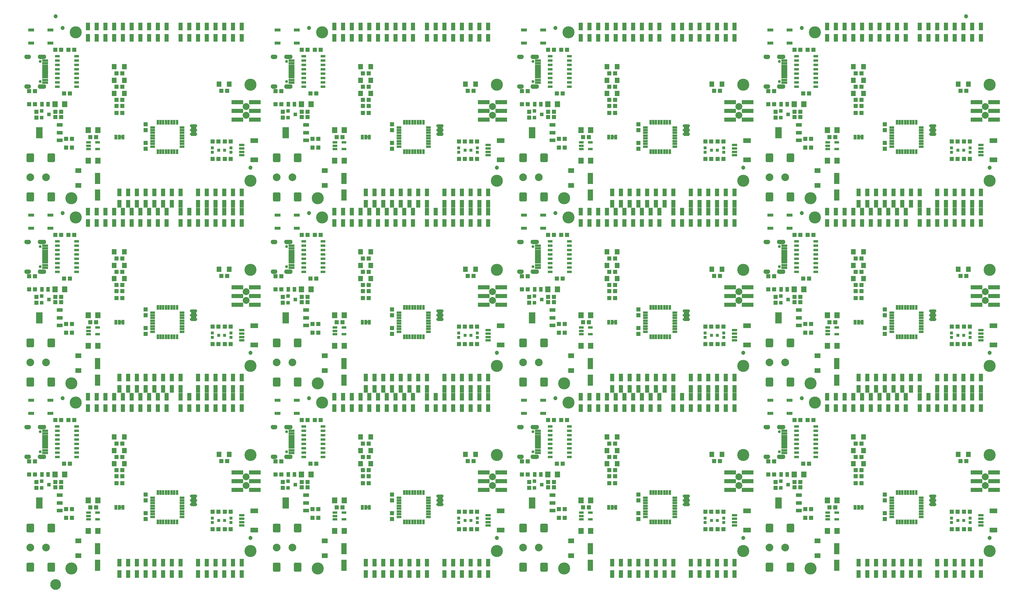
<source format=gts>
G75*
%MOIN*%
%OFA0B0*%
%FSLAX25Y25*%
%IPPOS*%
%LPD*%
%AMOC8*
5,1,8,0,0,1.08239X$1,22.5*
%
%ADD10R,0.04737X0.05131*%
%ADD11R,0.05131X0.04737*%
%ADD12R,0.06312X0.07099*%
%ADD13R,0.06312X0.12611*%
%ADD14R,0.04343X0.03950*%
%ADD15R,0.06800X0.04100*%
%ADD16R,0.07800X0.13100*%
%ADD17C,0.13800*%
%ADD18C,0.04737*%
%ADD19R,0.04737X0.08674*%
%ADD20C,0.02572*%
%ADD21R,0.06040X0.13760*%
%ADD22C,0.07887*%
%ADD23R,0.13280X0.04737*%
%ADD24R,0.05524X0.06312*%
%ADD25R,0.06587X0.05800*%
%ADD26R,0.03950X0.05524*%
%ADD27C,0.03123*%
%ADD28C,0.08800*%
%ADD29R,0.03556X0.03556*%
%ADD30R,0.05800X0.03000*%
%ADD31R,0.03000X0.05800*%
%ADD32R,0.05524X0.02965*%
%ADD33R,0.03300X0.05800*%
%ADD34C,0.00500*%
%ADD35R,0.08674X0.05524*%
%ADD36R,0.06115X0.03162*%
%ADD37R,0.06509X0.01981*%
%ADD38R,0.06509X0.03162*%
%ADD39R,0.06509X0.02965*%
%ADD40C,0.03359*%
%ADD41C,0.00039*%
%ADD42R,0.05524X0.03162*%
%ADD43R,0.06800X0.03800*%
%ADD44C,0.05000*%
%ADD45C,0.06706*%
D10*
X0243933Y0175587D03*
X0243933Y0182280D03*
X0243933Y0196807D03*
X0243933Y0203500D03*
X0118933Y0211087D03*
X0118933Y0217780D03*
X0243933Y0387587D03*
X0243933Y0394280D03*
X0243933Y0408807D03*
X0243933Y0415500D03*
X0118933Y0423087D03*
X0118933Y0429780D03*
X0243933Y0599587D03*
X0243933Y0606280D03*
X0243933Y0620807D03*
X0243933Y0627500D03*
X0118933Y0635087D03*
X0118933Y0641780D03*
X0400933Y0641780D03*
X0400933Y0635087D03*
X0525933Y0627500D03*
X0525933Y0620807D03*
X0525933Y0606280D03*
X0525933Y0599587D03*
X0682933Y0635087D03*
X0682933Y0641780D03*
X0807933Y0627500D03*
X0807933Y0620807D03*
X0807933Y0606280D03*
X0807933Y0599587D03*
X0964933Y0635087D03*
X0964933Y0641780D03*
X1089933Y0627500D03*
X1089933Y0620807D03*
X1089933Y0606280D03*
X1089933Y0599587D03*
X0964933Y0429780D03*
X0964933Y0423087D03*
X1089933Y0415500D03*
X1089933Y0408807D03*
X1089933Y0394280D03*
X1089933Y0387587D03*
X0807933Y0387587D03*
X0807933Y0394280D03*
X0807933Y0408807D03*
X0807933Y0415500D03*
X0682933Y0423087D03*
X0682933Y0429780D03*
X0525933Y0415500D03*
X0525933Y0408807D03*
X0525933Y0394280D03*
X0525933Y0387587D03*
X0400933Y0423087D03*
X0400933Y0429780D03*
X0400933Y0217780D03*
X0400933Y0211087D03*
X0525933Y0203500D03*
X0525933Y0196807D03*
X0525933Y0182280D03*
X0525933Y0175587D03*
X0682933Y0211087D03*
X0682933Y0217780D03*
X0807933Y0203500D03*
X0807933Y0196807D03*
X0807933Y0182280D03*
X0807933Y0175587D03*
X0964933Y0211087D03*
X0964933Y0217780D03*
X1089933Y0203500D03*
X1089933Y0196807D03*
X1089933Y0182280D03*
X1089933Y0175587D03*
D11*
X1033280Y0188933D03*
X1026587Y0188933D03*
X1005780Y0186933D03*
X0999087Y0186933D03*
X0999087Y0176933D03*
X1005780Y0176933D03*
X0993280Y0211933D03*
X0993280Y0217933D03*
X0986587Y0217933D03*
X0986587Y0211933D03*
X0963280Y0226433D03*
X0956587Y0226433D03*
X0956587Y0241433D03*
X0963280Y0241433D03*
X0996587Y0238933D03*
X1003280Y0238933D03*
X1056587Y0231433D03*
X1063280Y0231433D03*
X1063280Y0224433D03*
X1056587Y0224433D03*
X1056587Y0216433D03*
X1063280Y0216433D03*
X1063280Y0246433D03*
X1056587Y0246433D03*
X1056587Y0261933D03*
X1063280Y0261933D03*
X1008280Y0288933D03*
X1001587Y0288933D03*
X0993280Y0288933D03*
X0986587Y0288933D03*
X0901280Y0241933D03*
X0894587Y0241933D03*
X0891280Y0183933D03*
X0884587Y0183933D03*
X0898587Y0183933D03*
X0905280Y0183933D03*
X0905280Y0163933D03*
X0898587Y0163933D03*
X0891280Y0163933D03*
X0884587Y0163933D03*
X0781280Y0216433D03*
X0774587Y0216433D03*
X0774587Y0224433D03*
X0781280Y0224433D03*
X0781280Y0231433D03*
X0774587Y0231433D03*
X0774587Y0246433D03*
X0781280Y0246433D03*
X0781280Y0261933D03*
X0774587Y0261933D03*
X0726280Y0288933D03*
X0719587Y0288933D03*
X0711280Y0288933D03*
X0704587Y0288933D03*
X0681280Y0241433D03*
X0674587Y0241433D03*
X0674587Y0226433D03*
X0681280Y0226433D03*
X0704587Y0217933D03*
X0704587Y0211933D03*
X0711280Y0211933D03*
X0711280Y0217933D03*
X0714587Y0238933D03*
X0721280Y0238933D03*
X0723780Y0186933D03*
X0717087Y0186933D03*
X0717087Y0176933D03*
X0723780Y0176933D03*
X0744587Y0188933D03*
X0751280Y0188933D03*
X0623280Y0183933D03*
X0616587Y0183933D03*
X0609280Y0183933D03*
X0602587Y0183933D03*
X0602587Y0163933D03*
X0609280Y0163933D03*
X0616587Y0163933D03*
X0623280Y0163933D03*
X0499280Y0216433D03*
X0492587Y0216433D03*
X0492587Y0224433D03*
X0499280Y0224433D03*
X0499280Y0231433D03*
X0492587Y0231433D03*
X0492587Y0246433D03*
X0499280Y0246433D03*
X0499280Y0261933D03*
X0492587Y0261933D03*
X0444280Y0288933D03*
X0437587Y0288933D03*
X0429280Y0288933D03*
X0422587Y0288933D03*
X0399280Y0241433D03*
X0392587Y0241433D03*
X0392587Y0226433D03*
X0399280Y0226433D03*
X0422587Y0217933D03*
X0422587Y0211933D03*
X0429280Y0211933D03*
X0429280Y0217933D03*
X0432587Y0238933D03*
X0439280Y0238933D03*
X0441780Y0186933D03*
X0435087Y0186933D03*
X0435087Y0176933D03*
X0441780Y0176933D03*
X0462587Y0188933D03*
X0469280Y0188933D03*
X0341280Y0183933D03*
X0334587Y0183933D03*
X0327280Y0183933D03*
X0320587Y0183933D03*
X0320587Y0163933D03*
X0327280Y0163933D03*
X0334587Y0163933D03*
X0341280Y0163933D03*
X0217280Y0216433D03*
X0210587Y0216433D03*
X0210587Y0224433D03*
X0217280Y0224433D03*
X0217280Y0231433D03*
X0210587Y0231433D03*
X0210587Y0246433D03*
X0217280Y0246433D03*
X0217280Y0261933D03*
X0210587Y0261933D03*
X0162280Y0288933D03*
X0155587Y0288933D03*
X0147280Y0288933D03*
X0140587Y0288933D03*
X0117280Y0241433D03*
X0110587Y0241433D03*
X0110587Y0226433D03*
X0117280Y0226433D03*
X0140587Y0217933D03*
X0140587Y0211933D03*
X0147280Y0211933D03*
X0147280Y0217933D03*
X0150587Y0238933D03*
X0157280Y0238933D03*
X0159780Y0186933D03*
X0153087Y0186933D03*
X0153087Y0176933D03*
X0159780Y0176933D03*
X0180587Y0188933D03*
X0187280Y0188933D03*
X0330587Y0241933D03*
X0337280Y0241933D03*
X0334587Y0375933D03*
X0341280Y0375933D03*
X0327280Y0375933D03*
X0320587Y0375933D03*
X0320587Y0395933D03*
X0327280Y0395933D03*
X0334587Y0395933D03*
X0341280Y0395933D03*
X0392587Y0438433D03*
X0399280Y0438433D03*
X0399280Y0453433D03*
X0392587Y0453433D03*
X0422587Y0429933D03*
X0422587Y0423933D03*
X0429280Y0423933D03*
X0429280Y0429933D03*
X0432587Y0450933D03*
X0439280Y0450933D03*
X0492587Y0443433D03*
X0499280Y0443433D03*
X0499280Y0436433D03*
X0492587Y0436433D03*
X0492587Y0428433D03*
X0499280Y0428433D03*
X0499280Y0458433D03*
X0492587Y0458433D03*
X0492587Y0473933D03*
X0499280Y0473933D03*
X0444280Y0500933D03*
X0437587Y0500933D03*
X0429280Y0500933D03*
X0422587Y0500933D03*
X0337280Y0453933D03*
X0330587Y0453933D03*
X0217280Y0458433D03*
X0210587Y0458433D03*
X0210587Y0443433D03*
X0217280Y0443433D03*
X0217280Y0436433D03*
X0210587Y0436433D03*
X0210587Y0428433D03*
X0217280Y0428433D03*
X0187280Y0400933D03*
X0180587Y0400933D03*
X0159780Y0398933D03*
X0153087Y0398933D03*
X0153087Y0388933D03*
X0159780Y0388933D03*
X0147280Y0423933D03*
X0147280Y0429933D03*
X0140587Y0429933D03*
X0140587Y0423933D03*
X0117280Y0438433D03*
X0110587Y0438433D03*
X0110587Y0453433D03*
X0117280Y0453433D03*
X0150587Y0450933D03*
X0157280Y0450933D03*
X0210587Y0473933D03*
X0217280Y0473933D03*
X0162280Y0500933D03*
X0155587Y0500933D03*
X0147280Y0500933D03*
X0140587Y0500933D03*
X0153087Y0600933D03*
X0159780Y0600933D03*
X0159780Y0610933D03*
X0153087Y0610933D03*
X0180587Y0612933D03*
X0187280Y0612933D03*
X0147280Y0635933D03*
X0147280Y0641933D03*
X0140587Y0641933D03*
X0140587Y0635933D03*
X0117280Y0650433D03*
X0110587Y0650433D03*
X0110587Y0665433D03*
X0117280Y0665433D03*
X0150587Y0662933D03*
X0157280Y0662933D03*
X0210587Y0655433D03*
X0217280Y0655433D03*
X0217280Y0648433D03*
X0210587Y0648433D03*
X0210587Y0640433D03*
X0217280Y0640433D03*
X0217280Y0670433D03*
X0210587Y0670433D03*
X0210587Y0685933D03*
X0217280Y0685933D03*
X0162280Y0712933D03*
X0155587Y0712933D03*
X0147280Y0712933D03*
X0140587Y0712933D03*
X0330587Y0665933D03*
X0337280Y0665933D03*
X0392587Y0665433D03*
X0399280Y0665433D03*
X0399280Y0650433D03*
X0392587Y0650433D03*
X0422587Y0641933D03*
X0422587Y0635933D03*
X0429280Y0635933D03*
X0429280Y0641933D03*
X0432587Y0662933D03*
X0439280Y0662933D03*
X0492587Y0655433D03*
X0499280Y0655433D03*
X0499280Y0648433D03*
X0492587Y0648433D03*
X0492587Y0640433D03*
X0499280Y0640433D03*
X0499280Y0670433D03*
X0492587Y0670433D03*
X0492587Y0685933D03*
X0499280Y0685933D03*
X0444280Y0712933D03*
X0437587Y0712933D03*
X0429280Y0712933D03*
X0422587Y0712933D03*
X0435087Y0610933D03*
X0441780Y0610933D03*
X0462587Y0612933D03*
X0469280Y0612933D03*
X0441780Y0600933D03*
X0435087Y0600933D03*
X0341280Y0607933D03*
X0334587Y0607933D03*
X0327280Y0607933D03*
X0320587Y0607933D03*
X0320587Y0587933D03*
X0327280Y0587933D03*
X0334587Y0587933D03*
X0341280Y0587933D03*
X0602587Y0587933D03*
X0609280Y0587933D03*
X0616587Y0587933D03*
X0623280Y0587933D03*
X0623280Y0607933D03*
X0616587Y0607933D03*
X0609280Y0607933D03*
X0602587Y0607933D03*
X0674587Y0650433D03*
X0681280Y0650433D03*
X0704587Y0641933D03*
X0704587Y0635933D03*
X0711280Y0635933D03*
X0711280Y0641933D03*
X0714587Y0662933D03*
X0721280Y0662933D03*
X0681280Y0665433D03*
X0674587Y0665433D03*
X0619280Y0665933D03*
X0612587Y0665933D03*
X0704587Y0712933D03*
X0711280Y0712933D03*
X0719587Y0712933D03*
X0726280Y0712933D03*
X0774587Y0685933D03*
X0781280Y0685933D03*
X0781280Y0670433D03*
X0774587Y0670433D03*
X0774587Y0655433D03*
X0781280Y0655433D03*
X0781280Y0648433D03*
X0774587Y0648433D03*
X0774587Y0640433D03*
X0781280Y0640433D03*
X0751280Y0612933D03*
X0744587Y0612933D03*
X0723780Y0610933D03*
X0717087Y0610933D03*
X0717087Y0600933D03*
X0723780Y0600933D03*
X0884587Y0607933D03*
X0891280Y0607933D03*
X0898587Y0607933D03*
X0905280Y0607933D03*
X0905280Y0587933D03*
X0898587Y0587933D03*
X0891280Y0587933D03*
X0884587Y0587933D03*
X0956587Y0650433D03*
X0963280Y0650433D03*
X0963280Y0665433D03*
X0956587Y0665433D03*
X0986587Y0641933D03*
X0986587Y0635933D03*
X0993280Y0635933D03*
X0993280Y0641933D03*
X0996587Y0662933D03*
X1003280Y0662933D03*
X1056587Y0655433D03*
X1063280Y0655433D03*
X1063280Y0648433D03*
X1056587Y0648433D03*
X1056587Y0640433D03*
X1063280Y0640433D03*
X1063280Y0670433D03*
X1056587Y0670433D03*
X1056587Y0685933D03*
X1063280Y0685933D03*
X1008280Y0712933D03*
X1001587Y0712933D03*
X0993280Y0712933D03*
X0986587Y0712933D03*
X0901280Y0665933D03*
X0894587Y0665933D03*
X0999087Y0610933D03*
X1005780Y0610933D03*
X1005780Y0600933D03*
X0999087Y0600933D03*
X1026587Y0612933D03*
X1033280Y0612933D03*
X1166587Y0607933D03*
X1173280Y0607933D03*
X1180587Y0607933D03*
X1187280Y0607933D03*
X1187280Y0587933D03*
X1180587Y0587933D03*
X1173280Y0587933D03*
X1166587Y0587933D03*
X1176587Y0665933D03*
X1183280Y0665933D03*
X1008280Y0500933D03*
X1001587Y0500933D03*
X0993280Y0500933D03*
X0986587Y0500933D03*
X1056587Y0473933D03*
X1063280Y0473933D03*
X1063280Y0458433D03*
X1056587Y0458433D03*
X1056587Y0443433D03*
X1063280Y0443433D03*
X1063280Y0436433D03*
X1056587Y0436433D03*
X1056587Y0428433D03*
X1063280Y0428433D03*
X1033280Y0400933D03*
X1026587Y0400933D03*
X1005780Y0398933D03*
X0999087Y0398933D03*
X0999087Y0388933D03*
X1005780Y0388933D03*
X0993280Y0423933D03*
X0993280Y0429933D03*
X0986587Y0429933D03*
X0986587Y0423933D03*
X0963280Y0438433D03*
X0956587Y0438433D03*
X0956587Y0453433D03*
X0963280Y0453433D03*
X0996587Y0450933D03*
X1003280Y0450933D03*
X0901280Y0453933D03*
X0894587Y0453933D03*
X0891280Y0395933D03*
X0884587Y0395933D03*
X0898587Y0395933D03*
X0905280Y0395933D03*
X0905280Y0375933D03*
X0898587Y0375933D03*
X0891280Y0375933D03*
X0884587Y0375933D03*
X0781280Y0428433D03*
X0774587Y0428433D03*
X0774587Y0436433D03*
X0781280Y0436433D03*
X0781280Y0443433D03*
X0774587Y0443433D03*
X0774587Y0458433D03*
X0781280Y0458433D03*
X0781280Y0473933D03*
X0774587Y0473933D03*
X0726280Y0500933D03*
X0719587Y0500933D03*
X0711280Y0500933D03*
X0704587Y0500933D03*
X0714587Y0450933D03*
X0721280Y0450933D03*
X0711280Y0429933D03*
X0711280Y0423933D03*
X0704587Y0423933D03*
X0704587Y0429933D03*
X0681280Y0438433D03*
X0674587Y0438433D03*
X0674587Y0453433D03*
X0681280Y0453433D03*
X0619280Y0453933D03*
X0612587Y0453933D03*
X0609280Y0395933D03*
X0602587Y0395933D03*
X0616587Y0395933D03*
X0623280Y0395933D03*
X0623280Y0375933D03*
X0616587Y0375933D03*
X0609280Y0375933D03*
X0602587Y0375933D03*
X0717087Y0388933D03*
X0723780Y0388933D03*
X0723780Y0398933D03*
X0717087Y0398933D03*
X0744587Y0400933D03*
X0751280Y0400933D03*
X0619280Y0241933D03*
X0612587Y0241933D03*
X0441780Y0388933D03*
X0435087Y0388933D03*
X0435087Y0398933D03*
X0441780Y0398933D03*
X0462587Y0400933D03*
X0469280Y0400933D03*
X1166587Y0395933D03*
X1173280Y0395933D03*
X1180587Y0395933D03*
X1187280Y0395933D03*
X1187280Y0375933D03*
X1180587Y0375933D03*
X1173280Y0375933D03*
X1166587Y0375933D03*
X1176587Y0453933D03*
X1183280Y0453933D03*
X1183280Y0241933D03*
X1176587Y0241933D03*
X1173280Y0183933D03*
X1166587Y0183933D03*
X1180587Y0183933D03*
X1187280Y0183933D03*
X1187280Y0163933D03*
X1180587Y0163933D03*
X1173280Y0163933D03*
X1166587Y0163933D03*
D12*
X1035445Y0161933D03*
X1024421Y0161933D03*
X1024421Y0196933D03*
X1035445Y0196933D03*
X0997445Y0226433D03*
X0986421Y0226433D03*
X0753445Y0196933D03*
X0742421Y0196933D03*
X0715445Y0226433D03*
X0704421Y0226433D03*
X0742421Y0161933D03*
X0753445Y0161933D03*
X0471445Y0161933D03*
X0460421Y0161933D03*
X0460421Y0196933D03*
X0471445Y0196933D03*
X0433445Y0226433D03*
X0422421Y0226433D03*
X0189445Y0196933D03*
X0178421Y0196933D03*
X0151445Y0226433D03*
X0140421Y0226433D03*
X0178421Y0161933D03*
X0189445Y0161933D03*
X0189445Y0373933D03*
X0178421Y0373933D03*
X0178421Y0408933D03*
X0189445Y0408933D03*
X0151445Y0438433D03*
X0140421Y0438433D03*
X0178421Y0585933D03*
X0189445Y0585933D03*
X0189445Y0620933D03*
X0178421Y0620933D03*
X0151445Y0650433D03*
X0140421Y0650433D03*
X0422421Y0650433D03*
X0433445Y0650433D03*
X0460421Y0620933D03*
X0471445Y0620933D03*
X0471445Y0585933D03*
X0460421Y0585933D03*
X0704421Y0650433D03*
X0715445Y0650433D03*
X0742421Y0620933D03*
X0753445Y0620933D03*
X0753445Y0585933D03*
X0742421Y0585933D03*
X0986421Y0650433D03*
X0997445Y0650433D03*
X1024421Y0620933D03*
X1035445Y0620933D03*
X1035445Y0585933D03*
X1024421Y0585933D03*
X0997445Y0438433D03*
X0986421Y0438433D03*
X1024421Y0408933D03*
X1035445Y0408933D03*
X1035445Y0373933D03*
X1024421Y0373933D03*
X0753445Y0373933D03*
X0742421Y0373933D03*
X0742421Y0408933D03*
X0753445Y0408933D03*
X0715445Y0438433D03*
X0704421Y0438433D03*
X0471445Y0408933D03*
X0460421Y0408933D03*
X0433445Y0438433D03*
X0422421Y0438433D03*
X0460421Y0373933D03*
X0471445Y0373933D03*
D13*
X0470933Y0353382D03*
X0470933Y0334484D03*
X0188933Y0334484D03*
X0188933Y0353382D03*
X0188933Y0546484D03*
X0188933Y0565382D03*
X0470933Y0565382D03*
X0470933Y0546484D03*
X0752933Y0546484D03*
X0752933Y0565382D03*
X1034933Y0565382D03*
X1034933Y0546484D03*
X1034933Y0353382D03*
X1034933Y0334484D03*
X0752933Y0334484D03*
X0752933Y0353382D03*
X0752933Y0141382D03*
X0752933Y0122484D03*
X0470933Y0122484D03*
X0470933Y0141382D03*
X0188933Y0141382D03*
X0188933Y0122484D03*
X1034933Y0122484D03*
X1034933Y0141382D03*
D14*
X0979264Y0214933D03*
X0970996Y0211193D03*
X0970996Y0218673D03*
X0697264Y0214933D03*
X0688996Y0211193D03*
X0688996Y0218673D03*
X0415264Y0214933D03*
X0406996Y0211193D03*
X0406996Y0218673D03*
X0133264Y0214933D03*
X0124996Y0211193D03*
X0124996Y0218673D03*
X0124996Y0423193D03*
X0124996Y0430673D03*
X0133264Y0426933D03*
X0406996Y0423193D03*
X0406996Y0430673D03*
X0415264Y0426933D03*
X0688996Y0423193D03*
X0688996Y0430673D03*
X0697264Y0426933D03*
X0970996Y0423193D03*
X0970996Y0430673D03*
X0979264Y0426933D03*
X0970996Y0635193D03*
X0970996Y0642673D03*
X0979264Y0638933D03*
X0697264Y0638933D03*
X0688996Y0635193D03*
X0688996Y0642673D03*
X0415264Y0638933D03*
X0406996Y0635193D03*
X0406996Y0642673D03*
X0133264Y0638933D03*
X0124996Y0635193D03*
X0124996Y0642673D03*
D15*
X0145823Y0626943D03*
X0145823Y0617933D03*
X0145823Y0608993D03*
X0427823Y0608993D03*
X0427823Y0617933D03*
X0427823Y0626943D03*
X0709823Y0626943D03*
X0709823Y0617933D03*
X0709823Y0608993D03*
X0991823Y0608993D03*
X0991823Y0617933D03*
X0991823Y0626943D03*
X0991823Y0414943D03*
X0991823Y0405933D03*
X0991823Y0396993D03*
X0709823Y0396993D03*
X0709823Y0405933D03*
X0709823Y0414943D03*
X0427823Y0414943D03*
X0427823Y0405933D03*
X0427823Y0396993D03*
X0145823Y0396993D03*
X0145823Y0405933D03*
X0145823Y0414943D03*
X0145823Y0202943D03*
X0145823Y0193933D03*
X0145823Y0184993D03*
X0427823Y0184993D03*
X0427823Y0193933D03*
X0427823Y0202943D03*
X0709823Y0202943D03*
X0709823Y0193933D03*
X0709823Y0184993D03*
X0991823Y0184993D03*
X0991823Y0193933D03*
X0991823Y0202943D03*
D16*
X0968433Y0193933D03*
X0686433Y0193933D03*
X0404433Y0193933D03*
X0122433Y0193933D03*
X0122433Y0405933D03*
X0404433Y0405933D03*
X0686433Y0405933D03*
X0968433Y0405933D03*
X0968433Y0617933D03*
X0686433Y0617933D03*
X0404433Y0617933D03*
X0122433Y0617933D03*
D17*
X0158933Y0542933D03*
X0163933Y0520933D03*
X0363933Y0562933D03*
X0440933Y0542933D03*
X0445933Y0520933D03*
X0363933Y0460933D03*
X0363933Y0350933D03*
X0440933Y0330933D03*
X0445933Y0308933D03*
X0363933Y0248933D03*
X0363933Y0138933D03*
X0440933Y0118933D03*
X0645933Y0138933D03*
X0722933Y0118933D03*
X0927933Y0138933D03*
X1004933Y0118933D03*
X1209933Y0138933D03*
X1209933Y0248933D03*
X1209933Y0350933D03*
X1209933Y0460933D03*
X1209933Y0562933D03*
X1209933Y0672933D03*
X1009933Y0732933D03*
X0927933Y0672933D03*
X0927933Y0562933D03*
X1004933Y0542933D03*
X1009933Y0520933D03*
X0927933Y0460933D03*
X0927933Y0350933D03*
X1004933Y0330933D03*
X1009933Y0308933D03*
X0927933Y0248933D03*
X0727933Y0308933D03*
X0722933Y0330933D03*
X0645933Y0350933D03*
X0645933Y0248933D03*
X0645933Y0460933D03*
X0727933Y0520933D03*
X0722933Y0542933D03*
X0645933Y0562933D03*
X0645933Y0672933D03*
X0727933Y0732933D03*
X0445933Y0732933D03*
X0363933Y0672933D03*
X0163933Y0732933D03*
X0158933Y0330933D03*
X0163933Y0308933D03*
X0158933Y0118933D03*
D18*
X0363933Y0153933D03*
X0430933Y0313933D03*
X0363933Y0365933D03*
X0148933Y0313933D03*
X0148933Y0525933D03*
X0363933Y0577933D03*
X0430933Y0525933D03*
X0645933Y0577933D03*
X0712933Y0525933D03*
X0927933Y0577933D03*
X0994933Y0525933D03*
X1209933Y0577933D03*
X0994933Y0737933D03*
X1182933Y0751183D03*
X0712933Y0737933D03*
X0430933Y0737933D03*
X0148933Y0737933D03*
X0140933Y0751183D03*
X0645933Y0365933D03*
X0712933Y0313933D03*
X0927933Y0365933D03*
X0994933Y0313933D03*
X1209933Y0365933D03*
X1209933Y0153933D03*
X0927933Y0153933D03*
X0645933Y0153933D03*
D19*
X0635933Y0125429D03*
X0625933Y0125429D03*
X0615933Y0125429D03*
X0605933Y0125429D03*
X0595933Y0125429D03*
X0585933Y0125429D03*
X0565933Y0125429D03*
X0555933Y0125429D03*
X0545933Y0125429D03*
X0535933Y0125429D03*
X0525933Y0125429D03*
X0515933Y0125429D03*
X0505933Y0125429D03*
X0495933Y0125429D03*
X0495933Y0112437D03*
X0505933Y0112437D03*
X0515933Y0112437D03*
X0525933Y0112437D03*
X0535933Y0112437D03*
X0545933Y0112437D03*
X0555933Y0112437D03*
X0565933Y0112437D03*
X0585933Y0112437D03*
X0595933Y0112437D03*
X0605933Y0112437D03*
X0615933Y0112437D03*
X0625933Y0112437D03*
X0635933Y0112437D03*
X0777933Y0112437D03*
X0787933Y0112437D03*
X0797933Y0112437D03*
X0807933Y0112437D03*
X0817933Y0112437D03*
X0827933Y0112437D03*
X0837933Y0112437D03*
X0847933Y0112437D03*
X0847933Y0125429D03*
X0837933Y0125429D03*
X0827933Y0125429D03*
X0817933Y0125429D03*
X0807933Y0125429D03*
X0797933Y0125429D03*
X0787933Y0125429D03*
X0777933Y0125429D03*
X0867933Y0125429D03*
X0877933Y0125429D03*
X0887933Y0125429D03*
X0897933Y0125429D03*
X0907933Y0125429D03*
X0917933Y0125429D03*
X0917933Y0112437D03*
X0907933Y0112437D03*
X0897933Y0112437D03*
X0887933Y0112437D03*
X0877933Y0112437D03*
X0867933Y0112437D03*
X1059933Y0112437D03*
X1069933Y0112437D03*
X1079933Y0112437D03*
X1089933Y0112437D03*
X1099933Y0112437D03*
X1109933Y0112437D03*
X1119933Y0112437D03*
X1129933Y0112437D03*
X1129933Y0125429D03*
X1119933Y0125429D03*
X1109933Y0125429D03*
X1099933Y0125429D03*
X1089933Y0125429D03*
X1079933Y0125429D03*
X1069933Y0125429D03*
X1059933Y0125429D03*
X1149933Y0125429D03*
X1159933Y0125429D03*
X1169933Y0125429D03*
X1179933Y0125429D03*
X1189933Y0125429D03*
X1199933Y0125429D03*
X1199933Y0112437D03*
X1189933Y0112437D03*
X1179933Y0112437D03*
X1169933Y0112437D03*
X1159933Y0112437D03*
X1149933Y0112437D03*
X1149933Y0302437D03*
X1139933Y0302437D03*
X1129933Y0302437D03*
X1129933Y0315429D03*
X1139933Y0315429D03*
X1149933Y0315429D03*
X1159933Y0315429D03*
X1169933Y0315429D03*
X1179933Y0315429D03*
X1189933Y0315429D03*
X1199933Y0315429D03*
X1199933Y0302437D03*
X1189933Y0302437D03*
X1179933Y0302437D03*
X1169933Y0302437D03*
X1159933Y0302437D03*
X1159933Y0324437D03*
X1149933Y0324437D03*
X1149933Y0337429D03*
X1159933Y0337429D03*
X1169933Y0337429D03*
X1179933Y0337429D03*
X1189933Y0337429D03*
X1199933Y0337429D03*
X1199933Y0324437D03*
X1189933Y0324437D03*
X1179933Y0324437D03*
X1169933Y0324437D03*
X1129933Y0324437D03*
X1119933Y0324437D03*
X1109933Y0324437D03*
X1099933Y0324437D03*
X1089933Y0324437D03*
X1079933Y0324437D03*
X1069933Y0324437D03*
X1059933Y0324437D03*
X1059933Y0337429D03*
X1069933Y0337429D03*
X1079933Y0337429D03*
X1089933Y0337429D03*
X1099933Y0337429D03*
X1109933Y0337429D03*
X1119933Y0337429D03*
X1129933Y0337429D03*
X1113933Y0315429D03*
X1103933Y0315429D03*
X1093933Y0315429D03*
X1083933Y0315429D03*
X1073933Y0315429D03*
X1063933Y0315429D03*
X1053933Y0315429D03*
X1043933Y0315429D03*
X1033933Y0315429D03*
X1023933Y0315429D03*
X1023933Y0302437D03*
X1033933Y0302437D03*
X1043933Y0302437D03*
X1053933Y0302437D03*
X1063933Y0302437D03*
X1073933Y0302437D03*
X1083933Y0302437D03*
X1093933Y0302437D03*
X1103933Y0302437D03*
X1113933Y0302437D03*
X0917933Y0302437D03*
X0907933Y0302437D03*
X0897933Y0302437D03*
X0887933Y0302437D03*
X0877933Y0302437D03*
X0867933Y0302437D03*
X0857933Y0302437D03*
X0847933Y0302437D03*
X0847933Y0315429D03*
X0857933Y0315429D03*
X0867933Y0315429D03*
X0877933Y0315429D03*
X0887933Y0315429D03*
X0897933Y0315429D03*
X0907933Y0315429D03*
X0917933Y0315429D03*
X0917933Y0324437D03*
X0907933Y0324437D03*
X0897933Y0324437D03*
X0887933Y0324437D03*
X0877933Y0324437D03*
X0867933Y0324437D03*
X0867933Y0337429D03*
X0877933Y0337429D03*
X0887933Y0337429D03*
X0897933Y0337429D03*
X0907933Y0337429D03*
X0917933Y0337429D03*
X0847933Y0337429D03*
X0837933Y0337429D03*
X0827933Y0337429D03*
X0817933Y0337429D03*
X0807933Y0337429D03*
X0797933Y0337429D03*
X0787933Y0337429D03*
X0777933Y0337429D03*
X0777933Y0324437D03*
X0787933Y0324437D03*
X0797933Y0324437D03*
X0807933Y0324437D03*
X0817933Y0324437D03*
X0827933Y0324437D03*
X0837933Y0324437D03*
X0847933Y0324437D03*
X0831933Y0315429D03*
X0821933Y0315429D03*
X0811933Y0315429D03*
X0801933Y0315429D03*
X0791933Y0315429D03*
X0781933Y0315429D03*
X0771933Y0315429D03*
X0761933Y0315429D03*
X0751933Y0315429D03*
X0741933Y0315429D03*
X0741933Y0302437D03*
X0751933Y0302437D03*
X0761933Y0302437D03*
X0771933Y0302437D03*
X0781933Y0302437D03*
X0791933Y0302437D03*
X0801933Y0302437D03*
X0811933Y0302437D03*
X0821933Y0302437D03*
X0831933Y0302437D03*
X0635933Y0302437D03*
X0625933Y0302437D03*
X0615933Y0302437D03*
X0605933Y0302437D03*
X0595933Y0302437D03*
X0585933Y0302437D03*
X0575933Y0302437D03*
X0565933Y0302437D03*
X0565933Y0315429D03*
X0575933Y0315429D03*
X0585933Y0315429D03*
X0595933Y0315429D03*
X0605933Y0315429D03*
X0615933Y0315429D03*
X0625933Y0315429D03*
X0635933Y0315429D03*
X0635933Y0324437D03*
X0625933Y0324437D03*
X0615933Y0324437D03*
X0605933Y0324437D03*
X0595933Y0324437D03*
X0585933Y0324437D03*
X0585933Y0337429D03*
X0595933Y0337429D03*
X0605933Y0337429D03*
X0615933Y0337429D03*
X0625933Y0337429D03*
X0635933Y0337429D03*
X0565933Y0337429D03*
X0555933Y0337429D03*
X0545933Y0337429D03*
X0535933Y0337429D03*
X0525933Y0337429D03*
X0515933Y0337429D03*
X0505933Y0337429D03*
X0495933Y0337429D03*
X0495933Y0324437D03*
X0505933Y0324437D03*
X0515933Y0324437D03*
X0525933Y0324437D03*
X0535933Y0324437D03*
X0545933Y0324437D03*
X0555933Y0324437D03*
X0565933Y0324437D03*
X0549933Y0315429D03*
X0539933Y0315429D03*
X0529933Y0315429D03*
X0519933Y0315429D03*
X0509933Y0315429D03*
X0499933Y0315429D03*
X0489933Y0315429D03*
X0479933Y0315429D03*
X0469933Y0315429D03*
X0459933Y0315429D03*
X0459933Y0302437D03*
X0469933Y0302437D03*
X0479933Y0302437D03*
X0489933Y0302437D03*
X0499933Y0302437D03*
X0509933Y0302437D03*
X0519933Y0302437D03*
X0529933Y0302437D03*
X0539933Y0302437D03*
X0549933Y0302437D03*
X0353933Y0302437D03*
X0343933Y0302437D03*
X0333933Y0302437D03*
X0323933Y0302437D03*
X0313933Y0302437D03*
X0303933Y0302437D03*
X0293933Y0302437D03*
X0283933Y0302437D03*
X0283933Y0315429D03*
X0293933Y0315429D03*
X0303933Y0315429D03*
X0313933Y0315429D03*
X0323933Y0315429D03*
X0333933Y0315429D03*
X0343933Y0315429D03*
X0353933Y0315429D03*
X0353933Y0324437D03*
X0343933Y0324437D03*
X0333933Y0324437D03*
X0323933Y0324437D03*
X0313933Y0324437D03*
X0303933Y0324437D03*
X0303933Y0337429D03*
X0313933Y0337429D03*
X0323933Y0337429D03*
X0333933Y0337429D03*
X0343933Y0337429D03*
X0353933Y0337429D03*
X0283933Y0337429D03*
X0273933Y0337429D03*
X0263933Y0337429D03*
X0253933Y0337429D03*
X0243933Y0337429D03*
X0233933Y0337429D03*
X0223933Y0337429D03*
X0213933Y0337429D03*
X0213933Y0324437D03*
X0223933Y0324437D03*
X0233933Y0324437D03*
X0243933Y0324437D03*
X0253933Y0324437D03*
X0263933Y0324437D03*
X0273933Y0324437D03*
X0283933Y0324437D03*
X0267933Y0315429D03*
X0257933Y0315429D03*
X0247933Y0315429D03*
X0237933Y0315429D03*
X0227933Y0315429D03*
X0217933Y0315429D03*
X0207933Y0315429D03*
X0197933Y0315429D03*
X0187933Y0315429D03*
X0177933Y0315429D03*
X0177933Y0302437D03*
X0187933Y0302437D03*
X0197933Y0302437D03*
X0207933Y0302437D03*
X0217933Y0302437D03*
X0227933Y0302437D03*
X0237933Y0302437D03*
X0247933Y0302437D03*
X0257933Y0302437D03*
X0267933Y0302437D03*
X0263933Y0125429D03*
X0253933Y0125429D03*
X0243933Y0125429D03*
X0233933Y0125429D03*
X0223933Y0125429D03*
X0213933Y0125429D03*
X0213933Y0112437D03*
X0223933Y0112437D03*
X0233933Y0112437D03*
X0243933Y0112437D03*
X0253933Y0112437D03*
X0263933Y0112437D03*
X0273933Y0112437D03*
X0283933Y0112437D03*
X0303933Y0112437D03*
X0313933Y0112437D03*
X0323933Y0112437D03*
X0333933Y0112437D03*
X0343933Y0112437D03*
X0353933Y0112437D03*
X0353933Y0125429D03*
X0343933Y0125429D03*
X0333933Y0125429D03*
X0323933Y0125429D03*
X0313933Y0125429D03*
X0303933Y0125429D03*
X0283933Y0125429D03*
X0273933Y0125429D03*
X0267933Y0514437D03*
X0257933Y0514437D03*
X0247933Y0514437D03*
X0237933Y0514437D03*
X0227933Y0514437D03*
X0217933Y0514437D03*
X0207933Y0514437D03*
X0197933Y0514437D03*
X0187933Y0514437D03*
X0177933Y0514437D03*
X0177933Y0527429D03*
X0187933Y0527429D03*
X0197933Y0527429D03*
X0207933Y0527429D03*
X0217933Y0527429D03*
X0213933Y0536437D03*
X0223933Y0536437D03*
X0227933Y0527429D03*
X0237933Y0527429D03*
X0233933Y0536437D03*
X0243933Y0536437D03*
X0247933Y0527429D03*
X0257933Y0527429D03*
X0253933Y0536437D03*
X0263933Y0536437D03*
X0267933Y0527429D03*
X0273933Y0536437D03*
X0283933Y0536437D03*
X0283933Y0527429D03*
X0293933Y0527429D03*
X0303933Y0527429D03*
X0303933Y0536437D03*
X0313933Y0536437D03*
X0313933Y0527429D03*
X0323933Y0527429D03*
X0323933Y0536437D03*
X0333933Y0536437D03*
X0333933Y0527429D03*
X0343933Y0527429D03*
X0343933Y0536437D03*
X0353933Y0536437D03*
X0353933Y0527429D03*
X0353933Y0514437D03*
X0343933Y0514437D03*
X0333933Y0514437D03*
X0323933Y0514437D03*
X0313933Y0514437D03*
X0303933Y0514437D03*
X0293933Y0514437D03*
X0283933Y0514437D03*
X0283933Y0549429D03*
X0273933Y0549429D03*
X0263933Y0549429D03*
X0253933Y0549429D03*
X0243933Y0549429D03*
X0233933Y0549429D03*
X0223933Y0549429D03*
X0213933Y0549429D03*
X0303933Y0549429D03*
X0313933Y0549429D03*
X0323933Y0549429D03*
X0333933Y0549429D03*
X0343933Y0549429D03*
X0353933Y0549429D03*
X0459933Y0527429D03*
X0469933Y0527429D03*
X0479933Y0527429D03*
X0489933Y0527429D03*
X0499933Y0527429D03*
X0495933Y0536437D03*
X0505933Y0536437D03*
X0509933Y0527429D03*
X0519933Y0527429D03*
X0515933Y0536437D03*
X0525933Y0536437D03*
X0529933Y0527429D03*
X0539933Y0527429D03*
X0535933Y0536437D03*
X0545933Y0536437D03*
X0549933Y0527429D03*
X0555933Y0536437D03*
X0565933Y0536437D03*
X0565933Y0527429D03*
X0575933Y0527429D03*
X0585933Y0527429D03*
X0585933Y0536437D03*
X0595933Y0536437D03*
X0595933Y0527429D03*
X0605933Y0527429D03*
X0605933Y0536437D03*
X0615933Y0536437D03*
X0615933Y0527429D03*
X0625933Y0527429D03*
X0625933Y0536437D03*
X0635933Y0536437D03*
X0635933Y0527429D03*
X0635933Y0514437D03*
X0625933Y0514437D03*
X0615933Y0514437D03*
X0605933Y0514437D03*
X0595933Y0514437D03*
X0585933Y0514437D03*
X0575933Y0514437D03*
X0565933Y0514437D03*
X0549933Y0514437D03*
X0539933Y0514437D03*
X0529933Y0514437D03*
X0519933Y0514437D03*
X0509933Y0514437D03*
X0499933Y0514437D03*
X0489933Y0514437D03*
X0479933Y0514437D03*
X0469933Y0514437D03*
X0459933Y0514437D03*
X0495933Y0549429D03*
X0505933Y0549429D03*
X0515933Y0549429D03*
X0525933Y0549429D03*
X0535933Y0549429D03*
X0545933Y0549429D03*
X0555933Y0549429D03*
X0565933Y0549429D03*
X0585933Y0549429D03*
X0595933Y0549429D03*
X0605933Y0549429D03*
X0615933Y0549429D03*
X0625933Y0549429D03*
X0635933Y0549429D03*
X0741933Y0527429D03*
X0751933Y0527429D03*
X0761933Y0527429D03*
X0771933Y0527429D03*
X0781933Y0527429D03*
X0777933Y0536437D03*
X0787933Y0536437D03*
X0791933Y0527429D03*
X0801933Y0527429D03*
X0797933Y0536437D03*
X0807933Y0536437D03*
X0811933Y0527429D03*
X0821933Y0527429D03*
X0817933Y0536437D03*
X0827933Y0536437D03*
X0831933Y0527429D03*
X0837933Y0536437D03*
X0847933Y0536437D03*
X0847933Y0527429D03*
X0857933Y0527429D03*
X0867933Y0527429D03*
X0867933Y0536437D03*
X0877933Y0536437D03*
X0877933Y0527429D03*
X0887933Y0527429D03*
X0887933Y0536437D03*
X0897933Y0536437D03*
X0897933Y0527429D03*
X0907933Y0527429D03*
X0907933Y0536437D03*
X0917933Y0536437D03*
X0917933Y0527429D03*
X0917933Y0514437D03*
X0907933Y0514437D03*
X0897933Y0514437D03*
X0887933Y0514437D03*
X0877933Y0514437D03*
X0867933Y0514437D03*
X0857933Y0514437D03*
X0847933Y0514437D03*
X0831933Y0514437D03*
X0821933Y0514437D03*
X0811933Y0514437D03*
X0801933Y0514437D03*
X0791933Y0514437D03*
X0781933Y0514437D03*
X0771933Y0514437D03*
X0761933Y0514437D03*
X0751933Y0514437D03*
X0741933Y0514437D03*
X0777933Y0549429D03*
X0787933Y0549429D03*
X0797933Y0549429D03*
X0807933Y0549429D03*
X0817933Y0549429D03*
X0827933Y0549429D03*
X0837933Y0549429D03*
X0847933Y0549429D03*
X0867933Y0549429D03*
X0877933Y0549429D03*
X0887933Y0549429D03*
X0897933Y0549429D03*
X0907933Y0549429D03*
X0917933Y0549429D03*
X1023933Y0527429D03*
X1033933Y0527429D03*
X1043933Y0527429D03*
X1053933Y0527429D03*
X1063933Y0527429D03*
X1059933Y0536437D03*
X1069933Y0536437D03*
X1073933Y0527429D03*
X1083933Y0527429D03*
X1079933Y0536437D03*
X1089933Y0536437D03*
X1093933Y0527429D03*
X1103933Y0527429D03*
X1099933Y0536437D03*
X1109933Y0536437D03*
X1113933Y0527429D03*
X1119933Y0536437D03*
X1129933Y0536437D03*
X1129933Y0527429D03*
X1139933Y0527429D03*
X1149933Y0527429D03*
X1149933Y0536437D03*
X1159933Y0536437D03*
X1159933Y0527429D03*
X1169933Y0527429D03*
X1169933Y0536437D03*
X1179933Y0536437D03*
X1179933Y0527429D03*
X1189933Y0527429D03*
X1189933Y0536437D03*
X1199933Y0536437D03*
X1199933Y0527429D03*
X1199933Y0514437D03*
X1189933Y0514437D03*
X1179933Y0514437D03*
X1169933Y0514437D03*
X1159933Y0514437D03*
X1149933Y0514437D03*
X1139933Y0514437D03*
X1129933Y0514437D03*
X1113933Y0514437D03*
X1103933Y0514437D03*
X1093933Y0514437D03*
X1083933Y0514437D03*
X1073933Y0514437D03*
X1063933Y0514437D03*
X1053933Y0514437D03*
X1043933Y0514437D03*
X1033933Y0514437D03*
X1023933Y0514437D03*
X1059933Y0549429D03*
X1069933Y0549429D03*
X1079933Y0549429D03*
X1089933Y0549429D03*
X1099933Y0549429D03*
X1109933Y0549429D03*
X1119933Y0549429D03*
X1129933Y0549429D03*
X1149933Y0549429D03*
X1159933Y0549429D03*
X1169933Y0549429D03*
X1179933Y0549429D03*
X1189933Y0549429D03*
X1199933Y0549429D03*
X1199933Y0726437D03*
X1189933Y0726437D03*
X1179933Y0726437D03*
X1169933Y0726437D03*
X1159933Y0726437D03*
X1149933Y0726437D03*
X1139933Y0726437D03*
X1129933Y0726437D03*
X1129933Y0739429D03*
X1139933Y0739429D03*
X1149933Y0739429D03*
X1159933Y0739429D03*
X1169933Y0739429D03*
X1179933Y0739429D03*
X1189933Y0739429D03*
X1199933Y0739429D03*
X1113933Y0739429D03*
X1103933Y0739429D03*
X1093933Y0739429D03*
X1083933Y0739429D03*
X1073933Y0739429D03*
X1063933Y0739429D03*
X1053933Y0739429D03*
X1043933Y0739429D03*
X1033933Y0739429D03*
X1023933Y0739429D03*
X1023933Y0726437D03*
X1033933Y0726437D03*
X1043933Y0726437D03*
X1053933Y0726437D03*
X1063933Y0726437D03*
X1073933Y0726437D03*
X1083933Y0726437D03*
X1093933Y0726437D03*
X1103933Y0726437D03*
X1113933Y0726437D03*
X0917933Y0726437D03*
X0907933Y0726437D03*
X0897933Y0726437D03*
X0887933Y0726437D03*
X0877933Y0726437D03*
X0867933Y0726437D03*
X0857933Y0726437D03*
X0847933Y0726437D03*
X0847933Y0739429D03*
X0857933Y0739429D03*
X0867933Y0739429D03*
X0877933Y0739429D03*
X0887933Y0739429D03*
X0897933Y0739429D03*
X0907933Y0739429D03*
X0917933Y0739429D03*
X0831933Y0739429D03*
X0821933Y0739429D03*
X0811933Y0739429D03*
X0801933Y0739429D03*
X0791933Y0739429D03*
X0781933Y0739429D03*
X0771933Y0739429D03*
X0761933Y0739429D03*
X0751933Y0739429D03*
X0741933Y0739429D03*
X0741933Y0726437D03*
X0751933Y0726437D03*
X0761933Y0726437D03*
X0771933Y0726437D03*
X0781933Y0726437D03*
X0791933Y0726437D03*
X0801933Y0726437D03*
X0811933Y0726437D03*
X0821933Y0726437D03*
X0831933Y0726437D03*
X0635933Y0726437D03*
X0625933Y0726437D03*
X0615933Y0726437D03*
X0605933Y0726437D03*
X0595933Y0726437D03*
X0585933Y0726437D03*
X0575933Y0726437D03*
X0565933Y0726437D03*
X0565933Y0739429D03*
X0575933Y0739429D03*
X0585933Y0739429D03*
X0595933Y0739429D03*
X0605933Y0739429D03*
X0615933Y0739429D03*
X0625933Y0739429D03*
X0635933Y0739429D03*
X0549933Y0739429D03*
X0539933Y0739429D03*
X0529933Y0739429D03*
X0519933Y0739429D03*
X0509933Y0739429D03*
X0499933Y0739429D03*
X0489933Y0739429D03*
X0479933Y0739429D03*
X0469933Y0739429D03*
X0459933Y0739429D03*
X0459933Y0726437D03*
X0469933Y0726437D03*
X0479933Y0726437D03*
X0489933Y0726437D03*
X0499933Y0726437D03*
X0509933Y0726437D03*
X0519933Y0726437D03*
X0529933Y0726437D03*
X0539933Y0726437D03*
X0549933Y0726437D03*
X0353933Y0726437D03*
X0343933Y0726437D03*
X0333933Y0726437D03*
X0323933Y0726437D03*
X0313933Y0726437D03*
X0303933Y0726437D03*
X0293933Y0726437D03*
X0283933Y0726437D03*
X0283933Y0739429D03*
X0293933Y0739429D03*
X0303933Y0739429D03*
X0313933Y0739429D03*
X0323933Y0739429D03*
X0333933Y0739429D03*
X0343933Y0739429D03*
X0353933Y0739429D03*
X0267933Y0739429D03*
X0257933Y0739429D03*
X0247933Y0739429D03*
X0237933Y0739429D03*
X0227933Y0739429D03*
X0217933Y0739429D03*
X0207933Y0739429D03*
X0197933Y0739429D03*
X0187933Y0739429D03*
X0177933Y0739429D03*
X0177933Y0726437D03*
X0187933Y0726437D03*
X0197933Y0726437D03*
X0207933Y0726437D03*
X0217933Y0726437D03*
X0227933Y0726437D03*
X0237933Y0726437D03*
X0247933Y0726437D03*
X0257933Y0726437D03*
X0267933Y0726437D03*
D20*
X0296069Y0625657D02*
X0301797Y0625657D01*
X0301797Y0620933D02*
X0296069Y0620933D01*
X0296069Y0616209D02*
X0301797Y0616209D01*
X0578069Y0616209D02*
X0583797Y0616209D01*
X0583797Y0620933D02*
X0578069Y0620933D01*
X0578069Y0625657D02*
X0583797Y0625657D01*
X0860069Y0625657D02*
X0865797Y0625657D01*
X0865797Y0620933D02*
X0860069Y0620933D01*
X0860069Y0616209D02*
X0865797Y0616209D01*
X1142069Y0616209D02*
X1147797Y0616209D01*
X1147797Y0620933D02*
X1142069Y0620933D01*
X1142069Y0625657D02*
X1147797Y0625657D01*
X1147797Y0413657D02*
X1142069Y0413657D01*
X1142069Y0408933D02*
X1147797Y0408933D01*
X1147797Y0404209D02*
X1142069Y0404209D01*
X0865797Y0404209D02*
X0860069Y0404209D01*
X0860069Y0408933D02*
X0865797Y0408933D01*
X0865797Y0413657D02*
X0860069Y0413657D01*
X0583797Y0413657D02*
X0578069Y0413657D01*
X0578069Y0408933D02*
X0583797Y0408933D01*
X0583797Y0404209D02*
X0578069Y0404209D01*
X0301797Y0404209D02*
X0296069Y0404209D01*
X0296069Y0408933D02*
X0301797Y0408933D01*
X0301797Y0413657D02*
X0296069Y0413657D01*
X0296069Y0201657D02*
X0301797Y0201657D01*
X0301797Y0196933D02*
X0296069Y0196933D01*
X0296069Y0192209D02*
X0301797Y0192209D01*
X0578069Y0192209D02*
X0583797Y0192209D01*
X0583797Y0196933D02*
X0578069Y0196933D01*
X0578069Y0201657D02*
X0583797Y0201657D01*
X0860069Y0201657D02*
X0865797Y0201657D01*
X0865797Y0196933D02*
X0860069Y0196933D01*
X0860069Y0192209D02*
X0865797Y0192209D01*
X1142069Y0192209D02*
X1147797Y0192209D01*
X1147797Y0196933D02*
X1142069Y0196933D01*
X1142069Y0201657D02*
X1147797Y0201657D01*
D21*
X1144943Y0196923D03*
X0862943Y0196923D03*
X0580943Y0196923D03*
X0298943Y0196923D03*
X0298943Y0408923D03*
X0580943Y0408923D03*
X0862943Y0408923D03*
X1144943Y0408923D03*
X1144943Y0620923D03*
X0862943Y0620923D03*
X0580943Y0620923D03*
X0298943Y0620923D03*
D22*
X0358933Y0637933D03*
X0358933Y0647933D03*
X0640933Y0647933D03*
X0640933Y0637933D03*
X0922933Y0637933D03*
X0922933Y0647933D03*
X1204933Y0647933D03*
X1204933Y0637933D03*
X1204933Y0435933D03*
X1204933Y0425933D03*
X0922933Y0425933D03*
X0922933Y0435933D03*
X0640933Y0435933D03*
X0640933Y0425933D03*
X0358933Y0425933D03*
X0358933Y0435933D03*
X0358933Y0223933D03*
X0358933Y0213933D03*
X0640933Y0213933D03*
X0640933Y0223933D03*
X0922933Y0223933D03*
X0922933Y0213933D03*
X1204933Y0213933D03*
X1204933Y0223933D03*
D23*
X1194933Y0218933D03*
X1194933Y0208933D03*
X1194933Y0228933D03*
X1214933Y0228933D03*
X1214933Y0218933D03*
X1214933Y0208933D03*
X0932933Y0208933D03*
X0932933Y0218933D03*
X0932933Y0228933D03*
X0912933Y0228933D03*
X0912933Y0218933D03*
X0912933Y0208933D03*
X0650933Y0208933D03*
X0650933Y0218933D03*
X0650933Y0228933D03*
X0630933Y0228933D03*
X0630933Y0218933D03*
X0630933Y0208933D03*
X0368933Y0208933D03*
X0368933Y0218933D03*
X0368933Y0228933D03*
X0348933Y0228933D03*
X0348933Y0218933D03*
X0348933Y0208933D03*
X0348933Y0420933D03*
X0348933Y0430933D03*
X0368933Y0430933D03*
X0368933Y0420933D03*
X0368933Y0440933D03*
X0348933Y0440933D03*
X0630933Y0440933D03*
X0650933Y0440933D03*
X0650933Y0430933D03*
X0650933Y0420933D03*
X0630933Y0420933D03*
X0630933Y0430933D03*
X0912933Y0430933D03*
X0912933Y0420933D03*
X0932933Y0420933D03*
X0932933Y0430933D03*
X0932933Y0440933D03*
X0912933Y0440933D03*
X1194933Y0440933D03*
X1194933Y0430933D03*
X1194933Y0420933D03*
X1214933Y0420933D03*
X1214933Y0430933D03*
X1214933Y0440933D03*
X1214933Y0632933D03*
X1214933Y0642933D03*
X1214933Y0652933D03*
X1194933Y0652933D03*
X1194933Y0642933D03*
X1194933Y0632933D03*
X0932933Y0632933D03*
X0932933Y0642933D03*
X0932933Y0652933D03*
X0912933Y0652933D03*
X0912933Y0642933D03*
X0912933Y0632933D03*
X0650933Y0632933D03*
X0650933Y0642933D03*
X0650933Y0652933D03*
X0630933Y0652933D03*
X0630933Y0642933D03*
X0630933Y0632933D03*
X0368933Y0632933D03*
X0368933Y0642933D03*
X0368933Y0652933D03*
X0348933Y0652933D03*
X0348933Y0642933D03*
X0348933Y0632933D03*
D24*
X0339839Y0673433D03*
X0328028Y0673433D03*
X0219839Y0677933D03*
X0208028Y0677933D03*
X0208028Y0662933D03*
X0219839Y0662933D03*
X0219839Y0693433D03*
X0208028Y0693433D03*
X0490028Y0693433D03*
X0501839Y0693433D03*
X0501839Y0677933D03*
X0490028Y0677933D03*
X0490028Y0662933D03*
X0501839Y0662933D03*
X0610028Y0673433D03*
X0621839Y0673433D03*
X0772028Y0677933D03*
X0783839Y0677933D03*
X0783839Y0662933D03*
X0772028Y0662933D03*
X0772028Y0693433D03*
X0783839Y0693433D03*
X0892028Y0673433D03*
X0903839Y0673433D03*
X1054028Y0677933D03*
X1065839Y0677933D03*
X1065839Y0662933D03*
X1054028Y0662933D03*
X1054028Y0693433D03*
X1065839Y0693433D03*
X1174028Y0673433D03*
X1185839Y0673433D03*
X1065839Y0481433D03*
X1054028Y0481433D03*
X1054028Y0465933D03*
X1065839Y0465933D03*
X1065839Y0450933D03*
X1054028Y0450933D03*
X1174028Y0461433D03*
X1185839Y0461433D03*
X0903839Y0461433D03*
X0892028Y0461433D03*
X0783839Y0465933D03*
X0772028Y0465933D03*
X0772028Y0450933D03*
X0783839Y0450933D03*
X0783839Y0481433D03*
X0772028Y0481433D03*
X0621839Y0461433D03*
X0610028Y0461433D03*
X0501839Y0465933D03*
X0490028Y0465933D03*
X0490028Y0450933D03*
X0501839Y0450933D03*
X0501839Y0481433D03*
X0490028Y0481433D03*
X0339839Y0461433D03*
X0328028Y0461433D03*
X0219839Y0465933D03*
X0208028Y0465933D03*
X0208028Y0450933D03*
X0219839Y0450933D03*
X0219839Y0481433D03*
X0208028Y0481433D03*
X0208028Y0269433D03*
X0219839Y0269433D03*
X0219839Y0253933D03*
X0208028Y0253933D03*
X0208028Y0238933D03*
X0219839Y0238933D03*
X0328028Y0249433D03*
X0339839Y0249433D03*
X0490028Y0253933D03*
X0501839Y0253933D03*
X0501839Y0238933D03*
X0490028Y0238933D03*
X0490028Y0269433D03*
X0501839Y0269433D03*
X0610028Y0249433D03*
X0621839Y0249433D03*
X0772028Y0253933D03*
X0783839Y0253933D03*
X0783839Y0238933D03*
X0772028Y0238933D03*
X0772028Y0269433D03*
X0783839Y0269433D03*
X0892028Y0249433D03*
X0903839Y0249433D03*
X1054028Y0253933D03*
X1065839Y0253933D03*
X1065839Y0238933D03*
X1054028Y0238933D03*
X1054028Y0269433D03*
X1065839Y0269433D03*
X1174028Y0249433D03*
X1185839Y0249433D03*
D25*
X1012933Y0345469D03*
X1012933Y0362398D03*
X0730933Y0362398D03*
X0730933Y0345469D03*
X0448933Y0345469D03*
X0448933Y0362398D03*
X0166933Y0362398D03*
X0166933Y0345469D03*
X0166933Y0150398D03*
X0166933Y0133469D03*
X0448933Y0133469D03*
X0448933Y0150398D03*
X0730933Y0150398D03*
X0730933Y0133469D03*
X1012933Y0133469D03*
X1012933Y0150398D03*
X1012933Y0557469D03*
X1012933Y0574398D03*
X0730933Y0574398D03*
X0730933Y0557469D03*
X0448933Y0557469D03*
X0448933Y0574398D03*
X0166933Y0574398D03*
X0166933Y0557469D03*
D26*
X0132476Y0650433D03*
X0125390Y0650433D03*
X0407390Y0650433D03*
X0414476Y0650433D03*
X0689390Y0650433D03*
X0696476Y0650433D03*
X0971390Y0650433D03*
X0978476Y0650433D03*
X0978476Y0438433D03*
X0971390Y0438433D03*
X0696476Y0438433D03*
X0689390Y0438433D03*
X0414476Y0438433D03*
X0407390Y0438433D03*
X0132476Y0438433D03*
X0125390Y0438433D03*
X0125390Y0226433D03*
X0132476Y0226433D03*
X0407390Y0226433D03*
X0414476Y0226433D03*
X0689390Y0226433D03*
X0696476Y0226433D03*
X0971390Y0226433D03*
X0978476Y0226433D03*
D27*
X0979173Y0161811D02*
X0984725Y0161811D01*
X0979173Y0161811D02*
X0979173Y0168937D01*
X0984725Y0168937D01*
X0984725Y0161811D01*
X0984725Y0164778D02*
X0979173Y0164778D01*
X0979173Y0167745D02*
X0984725Y0167745D01*
X0960709Y0161811D02*
X0955157Y0161811D01*
X0955157Y0168937D01*
X0960709Y0168937D01*
X0960709Y0161811D01*
X0960709Y0164778D02*
X0955157Y0164778D01*
X0955157Y0167745D02*
X0960709Y0167745D01*
X0960709Y0116929D02*
X0955157Y0116929D01*
X0955157Y0124055D01*
X0960709Y0124055D01*
X0960709Y0116929D01*
X0960709Y0119896D02*
X0955157Y0119896D01*
X0955157Y0122863D02*
X0960709Y0122863D01*
X0979173Y0116929D02*
X0984725Y0116929D01*
X0979173Y0116929D02*
X0979173Y0124055D01*
X0984725Y0124055D01*
X0984725Y0116929D01*
X0984725Y0119896D02*
X0979173Y0119896D01*
X0979173Y0122863D02*
X0984725Y0122863D01*
X0702725Y0116929D02*
X0697173Y0116929D01*
X0697173Y0124055D01*
X0702725Y0124055D01*
X0702725Y0116929D01*
X0702725Y0119896D02*
X0697173Y0119896D01*
X0697173Y0122863D02*
X0702725Y0122863D01*
X0678709Y0116929D02*
X0673157Y0116929D01*
X0673157Y0124055D01*
X0678709Y0124055D01*
X0678709Y0116929D01*
X0678709Y0119896D02*
X0673157Y0119896D01*
X0673157Y0122863D02*
X0678709Y0122863D01*
X0678709Y0161811D02*
X0673157Y0161811D01*
X0673157Y0168937D01*
X0678709Y0168937D01*
X0678709Y0161811D01*
X0678709Y0164778D02*
X0673157Y0164778D01*
X0673157Y0167745D02*
X0678709Y0167745D01*
X0697173Y0161811D02*
X0702725Y0161811D01*
X0697173Y0161811D02*
X0697173Y0168937D01*
X0702725Y0168937D01*
X0702725Y0161811D01*
X0702725Y0164778D02*
X0697173Y0164778D01*
X0697173Y0167745D02*
X0702725Y0167745D01*
X0420725Y0161811D02*
X0415173Y0161811D01*
X0415173Y0168937D01*
X0420725Y0168937D01*
X0420725Y0161811D01*
X0420725Y0164778D02*
X0415173Y0164778D01*
X0415173Y0167745D02*
X0420725Y0167745D01*
X0396709Y0161811D02*
X0391157Y0161811D01*
X0391157Y0168937D01*
X0396709Y0168937D01*
X0396709Y0161811D01*
X0396709Y0164778D02*
X0391157Y0164778D01*
X0391157Y0167745D02*
X0396709Y0167745D01*
X0396709Y0116929D02*
X0391157Y0116929D01*
X0391157Y0124055D01*
X0396709Y0124055D01*
X0396709Y0116929D01*
X0396709Y0119896D02*
X0391157Y0119896D01*
X0391157Y0122863D02*
X0396709Y0122863D01*
X0415173Y0116929D02*
X0420725Y0116929D01*
X0415173Y0116929D02*
X0415173Y0124055D01*
X0420725Y0124055D01*
X0420725Y0116929D01*
X0420725Y0119896D02*
X0415173Y0119896D01*
X0415173Y0122863D02*
X0420725Y0122863D01*
X0138725Y0116929D02*
X0133173Y0116929D01*
X0133173Y0124055D01*
X0138725Y0124055D01*
X0138725Y0116929D01*
X0138725Y0119896D02*
X0133173Y0119896D01*
X0133173Y0122863D02*
X0138725Y0122863D01*
X0114709Y0116929D02*
X0109157Y0116929D01*
X0109157Y0124055D01*
X0114709Y0124055D01*
X0114709Y0116929D01*
X0114709Y0119896D02*
X0109157Y0119896D01*
X0109157Y0122863D02*
X0114709Y0122863D01*
X0114709Y0161811D02*
X0109157Y0161811D01*
X0109157Y0168937D01*
X0114709Y0168937D01*
X0114709Y0161811D01*
X0114709Y0164778D02*
X0109157Y0164778D01*
X0109157Y0167745D02*
X0114709Y0167745D01*
X0133173Y0161811D02*
X0138725Y0161811D01*
X0133173Y0161811D02*
X0133173Y0168937D01*
X0138725Y0168937D01*
X0138725Y0161811D01*
X0138725Y0164778D02*
X0133173Y0164778D01*
X0133173Y0167745D02*
X0138725Y0167745D01*
X0138725Y0328929D02*
X0133173Y0328929D01*
X0133173Y0336055D01*
X0138725Y0336055D01*
X0138725Y0328929D01*
X0138725Y0331896D02*
X0133173Y0331896D01*
X0133173Y0334863D02*
X0138725Y0334863D01*
X0114709Y0328929D02*
X0109157Y0328929D01*
X0109157Y0336055D01*
X0114709Y0336055D01*
X0114709Y0328929D01*
X0114709Y0331896D02*
X0109157Y0331896D01*
X0109157Y0334863D02*
X0114709Y0334863D01*
X0114709Y0373811D02*
X0109157Y0373811D01*
X0109157Y0380937D01*
X0114709Y0380937D01*
X0114709Y0373811D01*
X0114709Y0376778D02*
X0109157Y0376778D01*
X0109157Y0379745D02*
X0114709Y0379745D01*
X0133173Y0373811D02*
X0138725Y0373811D01*
X0133173Y0373811D02*
X0133173Y0380937D01*
X0138725Y0380937D01*
X0138725Y0373811D01*
X0138725Y0376778D02*
X0133173Y0376778D01*
X0133173Y0379745D02*
X0138725Y0379745D01*
X0391157Y0373811D02*
X0396709Y0373811D01*
X0391157Y0373811D02*
X0391157Y0380937D01*
X0396709Y0380937D01*
X0396709Y0373811D01*
X0396709Y0376778D02*
X0391157Y0376778D01*
X0391157Y0379745D02*
X0396709Y0379745D01*
X0415173Y0373811D02*
X0420725Y0373811D01*
X0415173Y0373811D02*
X0415173Y0380937D01*
X0420725Y0380937D01*
X0420725Y0373811D01*
X0420725Y0376778D02*
X0415173Y0376778D01*
X0415173Y0379745D02*
X0420725Y0379745D01*
X0420725Y0328929D02*
X0415173Y0328929D01*
X0415173Y0336055D01*
X0420725Y0336055D01*
X0420725Y0328929D01*
X0420725Y0331896D02*
X0415173Y0331896D01*
X0415173Y0334863D02*
X0420725Y0334863D01*
X0396709Y0328929D02*
X0391157Y0328929D01*
X0391157Y0336055D01*
X0396709Y0336055D01*
X0396709Y0328929D01*
X0396709Y0331896D02*
X0391157Y0331896D01*
X0391157Y0334863D02*
X0396709Y0334863D01*
X0673157Y0328929D02*
X0678709Y0328929D01*
X0673157Y0328929D02*
X0673157Y0336055D01*
X0678709Y0336055D01*
X0678709Y0328929D01*
X0678709Y0331896D02*
X0673157Y0331896D01*
X0673157Y0334863D02*
X0678709Y0334863D01*
X0697173Y0328929D02*
X0702725Y0328929D01*
X0697173Y0328929D02*
X0697173Y0336055D01*
X0702725Y0336055D01*
X0702725Y0328929D01*
X0702725Y0331896D02*
X0697173Y0331896D01*
X0697173Y0334863D02*
X0702725Y0334863D01*
X0702725Y0373811D02*
X0697173Y0373811D01*
X0697173Y0380937D01*
X0702725Y0380937D01*
X0702725Y0373811D01*
X0702725Y0376778D02*
X0697173Y0376778D01*
X0697173Y0379745D02*
X0702725Y0379745D01*
X0678709Y0373811D02*
X0673157Y0373811D01*
X0673157Y0380937D01*
X0678709Y0380937D01*
X0678709Y0373811D01*
X0678709Y0376778D02*
X0673157Y0376778D01*
X0673157Y0379745D02*
X0678709Y0379745D01*
X0678709Y0540929D02*
X0673157Y0540929D01*
X0673157Y0548055D01*
X0678709Y0548055D01*
X0678709Y0540929D01*
X0678709Y0543896D02*
X0673157Y0543896D01*
X0673157Y0546863D02*
X0678709Y0546863D01*
X0697173Y0540929D02*
X0702725Y0540929D01*
X0697173Y0540929D02*
X0697173Y0548055D01*
X0702725Y0548055D01*
X0702725Y0540929D01*
X0702725Y0543896D02*
X0697173Y0543896D01*
X0697173Y0546863D02*
X0702725Y0546863D01*
X0702725Y0585811D02*
X0697173Y0585811D01*
X0697173Y0592937D01*
X0702725Y0592937D01*
X0702725Y0585811D01*
X0702725Y0588778D02*
X0697173Y0588778D01*
X0697173Y0591745D02*
X0702725Y0591745D01*
X0678709Y0585811D02*
X0673157Y0585811D01*
X0673157Y0592937D01*
X0678709Y0592937D01*
X0678709Y0585811D01*
X0678709Y0588778D02*
X0673157Y0588778D01*
X0673157Y0591745D02*
X0678709Y0591745D01*
X0420725Y0585811D02*
X0415173Y0585811D01*
X0415173Y0592937D01*
X0420725Y0592937D01*
X0420725Y0585811D01*
X0420725Y0588778D02*
X0415173Y0588778D01*
X0415173Y0591745D02*
X0420725Y0591745D01*
X0396709Y0585811D02*
X0391157Y0585811D01*
X0391157Y0592937D01*
X0396709Y0592937D01*
X0396709Y0585811D01*
X0396709Y0588778D02*
X0391157Y0588778D01*
X0391157Y0591745D02*
X0396709Y0591745D01*
X0396709Y0540929D02*
X0391157Y0540929D01*
X0391157Y0548055D01*
X0396709Y0548055D01*
X0396709Y0540929D01*
X0396709Y0543896D02*
X0391157Y0543896D01*
X0391157Y0546863D02*
X0396709Y0546863D01*
X0415173Y0540929D02*
X0420725Y0540929D01*
X0415173Y0540929D02*
X0415173Y0548055D01*
X0420725Y0548055D01*
X0420725Y0540929D01*
X0420725Y0543896D02*
X0415173Y0543896D01*
X0415173Y0546863D02*
X0420725Y0546863D01*
X0138725Y0540929D02*
X0133173Y0540929D01*
X0133173Y0548055D01*
X0138725Y0548055D01*
X0138725Y0540929D01*
X0138725Y0543896D02*
X0133173Y0543896D01*
X0133173Y0546863D02*
X0138725Y0546863D01*
X0114709Y0540929D02*
X0109157Y0540929D01*
X0109157Y0548055D01*
X0114709Y0548055D01*
X0114709Y0540929D01*
X0114709Y0543896D02*
X0109157Y0543896D01*
X0109157Y0546863D02*
X0114709Y0546863D01*
X0114709Y0585811D02*
X0109157Y0585811D01*
X0109157Y0592937D01*
X0114709Y0592937D01*
X0114709Y0585811D01*
X0114709Y0588778D02*
X0109157Y0588778D01*
X0109157Y0591745D02*
X0114709Y0591745D01*
X0133173Y0585811D02*
X0138725Y0585811D01*
X0133173Y0585811D02*
X0133173Y0592937D01*
X0138725Y0592937D01*
X0138725Y0585811D01*
X0138725Y0588778D02*
X0133173Y0588778D01*
X0133173Y0591745D02*
X0138725Y0591745D01*
X0955157Y0585811D02*
X0960709Y0585811D01*
X0955157Y0585811D02*
X0955157Y0592937D01*
X0960709Y0592937D01*
X0960709Y0585811D01*
X0960709Y0588778D02*
X0955157Y0588778D01*
X0955157Y0591745D02*
X0960709Y0591745D01*
X0979173Y0585811D02*
X0984725Y0585811D01*
X0979173Y0585811D02*
X0979173Y0592937D01*
X0984725Y0592937D01*
X0984725Y0585811D01*
X0984725Y0588778D02*
X0979173Y0588778D01*
X0979173Y0591745D02*
X0984725Y0591745D01*
X0984725Y0540929D02*
X0979173Y0540929D01*
X0979173Y0548055D01*
X0984725Y0548055D01*
X0984725Y0540929D01*
X0984725Y0543896D02*
X0979173Y0543896D01*
X0979173Y0546863D02*
X0984725Y0546863D01*
X0960709Y0540929D02*
X0955157Y0540929D01*
X0955157Y0548055D01*
X0960709Y0548055D01*
X0960709Y0540929D01*
X0960709Y0543896D02*
X0955157Y0543896D01*
X0955157Y0546863D02*
X0960709Y0546863D01*
X0960709Y0373811D02*
X0955157Y0373811D01*
X0955157Y0380937D01*
X0960709Y0380937D01*
X0960709Y0373811D01*
X0960709Y0376778D02*
X0955157Y0376778D01*
X0955157Y0379745D02*
X0960709Y0379745D01*
X0979173Y0373811D02*
X0984725Y0373811D01*
X0979173Y0373811D02*
X0979173Y0380937D01*
X0984725Y0380937D01*
X0984725Y0373811D01*
X0984725Y0376778D02*
X0979173Y0376778D01*
X0979173Y0379745D02*
X0984725Y0379745D01*
X0984725Y0328929D02*
X0979173Y0328929D01*
X0979173Y0336055D01*
X0984725Y0336055D01*
X0984725Y0328929D01*
X0984725Y0331896D02*
X0979173Y0331896D01*
X0979173Y0334863D02*
X0984725Y0334863D01*
X0960709Y0328929D02*
X0955157Y0328929D01*
X0955157Y0336055D01*
X0960709Y0336055D01*
X0960709Y0328929D01*
X0960709Y0331896D02*
X0955157Y0331896D01*
X0955157Y0334863D02*
X0960709Y0334863D01*
D28*
X0957933Y0354933D03*
X0975933Y0354933D03*
X0693933Y0354933D03*
X0675933Y0354933D03*
X0411933Y0354933D03*
X0393933Y0354933D03*
X0129933Y0354933D03*
X0111933Y0354933D03*
X0111933Y0566933D03*
X0129933Y0566933D03*
X0393933Y0566933D03*
X0411933Y0566933D03*
X0675933Y0566933D03*
X0693933Y0566933D03*
X0957933Y0566933D03*
X0975933Y0566933D03*
X0975933Y0142933D03*
X0957933Y0142933D03*
X0693933Y0142933D03*
X0675933Y0142933D03*
X0411933Y0142933D03*
X0393933Y0142933D03*
X0129933Y0142933D03*
X0111933Y0142933D03*
D29*
X0320291Y0171374D03*
X0320291Y0176492D03*
X0327575Y0173933D03*
X0334291Y0173933D03*
X0341575Y0171374D03*
X0341575Y0176492D03*
X0602291Y0176492D03*
X0602291Y0171374D03*
X0609575Y0173933D03*
X0616291Y0173933D03*
X0623575Y0171374D03*
X0623575Y0176492D03*
X0884291Y0176492D03*
X0884291Y0171374D03*
X0891575Y0173933D03*
X0898291Y0173933D03*
X0905575Y0171374D03*
X0905575Y0176492D03*
X1166291Y0176492D03*
X1166291Y0171374D03*
X1173575Y0173933D03*
X1180291Y0173933D03*
X1187575Y0171374D03*
X1187575Y0176492D03*
X1187575Y0383374D03*
X1187575Y0388492D03*
X1180291Y0385933D03*
X1173575Y0385933D03*
X1166291Y0383374D03*
X1166291Y0388492D03*
X0905575Y0388492D03*
X0905575Y0383374D03*
X0898291Y0385933D03*
X0891575Y0385933D03*
X0884291Y0383374D03*
X0884291Y0388492D03*
X0623575Y0388492D03*
X0623575Y0383374D03*
X0616291Y0385933D03*
X0609575Y0385933D03*
X0602291Y0383374D03*
X0602291Y0388492D03*
X0341575Y0388492D03*
X0341575Y0383374D03*
X0334291Y0385933D03*
X0327575Y0385933D03*
X0320291Y0383374D03*
X0320291Y0388492D03*
X0320291Y0595374D03*
X0320291Y0600492D03*
X0327575Y0597933D03*
X0334291Y0597933D03*
X0341575Y0595374D03*
X0341575Y0600492D03*
X0602291Y0600492D03*
X0602291Y0595374D03*
X0609575Y0597933D03*
X0616291Y0597933D03*
X0623575Y0595374D03*
X0623575Y0600492D03*
X0884291Y0600492D03*
X0884291Y0595374D03*
X0891575Y0597933D03*
X0898291Y0597933D03*
X0905575Y0595374D03*
X0905575Y0600492D03*
X1166291Y0600492D03*
X1166291Y0595374D03*
X1173575Y0597933D03*
X1180291Y0597933D03*
X1187575Y0595374D03*
X1187575Y0600492D03*
D30*
X1131833Y0601909D03*
X1131833Y0605059D03*
X1131833Y0608209D03*
X1131833Y0611358D03*
X1131833Y0614508D03*
X1131833Y0617657D03*
X1131833Y0620807D03*
X1131833Y0623957D03*
X1098033Y0623957D03*
X1098033Y0620807D03*
X1098033Y0617657D03*
X1098033Y0614508D03*
X1098033Y0611358D03*
X1098033Y0608209D03*
X1098033Y0605059D03*
X1098033Y0601909D03*
X0849833Y0601909D03*
X0849833Y0605059D03*
X0849833Y0608209D03*
X0849833Y0611358D03*
X0849833Y0614508D03*
X0849833Y0617657D03*
X0849833Y0620807D03*
X0849833Y0623957D03*
X0816033Y0623957D03*
X0816033Y0620807D03*
X0816033Y0617657D03*
X0816033Y0614508D03*
X0816033Y0611358D03*
X0816033Y0608209D03*
X0816033Y0605059D03*
X0816033Y0601909D03*
X0567833Y0601909D03*
X0567833Y0605059D03*
X0567833Y0608209D03*
X0567833Y0611358D03*
X0567833Y0614508D03*
X0567833Y0617657D03*
X0567833Y0620807D03*
X0567833Y0623957D03*
X0534033Y0623957D03*
X0534033Y0620807D03*
X0534033Y0617657D03*
X0534033Y0614508D03*
X0534033Y0611358D03*
X0534033Y0608209D03*
X0534033Y0605059D03*
X0534033Y0601909D03*
X0285833Y0601909D03*
X0285833Y0605059D03*
X0285833Y0608209D03*
X0285833Y0611358D03*
X0285833Y0614508D03*
X0285833Y0617657D03*
X0285833Y0620807D03*
X0285833Y0623957D03*
X0252033Y0623957D03*
X0252033Y0620807D03*
X0252033Y0617657D03*
X0252033Y0614508D03*
X0252033Y0611358D03*
X0252033Y0608209D03*
X0252033Y0605059D03*
X0252033Y0601909D03*
X0252033Y0411957D03*
X0252033Y0408807D03*
X0252033Y0405657D03*
X0252033Y0402508D03*
X0252033Y0399358D03*
X0252033Y0396209D03*
X0252033Y0393059D03*
X0252033Y0389909D03*
X0285833Y0389909D03*
X0285833Y0393059D03*
X0285833Y0396209D03*
X0285833Y0399358D03*
X0285833Y0402508D03*
X0285833Y0405657D03*
X0285833Y0408807D03*
X0285833Y0411957D03*
X0534033Y0411957D03*
X0534033Y0408807D03*
X0534033Y0405657D03*
X0534033Y0402508D03*
X0534033Y0399358D03*
X0534033Y0396209D03*
X0534033Y0393059D03*
X0534033Y0389909D03*
X0567833Y0389909D03*
X0567833Y0393059D03*
X0567833Y0396209D03*
X0567833Y0399358D03*
X0567833Y0402508D03*
X0567833Y0405657D03*
X0567833Y0408807D03*
X0567833Y0411957D03*
X0816033Y0411957D03*
X0816033Y0408807D03*
X0816033Y0405657D03*
X0816033Y0402508D03*
X0816033Y0399358D03*
X0816033Y0396209D03*
X0816033Y0393059D03*
X0816033Y0389909D03*
X0849833Y0389909D03*
X0849833Y0393059D03*
X0849833Y0396209D03*
X0849833Y0399358D03*
X0849833Y0402508D03*
X0849833Y0405657D03*
X0849833Y0408807D03*
X0849833Y0411957D03*
X1098033Y0411957D03*
X1098033Y0408807D03*
X1098033Y0405657D03*
X1098033Y0402508D03*
X1098033Y0399358D03*
X1098033Y0396209D03*
X1098033Y0393059D03*
X1098033Y0389909D03*
X1131833Y0389909D03*
X1131833Y0393059D03*
X1131833Y0396209D03*
X1131833Y0399358D03*
X1131833Y0402508D03*
X1131833Y0405657D03*
X1131833Y0408807D03*
X1131833Y0411957D03*
X1131833Y0199957D03*
X1131833Y0196807D03*
X1131833Y0193657D03*
X1131833Y0190508D03*
X1131833Y0187358D03*
X1131833Y0184209D03*
X1131833Y0181059D03*
X1131833Y0177909D03*
X1098033Y0177909D03*
X1098033Y0181059D03*
X1098033Y0184209D03*
X1098033Y0187358D03*
X1098033Y0190508D03*
X1098033Y0193657D03*
X1098033Y0196807D03*
X1098033Y0199957D03*
X0849833Y0199957D03*
X0849833Y0196807D03*
X0849833Y0193657D03*
X0849833Y0190508D03*
X0849833Y0187358D03*
X0849833Y0184209D03*
X0849833Y0181059D03*
X0849833Y0177909D03*
X0816033Y0177909D03*
X0816033Y0181059D03*
X0816033Y0184209D03*
X0816033Y0187358D03*
X0816033Y0190508D03*
X0816033Y0193657D03*
X0816033Y0196807D03*
X0816033Y0199957D03*
X0567833Y0199957D03*
X0567833Y0196807D03*
X0567833Y0193657D03*
X0567833Y0190508D03*
X0567833Y0187358D03*
X0567833Y0184209D03*
X0567833Y0181059D03*
X0567833Y0177909D03*
X0534033Y0177909D03*
X0534033Y0181059D03*
X0534033Y0184209D03*
X0534033Y0187358D03*
X0534033Y0190508D03*
X0534033Y0193657D03*
X0534033Y0196807D03*
X0534033Y0199957D03*
X0285833Y0199957D03*
X0285833Y0196807D03*
X0285833Y0193657D03*
X0285833Y0190508D03*
X0285833Y0187358D03*
X0285833Y0184209D03*
X0285833Y0181059D03*
X0285833Y0177909D03*
X0252033Y0177909D03*
X0252033Y0181059D03*
X0252033Y0184209D03*
X0252033Y0187358D03*
X0252033Y0190508D03*
X0252033Y0193657D03*
X0252033Y0196807D03*
X0252033Y0199957D03*
D31*
X0257909Y0205833D03*
X0261059Y0205833D03*
X0264209Y0205833D03*
X0267358Y0205833D03*
X0270508Y0205833D03*
X0273657Y0205833D03*
X0276807Y0205833D03*
X0279957Y0205833D03*
X0279957Y0172033D03*
X0276807Y0172033D03*
X0273657Y0172033D03*
X0270508Y0172033D03*
X0267358Y0172033D03*
X0264209Y0172033D03*
X0261059Y0172033D03*
X0257909Y0172033D03*
X0539909Y0172033D03*
X0543059Y0172033D03*
X0546209Y0172033D03*
X0549358Y0172033D03*
X0552508Y0172033D03*
X0555657Y0172033D03*
X0558807Y0172033D03*
X0561957Y0172033D03*
X0561957Y0205833D03*
X0558807Y0205833D03*
X0555657Y0205833D03*
X0552508Y0205833D03*
X0549358Y0205833D03*
X0546209Y0205833D03*
X0543059Y0205833D03*
X0539909Y0205833D03*
X0821909Y0205833D03*
X0825059Y0205833D03*
X0828209Y0205833D03*
X0831358Y0205833D03*
X0834508Y0205833D03*
X0837657Y0205833D03*
X0840807Y0205833D03*
X0843957Y0205833D03*
X0843957Y0172033D03*
X0840807Y0172033D03*
X0837657Y0172033D03*
X0834508Y0172033D03*
X0831358Y0172033D03*
X0828209Y0172033D03*
X0825059Y0172033D03*
X0821909Y0172033D03*
X1103909Y0172033D03*
X1107059Y0172033D03*
X1110209Y0172033D03*
X1113358Y0172033D03*
X1116508Y0172033D03*
X1119657Y0172033D03*
X1122807Y0172033D03*
X1125957Y0172033D03*
X1125957Y0205833D03*
X1122807Y0205833D03*
X1119657Y0205833D03*
X1116508Y0205833D03*
X1113358Y0205833D03*
X1110209Y0205833D03*
X1107059Y0205833D03*
X1103909Y0205833D03*
X1103909Y0384033D03*
X1107059Y0384033D03*
X1110209Y0384033D03*
X1113358Y0384033D03*
X1116508Y0384033D03*
X1119657Y0384033D03*
X1122807Y0384033D03*
X1125957Y0384033D03*
X1125957Y0417833D03*
X1122807Y0417833D03*
X1119657Y0417833D03*
X1116508Y0417833D03*
X1113358Y0417833D03*
X1110209Y0417833D03*
X1107059Y0417833D03*
X1103909Y0417833D03*
X0843957Y0417833D03*
X0840807Y0417833D03*
X0837657Y0417833D03*
X0834508Y0417833D03*
X0831358Y0417833D03*
X0828209Y0417833D03*
X0825059Y0417833D03*
X0821909Y0417833D03*
X0821909Y0384033D03*
X0825059Y0384033D03*
X0828209Y0384033D03*
X0831358Y0384033D03*
X0834508Y0384033D03*
X0837657Y0384033D03*
X0840807Y0384033D03*
X0843957Y0384033D03*
X0561957Y0384033D03*
X0558807Y0384033D03*
X0555657Y0384033D03*
X0552508Y0384033D03*
X0549358Y0384033D03*
X0546209Y0384033D03*
X0543059Y0384033D03*
X0539909Y0384033D03*
X0539909Y0417833D03*
X0543059Y0417833D03*
X0546209Y0417833D03*
X0549358Y0417833D03*
X0552508Y0417833D03*
X0555657Y0417833D03*
X0558807Y0417833D03*
X0561957Y0417833D03*
X0279957Y0417833D03*
X0276807Y0417833D03*
X0273657Y0417833D03*
X0270508Y0417833D03*
X0267358Y0417833D03*
X0264209Y0417833D03*
X0261059Y0417833D03*
X0257909Y0417833D03*
X0257909Y0384033D03*
X0261059Y0384033D03*
X0264209Y0384033D03*
X0267358Y0384033D03*
X0270508Y0384033D03*
X0273657Y0384033D03*
X0276807Y0384033D03*
X0279957Y0384033D03*
X0279957Y0596033D03*
X0276807Y0596033D03*
X0273657Y0596033D03*
X0270508Y0596033D03*
X0267358Y0596033D03*
X0264209Y0596033D03*
X0261059Y0596033D03*
X0257909Y0596033D03*
X0257909Y0629833D03*
X0261059Y0629833D03*
X0264209Y0629833D03*
X0267358Y0629833D03*
X0270508Y0629833D03*
X0273657Y0629833D03*
X0276807Y0629833D03*
X0279957Y0629833D03*
X0539909Y0629833D03*
X0543059Y0629833D03*
X0546209Y0629833D03*
X0549358Y0629833D03*
X0552508Y0629833D03*
X0555657Y0629833D03*
X0558807Y0629833D03*
X0561957Y0629833D03*
X0561957Y0596033D03*
X0558807Y0596033D03*
X0555657Y0596033D03*
X0552508Y0596033D03*
X0549358Y0596033D03*
X0546209Y0596033D03*
X0543059Y0596033D03*
X0539909Y0596033D03*
X0821909Y0596033D03*
X0825059Y0596033D03*
X0828209Y0596033D03*
X0831358Y0596033D03*
X0834508Y0596033D03*
X0837657Y0596033D03*
X0840807Y0596033D03*
X0843957Y0596033D03*
X0843957Y0629833D03*
X0840807Y0629833D03*
X0837657Y0629833D03*
X0834508Y0629833D03*
X0831358Y0629833D03*
X0828209Y0629833D03*
X0825059Y0629833D03*
X0821909Y0629833D03*
X1103909Y0629833D03*
X1107059Y0629833D03*
X1110209Y0629833D03*
X1113358Y0629833D03*
X1116508Y0629833D03*
X1119657Y0629833D03*
X1122807Y0629833D03*
X1125957Y0629833D03*
X1125957Y0596033D03*
X1122807Y0596033D03*
X1119657Y0596033D03*
X1116508Y0596033D03*
X1113358Y0596033D03*
X1110209Y0596033D03*
X1107059Y0596033D03*
X1103909Y0596033D03*
D32*
X1035052Y0599193D03*
X1035052Y0606673D03*
X1024815Y0606673D03*
X1024815Y0602933D03*
X1024815Y0599193D03*
X0753052Y0599193D03*
X0753052Y0606673D03*
X0742815Y0606673D03*
X0742815Y0602933D03*
X0742815Y0599193D03*
X0471052Y0599193D03*
X0471052Y0606673D03*
X0460815Y0606673D03*
X0460815Y0602933D03*
X0460815Y0599193D03*
X0189052Y0599193D03*
X0189052Y0606673D03*
X0178815Y0606673D03*
X0178815Y0602933D03*
X0178815Y0599193D03*
X0178815Y0394673D03*
X0178815Y0390933D03*
X0178815Y0387193D03*
X0189052Y0387193D03*
X0189052Y0394673D03*
X0460815Y0394673D03*
X0460815Y0390933D03*
X0460815Y0387193D03*
X0471052Y0387193D03*
X0471052Y0394673D03*
X0742815Y0394673D03*
X0742815Y0390933D03*
X0742815Y0387193D03*
X0753052Y0387193D03*
X0753052Y0394673D03*
X1024815Y0394673D03*
X1024815Y0390933D03*
X1024815Y0387193D03*
X1035052Y0387193D03*
X1035052Y0394673D03*
X1035052Y0182673D03*
X1035052Y0175193D03*
X1024815Y0175193D03*
X1024815Y0178933D03*
X1024815Y0182673D03*
X0753052Y0182673D03*
X0753052Y0175193D03*
X0742815Y0175193D03*
X0742815Y0178933D03*
X0742815Y0182673D03*
X0471052Y0182673D03*
X0471052Y0175193D03*
X0460815Y0175193D03*
X0460815Y0178933D03*
X0460815Y0182673D03*
X0189052Y0182673D03*
X0189052Y0175193D03*
X0178815Y0175193D03*
X0178815Y0178933D03*
X0178815Y0182673D03*
D33*
X0209933Y0188933D03*
X0213933Y0188933D03*
X0217933Y0188933D03*
X0491933Y0188933D03*
X0495933Y0188933D03*
X0499933Y0188933D03*
X0773933Y0188933D03*
X0777933Y0188933D03*
X0781933Y0188933D03*
X1055933Y0188933D03*
X1059933Y0188933D03*
X1063933Y0188933D03*
X1063933Y0400933D03*
X1059933Y0400933D03*
X1055933Y0400933D03*
X0781933Y0400933D03*
X0777933Y0400933D03*
X0773933Y0400933D03*
X0499933Y0400933D03*
X0495933Y0400933D03*
X0491933Y0400933D03*
X0217933Y0400933D03*
X0213933Y0400933D03*
X0209933Y0400933D03*
X0209933Y0612933D03*
X0213933Y0612933D03*
X0217933Y0612933D03*
X0491933Y0612933D03*
X0495933Y0612933D03*
X0499933Y0612933D03*
X0773933Y0612933D03*
X0777933Y0612933D03*
X0781933Y0612933D03*
X1055933Y0612933D03*
X1059933Y0612933D03*
X1063933Y0612933D03*
D34*
X1062683Y0612928D02*
X1061183Y0612928D01*
X1061183Y0612433D02*
X1061183Y0613433D01*
X1062683Y0613433D01*
X1062683Y0612433D01*
X1061183Y0612433D01*
X1061183Y0613427D02*
X1062683Y0613427D01*
X0780683Y0613427D02*
X0779183Y0613427D01*
X0779183Y0613433D02*
X0779183Y0612433D01*
X0780683Y0612433D01*
X0780683Y0613433D01*
X0779183Y0613433D01*
X0779183Y0612928D02*
X0780683Y0612928D01*
X0498683Y0612928D02*
X0497183Y0612928D01*
X0497183Y0612433D02*
X0497183Y0613433D01*
X0498683Y0613433D01*
X0498683Y0612433D01*
X0497183Y0612433D01*
X0497183Y0613427D02*
X0498683Y0613427D01*
X0216683Y0613427D02*
X0215183Y0613427D01*
X0215183Y0613433D02*
X0215183Y0612433D01*
X0216683Y0612433D01*
X0216683Y0613433D01*
X0215183Y0613433D01*
X0215183Y0612928D02*
X0216683Y0612928D01*
X0216683Y0401433D02*
X0216683Y0400433D01*
X0215183Y0400433D01*
X0215183Y0401433D01*
X0216683Y0401433D01*
X0216683Y0401061D02*
X0215183Y0401061D01*
X0215183Y0400562D02*
X0216683Y0400562D01*
X0497183Y0400562D02*
X0498683Y0400562D01*
X0498683Y0400433D02*
X0497183Y0400433D01*
X0497183Y0401433D01*
X0498683Y0401433D01*
X0498683Y0400433D01*
X0498683Y0401061D02*
X0497183Y0401061D01*
X0779183Y0401061D02*
X0780683Y0401061D01*
X0780683Y0401433D02*
X0780683Y0400433D01*
X0779183Y0400433D01*
X0779183Y0401433D01*
X0780683Y0401433D01*
X0780683Y0400562D02*
X0779183Y0400562D01*
X1061183Y0400562D02*
X1062683Y0400562D01*
X1062683Y0400433D02*
X1061183Y0400433D01*
X1061183Y0401433D01*
X1062683Y0401433D01*
X1062683Y0400433D01*
X1062683Y0401061D02*
X1061183Y0401061D01*
X1061183Y0189433D02*
X1061183Y0188433D01*
X1062683Y0188433D01*
X1062683Y0189433D01*
X1061183Y0189433D01*
X1061183Y0189193D02*
X1062683Y0189193D01*
X1062683Y0188695D02*
X1061183Y0188695D01*
X0780683Y0188695D02*
X0779183Y0188695D01*
X0779183Y0188433D02*
X0779183Y0189433D01*
X0780683Y0189433D01*
X0780683Y0188433D01*
X0779183Y0188433D01*
X0779183Y0189193D02*
X0780683Y0189193D01*
X0498683Y0189193D02*
X0497183Y0189193D01*
X0497183Y0189433D02*
X0497183Y0188433D01*
X0498683Y0188433D01*
X0498683Y0189433D01*
X0497183Y0189433D01*
X0497183Y0188695D02*
X0498683Y0188695D01*
X0216683Y0188695D02*
X0215183Y0188695D01*
X0215183Y0188433D02*
X0215183Y0189433D01*
X0216683Y0189433D01*
X0216683Y0188433D01*
X0215183Y0188433D01*
X0215183Y0189193D02*
X0216683Y0189193D01*
D35*
X0368402Y0184957D03*
X0368402Y0162909D03*
X0650402Y0162909D03*
X0650402Y0184957D03*
X0932402Y0184957D03*
X0932402Y0162909D03*
X1214402Y0162909D03*
X1214402Y0184957D03*
X1214402Y0374909D03*
X1214402Y0396957D03*
X0932402Y0396957D03*
X0932402Y0374909D03*
X0650402Y0374909D03*
X0650402Y0396957D03*
X0368402Y0396957D03*
X0368402Y0374909D03*
X0368402Y0586909D03*
X0368402Y0608957D03*
X0650402Y0608957D03*
X0650402Y0586909D03*
X0932402Y0586909D03*
X0932402Y0608957D03*
X1214402Y0608957D03*
X1214402Y0586909D03*
D36*
X1199933Y0592028D03*
X1199933Y0595965D03*
X1199933Y0599902D03*
X1199933Y0603839D03*
X0917933Y0603839D03*
X0917933Y0599902D03*
X0917933Y0595965D03*
X0917933Y0592028D03*
X0635933Y0592028D03*
X0635933Y0595965D03*
X0635933Y0599902D03*
X0635933Y0603839D03*
X0353933Y0603839D03*
X0353933Y0599902D03*
X0353933Y0595965D03*
X0353933Y0592028D03*
X0353933Y0391839D03*
X0353933Y0387902D03*
X0353933Y0383965D03*
X0353933Y0380028D03*
X0635933Y0380028D03*
X0635933Y0383965D03*
X0635933Y0387902D03*
X0635933Y0391839D03*
X0917933Y0391839D03*
X0917933Y0387902D03*
X0917933Y0383965D03*
X0917933Y0380028D03*
X1199933Y0380028D03*
X1199933Y0383965D03*
X1199933Y0387902D03*
X1199933Y0391839D03*
X1199933Y0179839D03*
X1199933Y0175902D03*
X1199933Y0171965D03*
X1199933Y0168028D03*
X0917933Y0168028D03*
X0917933Y0171965D03*
X0917933Y0175902D03*
X0917933Y0179839D03*
X0635933Y0179839D03*
X0635933Y0175902D03*
X0635933Y0171965D03*
X0635933Y0168028D03*
X0353933Y0168028D03*
X0353933Y0171965D03*
X0353933Y0175902D03*
X0353933Y0179839D03*
D37*
X0410933Y0257043D03*
X0410933Y0259012D03*
X0410933Y0260980D03*
X0410933Y0262949D03*
X0410933Y0264917D03*
X0410933Y0266886D03*
X0410933Y0268854D03*
X0410933Y0270823D03*
X0128933Y0270823D03*
X0128933Y0268854D03*
X0128933Y0266886D03*
X0128933Y0264917D03*
X0128933Y0262949D03*
X0128933Y0260980D03*
X0128933Y0259012D03*
X0128933Y0257043D03*
X0128933Y0469043D03*
X0128933Y0471012D03*
X0128933Y0472980D03*
X0128933Y0474949D03*
X0128933Y0476917D03*
X0128933Y0478886D03*
X0128933Y0480854D03*
X0128933Y0482823D03*
X0410933Y0482823D03*
X0410933Y0480854D03*
X0410933Y0478886D03*
X0410933Y0476917D03*
X0410933Y0474949D03*
X0410933Y0472980D03*
X0410933Y0471012D03*
X0410933Y0469043D03*
X0692933Y0469043D03*
X0692933Y0471012D03*
X0692933Y0472980D03*
X0692933Y0474949D03*
X0692933Y0476917D03*
X0692933Y0478886D03*
X0692933Y0480854D03*
X0692933Y0482823D03*
X0974933Y0482823D03*
X0974933Y0480854D03*
X0974933Y0478886D03*
X0974933Y0476917D03*
X0974933Y0474949D03*
X0974933Y0472980D03*
X0974933Y0471012D03*
X0974933Y0469043D03*
X0974933Y0270823D03*
X0974933Y0268854D03*
X0974933Y0266886D03*
X0974933Y0264917D03*
X0974933Y0262949D03*
X0974933Y0260980D03*
X0974933Y0259012D03*
X0974933Y0257043D03*
X0692933Y0257043D03*
X0692933Y0259012D03*
X0692933Y0260980D03*
X0692933Y0262949D03*
X0692933Y0264917D03*
X0692933Y0266886D03*
X0692933Y0268854D03*
X0692933Y0270823D03*
X0692933Y0681043D03*
X0692933Y0683012D03*
X0692933Y0684980D03*
X0692933Y0686949D03*
X0692933Y0688917D03*
X0692933Y0690886D03*
X0692933Y0692854D03*
X0692933Y0694823D03*
X0410933Y0694823D03*
X0410933Y0692854D03*
X0410933Y0690886D03*
X0410933Y0688917D03*
X0410933Y0686949D03*
X0410933Y0684980D03*
X0410933Y0683012D03*
X0410933Y0681043D03*
X0128933Y0681043D03*
X0128933Y0683012D03*
X0128933Y0684980D03*
X0128933Y0686949D03*
X0128933Y0688917D03*
X0128933Y0690886D03*
X0128933Y0692854D03*
X0128933Y0694823D03*
X0974933Y0694823D03*
X0974933Y0692854D03*
X0974933Y0690886D03*
X0974933Y0688917D03*
X0974933Y0686949D03*
X0974933Y0684980D03*
X0974933Y0683012D03*
X0974933Y0681043D03*
D38*
X0974933Y0675236D03*
X0974933Y0700630D03*
X0692933Y0700630D03*
X0692933Y0675236D03*
X0410933Y0675236D03*
X0410933Y0700630D03*
X0128933Y0700630D03*
X0128933Y0675236D03*
X0128933Y0488630D03*
X0128933Y0463236D03*
X0410933Y0463236D03*
X0410933Y0488630D03*
X0692933Y0488630D03*
X0692933Y0463236D03*
X0974933Y0463236D03*
X0974933Y0488630D03*
X0974933Y0276630D03*
X0974933Y0251236D03*
X0692933Y0251236D03*
X0692933Y0276630D03*
X0410933Y0276630D03*
X0410933Y0251236D03*
X0128933Y0251236D03*
X0128933Y0276630D03*
D39*
X0128933Y0273579D03*
X0128933Y0254287D03*
X0410933Y0254287D03*
X0410933Y0273579D03*
X0692933Y0273579D03*
X0692933Y0254287D03*
X0974933Y0254287D03*
X0974933Y0273579D03*
X0974933Y0466287D03*
X0974933Y0485579D03*
X0692933Y0485579D03*
X0692933Y0466287D03*
X0410933Y0466287D03*
X0410933Y0485579D03*
X0128933Y0485579D03*
X0128933Y0466287D03*
X0128933Y0678287D03*
X0128933Y0697579D03*
X0410933Y0697579D03*
X0410933Y0678287D03*
X0692933Y0678287D03*
X0692933Y0697579D03*
X0974933Y0697579D03*
X0974933Y0678287D03*
D40*
X0969244Y0676555D03*
X0969244Y0699311D03*
X0687244Y0699311D03*
X0687244Y0676555D03*
X0405244Y0676555D03*
X0405244Y0699311D03*
X0123244Y0699311D03*
X0123244Y0676555D03*
X0123244Y0487311D03*
X0123244Y0464555D03*
X0405244Y0464555D03*
X0405244Y0487311D03*
X0687244Y0487311D03*
X0687244Y0464555D03*
X0969244Y0464555D03*
X0969244Y0487311D03*
X0969244Y0275311D03*
X0969244Y0252555D03*
X0687244Y0252555D03*
X0687244Y0275311D03*
X0405244Y0275311D03*
X0405244Y0252555D03*
X0123244Y0252555D03*
X0123244Y0275311D03*
D41*
X0122949Y0278579D02*
X0122450Y0278659D01*
X0121982Y0278849D01*
X0121567Y0279138D01*
X0121227Y0279512D01*
X0120979Y0279952D01*
X0120836Y0280437D01*
X0120803Y0280941D01*
X0120836Y0281445D01*
X0129817Y0281445D01*
X0129826Y0281407D02*
X0120833Y0281407D01*
X0120831Y0281369D02*
X0129833Y0281369D01*
X0129832Y0281386D02*
X0129858Y0280941D01*
X0129832Y0280496D01*
X0129719Y0280064D01*
X0129524Y0279663D01*
X0129255Y0279307D01*
X0128921Y0279011D01*
X0128537Y0278786D01*
X0128115Y0278640D01*
X0127673Y0278579D01*
X0122949Y0278579D01*
X0122793Y0278604D02*
X0127855Y0278604D01*
X0128121Y0278642D02*
X0122559Y0278642D01*
X0122400Y0278680D02*
X0128230Y0278680D01*
X0128340Y0278717D02*
X0122306Y0278717D01*
X0122213Y0278755D02*
X0128449Y0278755D01*
X0128549Y0278793D02*
X0122119Y0278793D01*
X0122026Y0278831D02*
X0128614Y0278831D01*
X0128679Y0278869D02*
X0121953Y0278869D01*
X0121898Y0278907D02*
X0128744Y0278907D01*
X0128808Y0278945D02*
X0121844Y0278945D01*
X0121790Y0278983D02*
X0128873Y0278983D01*
X0128932Y0279021D02*
X0121736Y0279021D01*
X0121681Y0279058D02*
X0128975Y0279058D01*
X0129017Y0279096D02*
X0121627Y0279096D01*
X0121573Y0279134D02*
X0129060Y0279134D01*
X0129103Y0279172D02*
X0121536Y0279172D01*
X0121502Y0279210D02*
X0129145Y0279210D01*
X0129188Y0279248D02*
X0121467Y0279248D01*
X0121433Y0279286D02*
X0129231Y0279286D01*
X0129267Y0279324D02*
X0121399Y0279324D01*
X0121364Y0279361D02*
X0129296Y0279361D01*
X0129325Y0279399D02*
X0121330Y0279399D01*
X0121295Y0279437D02*
X0129353Y0279437D01*
X0129382Y0279475D02*
X0121261Y0279475D01*
X0121227Y0279513D02*
X0129411Y0279513D01*
X0129439Y0279551D02*
X0121205Y0279551D01*
X0121184Y0279589D02*
X0129468Y0279589D01*
X0129497Y0279627D02*
X0121163Y0279627D01*
X0121141Y0279665D02*
X0129525Y0279665D01*
X0129544Y0279702D02*
X0121120Y0279702D01*
X0121099Y0279740D02*
X0129562Y0279740D01*
X0129580Y0279778D02*
X0121077Y0279778D01*
X0121056Y0279816D02*
X0129599Y0279816D01*
X0129617Y0279854D02*
X0121035Y0279854D01*
X0121013Y0279892D02*
X0129635Y0279892D01*
X0129654Y0279930D02*
X0120992Y0279930D01*
X0120975Y0279968D02*
X0129672Y0279968D01*
X0129691Y0280005D02*
X0120964Y0280005D01*
X0120952Y0280043D02*
X0129709Y0280043D01*
X0129724Y0280081D02*
X0120941Y0280081D01*
X0120930Y0280119D02*
X0129733Y0280119D01*
X0129743Y0280157D02*
X0120919Y0280157D01*
X0120907Y0280195D02*
X0129753Y0280195D01*
X0129763Y0280233D02*
X0120896Y0280233D01*
X0120885Y0280271D02*
X0129773Y0280271D01*
X0129783Y0280309D02*
X0120874Y0280309D01*
X0120862Y0280346D02*
X0129793Y0280346D01*
X0129803Y0280384D02*
X0120851Y0280384D01*
X0120840Y0280422D02*
X0129813Y0280422D01*
X0129823Y0280460D02*
X0120834Y0280460D01*
X0120832Y0280498D02*
X0129832Y0280498D01*
X0129834Y0280536D02*
X0120829Y0280536D01*
X0120827Y0280574D02*
X0129836Y0280574D01*
X0129839Y0280612D02*
X0120824Y0280612D01*
X0120822Y0280649D02*
X0129841Y0280649D01*
X0129843Y0280687D02*
X0120819Y0280687D01*
X0120817Y0280725D02*
X0129845Y0280725D01*
X0129848Y0280763D02*
X0120815Y0280763D01*
X0120812Y0280801D02*
X0129850Y0280801D01*
X0129852Y0280839D02*
X0120810Y0280839D01*
X0120807Y0280877D02*
X0129854Y0280877D01*
X0129857Y0280915D02*
X0120805Y0280915D01*
X0120804Y0280952D02*
X0129858Y0280952D01*
X0129855Y0280990D02*
X0120806Y0280990D01*
X0120809Y0281028D02*
X0129853Y0281028D01*
X0129851Y0281066D02*
X0120811Y0281066D01*
X0120814Y0281104D02*
X0129849Y0281104D01*
X0129846Y0281142D02*
X0120816Y0281142D01*
X0120819Y0281180D02*
X0129844Y0281180D01*
X0129842Y0281218D02*
X0120821Y0281218D01*
X0120823Y0281256D02*
X0129840Y0281256D01*
X0129837Y0281293D02*
X0120826Y0281293D01*
X0120828Y0281331D02*
X0129835Y0281331D01*
X0129832Y0281386D02*
X0129719Y0281818D01*
X0129524Y0282219D01*
X0129255Y0282575D01*
X0128921Y0282871D01*
X0128537Y0283096D01*
X0128115Y0283242D01*
X0127673Y0283303D01*
X0122949Y0283303D01*
X0122450Y0283223D01*
X0121982Y0283033D01*
X0121567Y0282744D01*
X0121227Y0282370D01*
X0120979Y0281930D01*
X0120836Y0281445D01*
X0120847Y0281483D02*
X0129807Y0281483D01*
X0129797Y0281521D02*
X0120858Y0281521D01*
X0120869Y0281559D02*
X0129787Y0281559D01*
X0129777Y0281596D02*
X0120880Y0281596D01*
X0120892Y0281634D02*
X0129767Y0281634D01*
X0129757Y0281672D02*
X0120903Y0281672D01*
X0120914Y0281710D02*
X0129747Y0281710D01*
X0129737Y0281748D02*
X0120925Y0281748D01*
X0120937Y0281786D02*
X0129727Y0281786D01*
X0129716Y0281824D02*
X0120948Y0281824D01*
X0120959Y0281862D02*
X0129698Y0281862D01*
X0129679Y0281900D02*
X0120970Y0281900D01*
X0120984Y0281937D02*
X0129661Y0281937D01*
X0129643Y0281975D02*
X0121005Y0281975D01*
X0121026Y0282013D02*
X0129624Y0282013D01*
X0129606Y0282051D02*
X0121048Y0282051D01*
X0121069Y0282089D02*
X0129587Y0282089D01*
X0129569Y0282127D02*
X0121090Y0282127D01*
X0121112Y0282165D02*
X0129551Y0282165D01*
X0129532Y0282203D02*
X0121133Y0282203D01*
X0121154Y0282240D02*
X0129508Y0282240D01*
X0129479Y0282278D02*
X0121176Y0282278D01*
X0121197Y0282316D02*
X0129451Y0282316D01*
X0129422Y0282354D02*
X0121219Y0282354D01*
X0121247Y0282392D02*
X0129393Y0282392D01*
X0129365Y0282430D02*
X0121282Y0282430D01*
X0121316Y0282468D02*
X0129336Y0282468D01*
X0129307Y0282506D02*
X0121351Y0282506D01*
X0121385Y0282544D02*
X0129279Y0282544D01*
X0129247Y0282581D02*
X0121420Y0282581D01*
X0121454Y0282619D02*
X0129205Y0282619D01*
X0129162Y0282657D02*
X0121488Y0282657D01*
X0121523Y0282695D02*
X0129119Y0282695D01*
X0129077Y0282733D02*
X0121557Y0282733D01*
X0121606Y0282771D02*
X0129034Y0282771D01*
X0128991Y0282809D02*
X0121660Y0282809D01*
X0121714Y0282847D02*
X0128949Y0282847D01*
X0128898Y0282884D02*
X0121769Y0282884D01*
X0121823Y0282922D02*
X0128833Y0282922D01*
X0128769Y0282960D02*
X0121877Y0282960D01*
X0121932Y0282998D02*
X0128704Y0282998D01*
X0128639Y0283036D02*
X0121989Y0283036D01*
X0122083Y0283074D02*
X0128575Y0283074D01*
X0128492Y0283112D02*
X0122176Y0283112D01*
X0122270Y0283150D02*
X0128382Y0283150D01*
X0128273Y0283188D02*
X0122363Y0283188D01*
X0122467Y0283225D02*
X0128164Y0283225D01*
X0127962Y0283263D02*
X0122702Y0283263D01*
X0122936Y0283301D02*
X0127688Y0283301D01*
X0112356Y0281469D02*
X0112417Y0280941D01*
X0112370Y0280478D01*
X0112233Y0280034D01*
X0112012Y0279625D01*
X0111716Y0279267D01*
X0111355Y0278973D01*
X0110944Y0278756D01*
X0110498Y0278622D01*
X0110035Y0278579D01*
X0107673Y0278579D01*
X0107214Y0278626D01*
X0106774Y0278762D01*
X0106368Y0278981D01*
X0106013Y0279275D01*
X0105722Y0279632D01*
X0105506Y0280040D01*
X0105374Y0280482D01*
X0105331Y0280941D01*
X0105387Y0281465D01*
X0105559Y0281963D01*
X0105838Y0282410D01*
X0106209Y0282784D01*
X0106654Y0283066D01*
X0107150Y0283242D01*
X0107673Y0283303D01*
X0110035Y0283303D01*
X0110564Y0283246D01*
X0111066Y0283073D01*
X0111517Y0282792D01*
X0111894Y0282418D01*
X0112178Y0281969D01*
X0112356Y0281469D01*
X0112351Y0281483D02*
X0105394Y0281483D01*
X0105385Y0281445D02*
X0112358Y0281445D01*
X0112363Y0281407D02*
X0105381Y0281407D01*
X0105377Y0281369D02*
X0112367Y0281369D01*
X0112372Y0281331D02*
X0105373Y0281331D01*
X0105369Y0281293D02*
X0112376Y0281293D01*
X0112381Y0281256D02*
X0105365Y0281256D01*
X0105361Y0281218D02*
X0112385Y0281218D01*
X0112389Y0281180D02*
X0105357Y0281180D01*
X0105352Y0281142D02*
X0112394Y0281142D01*
X0112398Y0281104D02*
X0105348Y0281104D01*
X0105344Y0281066D02*
X0112403Y0281066D01*
X0112407Y0281028D02*
X0105340Y0281028D01*
X0105336Y0280990D02*
X0112412Y0280990D01*
X0112416Y0280952D02*
X0105332Y0280952D01*
X0105333Y0280915D02*
X0112415Y0280915D01*
X0112411Y0280877D02*
X0105337Y0280877D01*
X0105340Y0280839D02*
X0112407Y0280839D01*
X0112403Y0280801D02*
X0105344Y0280801D01*
X0105347Y0280763D02*
X0112399Y0280763D01*
X0112395Y0280725D02*
X0105351Y0280725D01*
X0105355Y0280687D02*
X0112391Y0280687D01*
X0112387Y0280649D02*
X0105358Y0280649D01*
X0105362Y0280612D02*
X0112384Y0280612D01*
X0112380Y0280574D02*
X0105365Y0280574D01*
X0105369Y0280536D02*
X0112376Y0280536D01*
X0112372Y0280498D02*
X0105372Y0280498D01*
X0105381Y0280460D02*
X0112364Y0280460D01*
X0112353Y0280422D02*
X0105392Y0280422D01*
X0105403Y0280384D02*
X0112341Y0280384D01*
X0112329Y0280346D02*
X0105414Y0280346D01*
X0105426Y0280309D02*
X0112318Y0280309D01*
X0112306Y0280271D02*
X0105437Y0280271D01*
X0105448Y0280233D02*
X0112294Y0280233D01*
X0112283Y0280195D02*
X0105460Y0280195D01*
X0105471Y0280157D02*
X0112271Y0280157D01*
X0112259Y0280119D02*
X0105482Y0280119D01*
X0105494Y0280081D02*
X0112248Y0280081D01*
X0112236Y0280043D02*
X0105505Y0280043D01*
X0105524Y0280005D02*
X0112218Y0280005D01*
X0112197Y0279968D02*
X0105544Y0279968D01*
X0105564Y0279930D02*
X0112177Y0279930D01*
X0112156Y0279892D02*
X0105584Y0279892D01*
X0105604Y0279854D02*
X0112136Y0279854D01*
X0112115Y0279816D02*
X0105625Y0279816D01*
X0105645Y0279778D02*
X0112095Y0279778D01*
X0112074Y0279740D02*
X0105665Y0279740D01*
X0105685Y0279702D02*
X0112054Y0279702D01*
X0112034Y0279665D02*
X0105705Y0279665D01*
X0105726Y0279627D02*
X0112013Y0279627D01*
X0111982Y0279589D02*
X0105757Y0279589D01*
X0105788Y0279551D02*
X0111951Y0279551D01*
X0111920Y0279513D02*
X0105819Y0279513D01*
X0105850Y0279475D02*
X0111888Y0279475D01*
X0111857Y0279437D02*
X0105880Y0279437D01*
X0105911Y0279399D02*
X0111826Y0279399D01*
X0111794Y0279361D02*
X0105942Y0279361D01*
X0105973Y0279324D02*
X0111763Y0279324D01*
X0111731Y0279286D02*
X0106004Y0279286D01*
X0106045Y0279248D02*
X0111693Y0279248D01*
X0111646Y0279210D02*
X0106091Y0279210D01*
X0106137Y0279172D02*
X0111600Y0279172D01*
X0111553Y0279134D02*
X0106182Y0279134D01*
X0106228Y0279096D02*
X0111506Y0279096D01*
X0111460Y0279058D02*
X0106274Y0279058D01*
X0106320Y0279021D02*
X0111413Y0279021D01*
X0111367Y0278983D02*
X0106366Y0278983D01*
X0106434Y0278945D02*
X0111302Y0278945D01*
X0111230Y0278907D02*
X0106505Y0278907D01*
X0106575Y0278869D02*
X0111158Y0278869D01*
X0111087Y0278831D02*
X0106645Y0278831D01*
X0106715Y0278793D02*
X0111015Y0278793D01*
X0110943Y0278755D02*
X0106794Y0278755D01*
X0106917Y0278717D02*
X0110817Y0278717D01*
X0110690Y0278680D02*
X0107040Y0278680D01*
X0107163Y0278642D02*
X0110563Y0278642D01*
X0110302Y0278604D02*
X0107429Y0278604D01*
X0105407Y0281521D02*
X0112337Y0281521D01*
X0112324Y0281559D02*
X0105420Y0281559D01*
X0105433Y0281596D02*
X0112310Y0281596D01*
X0112297Y0281634D02*
X0105446Y0281634D01*
X0105459Y0281672D02*
X0112283Y0281672D01*
X0112270Y0281710D02*
X0105472Y0281710D01*
X0105485Y0281748D02*
X0112257Y0281748D01*
X0112243Y0281786D02*
X0105498Y0281786D01*
X0105511Y0281824D02*
X0112230Y0281824D01*
X0112216Y0281862D02*
X0105525Y0281862D01*
X0105538Y0281900D02*
X0112203Y0281900D01*
X0112189Y0281937D02*
X0105551Y0281937D01*
X0105567Y0281975D02*
X0112174Y0281975D01*
X0112150Y0282013D02*
X0105591Y0282013D01*
X0105614Y0282051D02*
X0112126Y0282051D01*
X0112102Y0282089D02*
X0105638Y0282089D01*
X0105662Y0282127D02*
X0112078Y0282127D01*
X0112054Y0282165D02*
X0105685Y0282165D01*
X0105709Y0282203D02*
X0112030Y0282203D01*
X0112006Y0282240D02*
X0105732Y0282240D01*
X0105756Y0282278D02*
X0111982Y0282278D01*
X0111958Y0282316D02*
X0105780Y0282316D01*
X0105803Y0282354D02*
X0111934Y0282354D01*
X0111910Y0282392D02*
X0105827Y0282392D01*
X0105858Y0282430D02*
X0111881Y0282430D01*
X0111843Y0282468D02*
X0105895Y0282468D01*
X0105933Y0282506D02*
X0111805Y0282506D01*
X0111767Y0282544D02*
X0105970Y0282544D01*
X0106008Y0282581D02*
X0111729Y0282581D01*
X0111690Y0282619D02*
X0106046Y0282619D01*
X0106083Y0282657D02*
X0111652Y0282657D01*
X0111614Y0282695D02*
X0106121Y0282695D01*
X0106158Y0282733D02*
X0111576Y0282733D01*
X0111538Y0282771D02*
X0106196Y0282771D01*
X0106248Y0282809D02*
X0111489Y0282809D01*
X0111429Y0282847D02*
X0106308Y0282847D01*
X0106367Y0282884D02*
X0111368Y0282884D01*
X0111307Y0282922D02*
X0106427Y0282922D01*
X0106487Y0282960D02*
X0111246Y0282960D01*
X0111185Y0282998D02*
X0106547Y0282998D01*
X0106606Y0283036D02*
X0111124Y0283036D01*
X0111062Y0283074D02*
X0106676Y0283074D01*
X0106783Y0283112D02*
X0110952Y0283112D01*
X0110842Y0283150D02*
X0106890Y0283150D01*
X0106996Y0283188D02*
X0110733Y0283188D01*
X0110623Y0283225D02*
X0107103Y0283225D01*
X0107332Y0283263D02*
X0110403Y0283263D01*
X0110054Y0283301D02*
X0107656Y0283301D01*
X0107673Y0249287D02*
X0107150Y0249226D01*
X0106654Y0249050D01*
X0106209Y0248768D01*
X0105838Y0248394D01*
X0105559Y0247947D01*
X0105387Y0247449D01*
X0105331Y0246925D01*
X0105374Y0246466D01*
X0105506Y0246024D01*
X0105722Y0245617D01*
X0106013Y0245259D01*
X0106368Y0244965D01*
X0106774Y0244746D01*
X0107214Y0244610D01*
X0107673Y0244563D01*
X0110035Y0244563D01*
X0110498Y0244607D01*
X0110944Y0244740D01*
X0111355Y0244957D01*
X0111716Y0245251D01*
X0112012Y0245609D01*
X0112233Y0246018D01*
X0112370Y0246463D01*
X0112417Y0246925D01*
X0112356Y0247453D01*
X0112178Y0247953D01*
X0111894Y0248402D01*
X0111517Y0248776D01*
X0111066Y0249057D01*
X0110564Y0249230D01*
X0110035Y0249287D01*
X0107673Y0249287D01*
X0107641Y0249284D02*
X0110070Y0249284D01*
X0110419Y0249246D02*
X0107317Y0249246D01*
X0107098Y0249208D02*
X0110628Y0249208D01*
X0110738Y0249170D02*
X0106991Y0249170D01*
X0106885Y0249132D02*
X0110847Y0249132D01*
X0110957Y0249094D02*
X0106778Y0249094D01*
X0106671Y0249056D02*
X0111066Y0249056D01*
X0111127Y0249018D02*
X0106604Y0249018D01*
X0106544Y0248981D02*
X0111188Y0248981D01*
X0111249Y0248943D02*
X0106484Y0248943D01*
X0106424Y0248905D02*
X0111310Y0248905D01*
X0111370Y0248867D02*
X0106365Y0248867D01*
X0106305Y0248829D02*
X0111431Y0248829D01*
X0111492Y0248791D02*
X0106245Y0248791D01*
X0106194Y0248753D02*
X0111539Y0248753D01*
X0111578Y0248715D02*
X0106157Y0248715D01*
X0106119Y0248678D02*
X0111616Y0248678D01*
X0111654Y0248640D02*
X0106081Y0248640D01*
X0106044Y0248602D02*
X0111692Y0248602D01*
X0111730Y0248564D02*
X0106006Y0248564D01*
X0105969Y0248526D02*
X0111769Y0248526D01*
X0111807Y0248488D02*
X0105931Y0248488D01*
X0105894Y0248450D02*
X0111845Y0248450D01*
X0111883Y0248412D02*
X0105856Y0248412D01*
X0105826Y0248374D02*
X0111911Y0248374D01*
X0111935Y0248337D02*
X0105802Y0248337D01*
X0105778Y0248299D02*
X0111959Y0248299D01*
X0111983Y0248261D02*
X0105755Y0248261D01*
X0105731Y0248223D02*
X0112007Y0248223D01*
X0112031Y0248185D02*
X0105708Y0248185D01*
X0105684Y0248147D02*
X0112055Y0248147D01*
X0112079Y0248109D02*
X0105661Y0248109D01*
X0105637Y0248071D02*
X0112103Y0248071D01*
X0112127Y0248034D02*
X0105613Y0248034D01*
X0105590Y0247996D02*
X0112151Y0247996D01*
X0112175Y0247958D02*
X0105566Y0247958D01*
X0105550Y0247920D02*
X0112190Y0247920D01*
X0112203Y0247882D02*
X0105537Y0247882D01*
X0105524Y0247844D02*
X0112217Y0247844D01*
X0112230Y0247806D02*
X0105511Y0247806D01*
X0105498Y0247768D02*
X0112244Y0247768D01*
X0112257Y0247731D02*
X0105485Y0247731D01*
X0105472Y0247693D02*
X0112271Y0247693D01*
X0112284Y0247655D02*
X0105459Y0247655D01*
X0105445Y0247617D02*
X0112297Y0247617D01*
X0112311Y0247579D02*
X0105432Y0247579D01*
X0105419Y0247541D02*
X0112324Y0247541D01*
X0112338Y0247503D02*
X0105406Y0247503D01*
X0105393Y0247465D02*
X0112351Y0247465D01*
X0112359Y0247427D02*
X0105385Y0247427D01*
X0105381Y0247390D02*
X0112363Y0247390D01*
X0112367Y0247352D02*
X0105377Y0247352D01*
X0105373Y0247314D02*
X0112372Y0247314D01*
X0112376Y0247276D02*
X0105369Y0247276D01*
X0105365Y0247238D02*
X0112381Y0247238D01*
X0112385Y0247200D02*
X0105361Y0247200D01*
X0105356Y0247162D02*
X0112390Y0247162D01*
X0112394Y0247124D02*
X0105352Y0247124D01*
X0105348Y0247087D02*
X0112398Y0247087D01*
X0112403Y0247049D02*
X0105344Y0247049D01*
X0105340Y0247011D02*
X0112407Y0247011D01*
X0112412Y0246973D02*
X0105336Y0246973D01*
X0105332Y0246935D02*
X0112416Y0246935D01*
X0112414Y0246897D02*
X0105333Y0246897D01*
X0105337Y0246859D02*
X0112411Y0246859D01*
X0112407Y0246821D02*
X0105341Y0246821D01*
X0105344Y0246783D02*
X0112403Y0246783D01*
X0112399Y0246746D02*
X0105348Y0246746D01*
X0105351Y0246708D02*
X0112395Y0246708D01*
X0112391Y0246670D02*
X0105355Y0246670D01*
X0105358Y0246632D02*
X0112387Y0246632D01*
X0112383Y0246594D02*
X0105362Y0246594D01*
X0105366Y0246556D02*
X0112379Y0246556D01*
X0112376Y0246518D02*
X0105369Y0246518D01*
X0105373Y0246480D02*
X0112372Y0246480D01*
X0112364Y0246443D02*
X0105381Y0246443D01*
X0105392Y0246405D02*
X0112352Y0246405D01*
X0112340Y0246367D02*
X0105404Y0246367D01*
X0105415Y0246329D02*
X0112329Y0246329D01*
X0112317Y0246291D02*
X0105426Y0246291D01*
X0105438Y0246253D02*
X0112305Y0246253D01*
X0112294Y0246215D02*
X0105449Y0246215D01*
X0105460Y0246177D02*
X0112282Y0246177D01*
X0112270Y0246139D02*
X0105472Y0246139D01*
X0105483Y0246102D02*
X0112259Y0246102D01*
X0112247Y0246064D02*
X0105494Y0246064D01*
X0105506Y0246026D02*
X0112235Y0246026D01*
X0112217Y0245988D02*
X0105525Y0245988D01*
X0105545Y0245950D02*
X0112196Y0245950D01*
X0112176Y0245912D02*
X0105565Y0245912D01*
X0105585Y0245874D02*
X0112155Y0245874D01*
X0112135Y0245836D02*
X0105605Y0245836D01*
X0105625Y0245799D02*
X0112114Y0245799D01*
X0112094Y0245761D02*
X0105645Y0245761D01*
X0105666Y0245723D02*
X0112074Y0245723D01*
X0112053Y0245685D02*
X0105686Y0245685D01*
X0105706Y0245647D02*
X0112033Y0245647D01*
X0112012Y0245609D02*
X0105728Y0245609D01*
X0105759Y0245571D02*
X0111981Y0245571D01*
X0111950Y0245533D02*
X0105789Y0245533D01*
X0105820Y0245496D02*
X0111918Y0245496D01*
X0111887Y0245458D02*
X0105851Y0245458D01*
X0105882Y0245420D02*
X0111855Y0245420D01*
X0111824Y0245382D02*
X0105913Y0245382D01*
X0105944Y0245344D02*
X0111793Y0245344D01*
X0111761Y0245306D02*
X0105974Y0245306D01*
X0106005Y0245268D02*
X0111730Y0245268D01*
X0111690Y0245230D02*
X0106047Y0245230D01*
X0106093Y0245192D02*
X0111644Y0245192D01*
X0111597Y0245155D02*
X0106139Y0245155D01*
X0106185Y0245117D02*
X0111551Y0245117D01*
X0111504Y0245079D02*
X0106230Y0245079D01*
X0106276Y0245041D02*
X0111458Y0245041D01*
X0111411Y0245003D02*
X0106322Y0245003D01*
X0106368Y0244965D02*
X0111365Y0244965D01*
X0111298Y0244927D02*
X0106438Y0244927D01*
X0106508Y0244889D02*
X0111227Y0244889D01*
X0111155Y0244852D02*
X0106578Y0244852D01*
X0106648Y0244814D02*
X0111084Y0244814D01*
X0111012Y0244776D02*
X0106718Y0244776D01*
X0106800Y0244738D02*
X0110938Y0244738D01*
X0110811Y0244700D02*
X0106923Y0244700D01*
X0107046Y0244662D02*
X0110684Y0244662D01*
X0110557Y0244624D02*
X0107169Y0244624D01*
X0107446Y0244586D02*
X0110283Y0244586D01*
X0120836Y0246421D02*
X0120803Y0246925D01*
X0120836Y0247429D01*
X0120979Y0247914D01*
X0121227Y0248354D01*
X0121567Y0248728D01*
X0121982Y0249017D01*
X0122450Y0249207D01*
X0122949Y0249287D01*
X0127673Y0249287D01*
X0128115Y0249226D01*
X0128537Y0249080D01*
X0128921Y0248855D01*
X0129255Y0248559D01*
X0129524Y0248203D01*
X0129719Y0247802D01*
X0129832Y0247370D01*
X0129858Y0246925D01*
X0129832Y0246480D01*
X0129719Y0246048D01*
X0129524Y0245647D01*
X0121142Y0245647D01*
X0121121Y0245685D02*
X0129543Y0245685D01*
X0129561Y0245723D02*
X0121100Y0245723D01*
X0121078Y0245761D02*
X0129579Y0245761D01*
X0129598Y0245799D02*
X0121057Y0245799D01*
X0121036Y0245836D02*
X0129616Y0245836D01*
X0129635Y0245874D02*
X0121014Y0245874D01*
X0120993Y0245912D02*
X0129653Y0245912D01*
X0129671Y0245950D02*
X0120975Y0245950D01*
X0120979Y0245937D02*
X0120836Y0246421D01*
X0120840Y0246405D02*
X0129812Y0246405D01*
X0129822Y0246443D02*
X0120834Y0246443D01*
X0120832Y0246480D02*
X0129832Y0246480D01*
X0129834Y0246518D02*
X0120829Y0246518D01*
X0120827Y0246556D02*
X0129836Y0246556D01*
X0129839Y0246594D02*
X0120824Y0246594D01*
X0120822Y0246632D02*
X0129841Y0246632D01*
X0129843Y0246670D02*
X0120820Y0246670D01*
X0120817Y0246708D02*
X0129845Y0246708D01*
X0129848Y0246746D02*
X0120815Y0246746D01*
X0120812Y0246783D02*
X0129850Y0246783D01*
X0129852Y0246821D02*
X0120810Y0246821D01*
X0120807Y0246859D02*
X0129854Y0246859D01*
X0129857Y0246897D02*
X0120805Y0246897D01*
X0120804Y0246935D02*
X0129858Y0246935D01*
X0129855Y0246973D02*
X0120806Y0246973D01*
X0120809Y0247011D02*
X0129853Y0247011D01*
X0129851Y0247049D02*
X0120811Y0247049D01*
X0120814Y0247087D02*
X0129849Y0247087D01*
X0129846Y0247124D02*
X0120816Y0247124D01*
X0120818Y0247162D02*
X0129844Y0247162D01*
X0129842Y0247200D02*
X0120821Y0247200D01*
X0120823Y0247238D02*
X0129840Y0247238D01*
X0129837Y0247276D02*
X0120826Y0247276D01*
X0120828Y0247314D02*
X0129835Y0247314D01*
X0129833Y0247352D02*
X0120831Y0247352D01*
X0120833Y0247390D02*
X0129827Y0247390D01*
X0129817Y0247427D02*
X0120835Y0247427D01*
X0120846Y0247465D02*
X0129807Y0247465D01*
X0129797Y0247503D02*
X0120857Y0247503D01*
X0120869Y0247541D02*
X0129787Y0247541D01*
X0129777Y0247579D02*
X0120880Y0247579D01*
X0120891Y0247617D02*
X0129767Y0247617D01*
X0129758Y0247655D02*
X0120902Y0247655D01*
X0120914Y0247693D02*
X0129748Y0247693D01*
X0129738Y0247731D02*
X0120925Y0247731D01*
X0120936Y0247768D02*
X0129728Y0247768D01*
X0129717Y0247806D02*
X0120947Y0247806D01*
X0120959Y0247844D02*
X0129699Y0247844D01*
X0129680Y0247882D02*
X0120970Y0247882D01*
X0120983Y0247920D02*
X0129662Y0247920D01*
X0129643Y0247958D02*
X0121004Y0247958D01*
X0121025Y0247996D02*
X0129625Y0247996D01*
X0129607Y0248034D02*
X0121047Y0248034D01*
X0121068Y0248071D02*
X0129588Y0248071D01*
X0129570Y0248109D02*
X0121089Y0248109D01*
X0121111Y0248147D02*
X0129552Y0248147D01*
X0129533Y0248185D02*
X0121132Y0248185D01*
X0121153Y0248223D02*
X0129509Y0248223D01*
X0129481Y0248261D02*
X0121175Y0248261D01*
X0121196Y0248299D02*
X0129452Y0248299D01*
X0129423Y0248337D02*
X0121218Y0248337D01*
X0121246Y0248374D02*
X0129395Y0248374D01*
X0129366Y0248412D02*
X0121280Y0248412D01*
X0121315Y0248450D02*
X0129337Y0248450D01*
X0129309Y0248488D02*
X0121349Y0248488D01*
X0121384Y0248526D02*
X0129280Y0248526D01*
X0129249Y0248564D02*
X0121418Y0248564D01*
X0121452Y0248602D02*
X0129207Y0248602D01*
X0129164Y0248640D02*
X0121487Y0248640D01*
X0121521Y0248678D02*
X0129121Y0248678D01*
X0129079Y0248715D02*
X0121556Y0248715D01*
X0121603Y0248753D02*
X0129036Y0248753D01*
X0128993Y0248791D02*
X0121658Y0248791D01*
X0121712Y0248829D02*
X0128951Y0248829D01*
X0128901Y0248867D02*
X0121766Y0248867D01*
X0121820Y0248905D02*
X0128836Y0248905D01*
X0128772Y0248943D02*
X0121875Y0248943D01*
X0121929Y0248981D02*
X0128707Y0248981D01*
X0128642Y0249018D02*
X0121985Y0249018D01*
X0122078Y0249056D02*
X0128578Y0249056D01*
X0128497Y0249094D02*
X0122172Y0249094D01*
X0122265Y0249132D02*
X0128387Y0249132D01*
X0128278Y0249170D02*
X0122359Y0249170D01*
X0122457Y0249208D02*
X0128169Y0249208D01*
X0127975Y0249246D02*
X0122691Y0249246D01*
X0122926Y0249284D02*
X0127700Y0249284D01*
X0129802Y0246367D02*
X0120852Y0246367D01*
X0120863Y0246329D02*
X0129792Y0246329D01*
X0129783Y0246291D02*
X0120874Y0246291D01*
X0120885Y0246253D02*
X0129773Y0246253D01*
X0129763Y0246215D02*
X0120897Y0246215D01*
X0120908Y0246177D02*
X0129753Y0246177D01*
X0129743Y0246139D02*
X0120919Y0246139D01*
X0120930Y0246102D02*
X0129733Y0246102D01*
X0129723Y0246064D02*
X0120942Y0246064D01*
X0120953Y0246026D02*
X0129708Y0246026D01*
X0129690Y0245988D02*
X0120964Y0245988D01*
X0120979Y0245937D02*
X0121227Y0245496D01*
X0121567Y0245122D01*
X0121982Y0244833D01*
X0122450Y0244644D01*
X0122949Y0244563D01*
X0127673Y0244563D01*
X0128115Y0244624D01*
X0128537Y0244770D01*
X0128921Y0244995D01*
X0129255Y0245292D01*
X0129524Y0245647D01*
X0129496Y0245609D02*
X0121164Y0245609D01*
X0121185Y0245571D02*
X0129467Y0245571D01*
X0129438Y0245533D02*
X0121206Y0245533D01*
X0121228Y0245496D02*
X0129409Y0245496D01*
X0129381Y0245458D02*
X0121262Y0245458D01*
X0121297Y0245420D02*
X0129352Y0245420D01*
X0129323Y0245382D02*
X0121331Y0245382D01*
X0121366Y0245344D02*
X0129295Y0245344D01*
X0129266Y0245306D02*
X0121400Y0245306D01*
X0121435Y0245268D02*
X0129229Y0245268D01*
X0129186Y0245230D02*
X0121469Y0245230D01*
X0121503Y0245192D02*
X0129143Y0245192D01*
X0129101Y0245155D02*
X0121538Y0245155D01*
X0121575Y0245117D02*
X0129058Y0245117D01*
X0129015Y0245079D02*
X0121629Y0245079D01*
X0121684Y0245041D02*
X0128973Y0245041D01*
X0128930Y0245003D02*
X0121738Y0245003D01*
X0121792Y0244965D02*
X0128870Y0244965D01*
X0128805Y0244927D02*
X0121847Y0244927D01*
X0121901Y0244889D02*
X0128741Y0244889D01*
X0128676Y0244852D02*
X0121955Y0244852D01*
X0122030Y0244814D02*
X0128611Y0244814D01*
X0128546Y0244776D02*
X0122123Y0244776D01*
X0122217Y0244738D02*
X0128444Y0244738D01*
X0128335Y0244700D02*
X0122311Y0244700D01*
X0122404Y0244662D02*
X0128225Y0244662D01*
X0128116Y0244624D02*
X0122570Y0244624D01*
X0122804Y0244586D02*
X0127843Y0244586D01*
X0387331Y0246925D02*
X0387374Y0246466D01*
X0387506Y0246024D01*
X0387722Y0245617D01*
X0388013Y0245259D01*
X0388368Y0244965D01*
X0388774Y0244746D01*
X0389214Y0244610D01*
X0389673Y0244563D01*
X0392035Y0244563D01*
X0392498Y0244607D01*
X0392944Y0244740D01*
X0393355Y0244957D01*
X0393716Y0245251D01*
X0394012Y0245609D01*
X0394233Y0246018D01*
X0394370Y0246463D01*
X0394417Y0246925D01*
X0394356Y0247453D01*
X0394178Y0247953D01*
X0393894Y0248402D01*
X0393517Y0248776D01*
X0393066Y0249057D01*
X0392564Y0249230D01*
X0392035Y0249287D01*
X0389673Y0249287D01*
X0389150Y0249226D01*
X0388654Y0249050D01*
X0388209Y0248768D01*
X0387838Y0248394D01*
X0387559Y0247947D01*
X0387387Y0247449D01*
X0387331Y0246925D01*
X0387332Y0246935D02*
X0394416Y0246935D01*
X0394414Y0246897D02*
X0387333Y0246897D01*
X0387337Y0246859D02*
X0394411Y0246859D01*
X0394407Y0246821D02*
X0387341Y0246821D01*
X0387344Y0246783D02*
X0394403Y0246783D01*
X0394399Y0246746D02*
X0387348Y0246746D01*
X0387351Y0246708D02*
X0394395Y0246708D01*
X0394391Y0246670D02*
X0387355Y0246670D01*
X0387358Y0246632D02*
X0394387Y0246632D01*
X0394383Y0246594D02*
X0387362Y0246594D01*
X0387366Y0246556D02*
X0394379Y0246556D01*
X0394376Y0246518D02*
X0387369Y0246518D01*
X0387373Y0246480D02*
X0394372Y0246480D01*
X0394364Y0246443D02*
X0387381Y0246443D01*
X0387392Y0246405D02*
X0394352Y0246405D01*
X0394340Y0246367D02*
X0387404Y0246367D01*
X0387415Y0246329D02*
X0394329Y0246329D01*
X0394317Y0246291D02*
X0387426Y0246291D01*
X0387438Y0246253D02*
X0394305Y0246253D01*
X0394294Y0246215D02*
X0387449Y0246215D01*
X0387460Y0246177D02*
X0394282Y0246177D01*
X0394270Y0246139D02*
X0387472Y0246139D01*
X0387483Y0246102D02*
X0394259Y0246102D01*
X0394247Y0246064D02*
X0387494Y0246064D01*
X0387506Y0246026D02*
X0394235Y0246026D01*
X0394217Y0245988D02*
X0387525Y0245988D01*
X0387545Y0245950D02*
X0394196Y0245950D01*
X0394176Y0245912D02*
X0387565Y0245912D01*
X0387585Y0245874D02*
X0394155Y0245874D01*
X0394135Y0245836D02*
X0387605Y0245836D01*
X0387625Y0245799D02*
X0394114Y0245799D01*
X0394094Y0245761D02*
X0387645Y0245761D01*
X0387666Y0245723D02*
X0394074Y0245723D01*
X0394053Y0245685D02*
X0387686Y0245685D01*
X0387706Y0245647D02*
X0394033Y0245647D01*
X0394012Y0245609D02*
X0387728Y0245609D01*
X0387759Y0245571D02*
X0393981Y0245571D01*
X0393950Y0245533D02*
X0387789Y0245533D01*
X0387820Y0245496D02*
X0393918Y0245496D01*
X0393887Y0245458D02*
X0387851Y0245458D01*
X0387882Y0245420D02*
X0393855Y0245420D01*
X0393824Y0245382D02*
X0387913Y0245382D01*
X0387944Y0245344D02*
X0393793Y0245344D01*
X0393761Y0245306D02*
X0387974Y0245306D01*
X0388005Y0245268D02*
X0393730Y0245268D01*
X0393690Y0245230D02*
X0388047Y0245230D01*
X0388093Y0245192D02*
X0393644Y0245192D01*
X0393597Y0245155D02*
X0388139Y0245155D01*
X0388185Y0245117D02*
X0393551Y0245117D01*
X0393504Y0245079D02*
X0388230Y0245079D01*
X0388276Y0245041D02*
X0393458Y0245041D01*
X0393411Y0245003D02*
X0388322Y0245003D01*
X0388368Y0244965D02*
X0393365Y0244965D01*
X0393298Y0244927D02*
X0388438Y0244927D01*
X0388508Y0244889D02*
X0393227Y0244889D01*
X0393155Y0244852D02*
X0388578Y0244852D01*
X0388648Y0244814D02*
X0393084Y0244814D01*
X0393012Y0244776D02*
X0388718Y0244776D01*
X0388800Y0244738D02*
X0392938Y0244738D01*
X0392811Y0244700D02*
X0388923Y0244700D01*
X0389046Y0244662D02*
X0392684Y0244662D01*
X0392557Y0244624D02*
X0389169Y0244624D01*
X0389446Y0244586D02*
X0392283Y0244586D01*
X0394412Y0246973D02*
X0387336Y0246973D01*
X0387340Y0247011D02*
X0394407Y0247011D01*
X0394403Y0247049D02*
X0387344Y0247049D01*
X0387348Y0247087D02*
X0394398Y0247087D01*
X0394394Y0247124D02*
X0387352Y0247124D01*
X0387356Y0247162D02*
X0394390Y0247162D01*
X0394385Y0247200D02*
X0387361Y0247200D01*
X0387365Y0247238D02*
X0394381Y0247238D01*
X0394376Y0247276D02*
X0387369Y0247276D01*
X0387373Y0247314D02*
X0394372Y0247314D01*
X0394367Y0247352D02*
X0387377Y0247352D01*
X0387381Y0247390D02*
X0394363Y0247390D01*
X0394359Y0247427D02*
X0387385Y0247427D01*
X0387393Y0247465D02*
X0394351Y0247465D01*
X0394338Y0247503D02*
X0387406Y0247503D01*
X0387419Y0247541D02*
X0394324Y0247541D01*
X0394311Y0247579D02*
X0387432Y0247579D01*
X0387445Y0247617D02*
X0394297Y0247617D01*
X0394284Y0247655D02*
X0387459Y0247655D01*
X0387472Y0247693D02*
X0394271Y0247693D01*
X0394257Y0247731D02*
X0387485Y0247731D01*
X0387498Y0247768D02*
X0394244Y0247768D01*
X0394230Y0247806D02*
X0387511Y0247806D01*
X0387524Y0247844D02*
X0394217Y0247844D01*
X0394203Y0247882D02*
X0387537Y0247882D01*
X0387550Y0247920D02*
X0394190Y0247920D01*
X0394175Y0247958D02*
X0387566Y0247958D01*
X0387590Y0247996D02*
X0394151Y0247996D01*
X0394127Y0248034D02*
X0387613Y0248034D01*
X0387637Y0248071D02*
X0394103Y0248071D01*
X0394079Y0248109D02*
X0387661Y0248109D01*
X0387684Y0248147D02*
X0394055Y0248147D01*
X0394031Y0248185D02*
X0387708Y0248185D01*
X0387731Y0248223D02*
X0394007Y0248223D01*
X0393983Y0248261D02*
X0387755Y0248261D01*
X0387778Y0248299D02*
X0393959Y0248299D01*
X0393935Y0248337D02*
X0387802Y0248337D01*
X0387826Y0248374D02*
X0393911Y0248374D01*
X0393883Y0248412D02*
X0387856Y0248412D01*
X0387894Y0248450D02*
X0393845Y0248450D01*
X0393807Y0248488D02*
X0387931Y0248488D01*
X0387969Y0248526D02*
X0393769Y0248526D01*
X0393730Y0248564D02*
X0388006Y0248564D01*
X0388044Y0248602D02*
X0393692Y0248602D01*
X0393654Y0248640D02*
X0388081Y0248640D01*
X0388119Y0248678D02*
X0393616Y0248678D01*
X0393578Y0248715D02*
X0388157Y0248715D01*
X0388194Y0248753D02*
X0393539Y0248753D01*
X0393492Y0248791D02*
X0388245Y0248791D01*
X0388305Y0248829D02*
X0393431Y0248829D01*
X0393370Y0248867D02*
X0388365Y0248867D01*
X0388424Y0248905D02*
X0393310Y0248905D01*
X0393249Y0248943D02*
X0388484Y0248943D01*
X0388544Y0248981D02*
X0393188Y0248981D01*
X0393127Y0249018D02*
X0388604Y0249018D01*
X0388671Y0249056D02*
X0393066Y0249056D01*
X0392957Y0249094D02*
X0388778Y0249094D01*
X0388885Y0249132D02*
X0392847Y0249132D01*
X0392738Y0249170D02*
X0388991Y0249170D01*
X0389098Y0249208D02*
X0392628Y0249208D01*
X0392419Y0249246D02*
X0389317Y0249246D01*
X0389641Y0249284D02*
X0392070Y0249284D01*
X0402836Y0247429D02*
X0402979Y0247914D01*
X0403227Y0248354D01*
X0403567Y0248728D01*
X0403982Y0249017D01*
X0404450Y0249207D01*
X0404949Y0249287D01*
X0409673Y0249287D01*
X0410115Y0249226D01*
X0410537Y0249080D01*
X0410921Y0248855D01*
X0411255Y0248559D01*
X0411524Y0248203D01*
X0411719Y0247802D01*
X0411832Y0247370D01*
X0411858Y0246925D01*
X0411832Y0246480D01*
X0411719Y0246048D01*
X0411524Y0245647D01*
X0403142Y0245647D01*
X0403121Y0245685D02*
X0411543Y0245685D01*
X0411561Y0245723D02*
X0403100Y0245723D01*
X0403078Y0245761D02*
X0411579Y0245761D01*
X0411598Y0245799D02*
X0403057Y0245799D01*
X0403036Y0245836D02*
X0411616Y0245836D01*
X0411635Y0245874D02*
X0403014Y0245874D01*
X0402993Y0245912D02*
X0411653Y0245912D01*
X0411671Y0245950D02*
X0402975Y0245950D01*
X0402979Y0245937D02*
X0402836Y0246421D01*
X0402803Y0246925D01*
X0402836Y0247429D01*
X0402835Y0247427D02*
X0411817Y0247427D01*
X0411827Y0247390D02*
X0402833Y0247390D01*
X0402831Y0247352D02*
X0411833Y0247352D01*
X0411835Y0247314D02*
X0402828Y0247314D01*
X0402826Y0247276D02*
X0411837Y0247276D01*
X0411840Y0247238D02*
X0402823Y0247238D01*
X0402821Y0247200D02*
X0411842Y0247200D01*
X0411844Y0247162D02*
X0402818Y0247162D01*
X0402816Y0247124D02*
X0411846Y0247124D01*
X0411849Y0247087D02*
X0402814Y0247087D01*
X0402811Y0247049D02*
X0411851Y0247049D01*
X0411853Y0247011D02*
X0402809Y0247011D01*
X0402806Y0246973D02*
X0411855Y0246973D01*
X0411858Y0246935D02*
X0402804Y0246935D01*
X0402805Y0246897D02*
X0411857Y0246897D01*
X0411854Y0246859D02*
X0402807Y0246859D01*
X0402810Y0246821D02*
X0411852Y0246821D01*
X0411850Y0246783D02*
X0402812Y0246783D01*
X0402815Y0246746D02*
X0411848Y0246746D01*
X0411845Y0246708D02*
X0402817Y0246708D01*
X0402820Y0246670D02*
X0411843Y0246670D01*
X0411841Y0246632D02*
X0402822Y0246632D01*
X0402824Y0246594D02*
X0411839Y0246594D01*
X0411836Y0246556D02*
X0402827Y0246556D01*
X0402829Y0246518D02*
X0411834Y0246518D01*
X0411832Y0246480D02*
X0402832Y0246480D01*
X0402834Y0246443D02*
X0411822Y0246443D01*
X0411812Y0246405D02*
X0402840Y0246405D01*
X0402852Y0246367D02*
X0411802Y0246367D01*
X0411792Y0246329D02*
X0402863Y0246329D01*
X0402874Y0246291D02*
X0411783Y0246291D01*
X0411773Y0246253D02*
X0402885Y0246253D01*
X0402897Y0246215D02*
X0411763Y0246215D01*
X0411753Y0246177D02*
X0402908Y0246177D01*
X0402919Y0246139D02*
X0411743Y0246139D01*
X0411733Y0246102D02*
X0402930Y0246102D01*
X0402942Y0246064D02*
X0411723Y0246064D01*
X0411708Y0246026D02*
X0402953Y0246026D01*
X0402964Y0245988D02*
X0411690Y0245988D01*
X0411524Y0245647D02*
X0411255Y0245292D01*
X0410921Y0244995D01*
X0410537Y0244770D01*
X0410115Y0244624D01*
X0409673Y0244563D01*
X0404949Y0244563D01*
X0404450Y0244644D01*
X0403982Y0244833D01*
X0403567Y0245122D01*
X0403227Y0245496D01*
X0402979Y0245937D01*
X0403164Y0245609D02*
X0411496Y0245609D01*
X0411467Y0245571D02*
X0403185Y0245571D01*
X0403206Y0245533D02*
X0411438Y0245533D01*
X0411409Y0245496D02*
X0403228Y0245496D01*
X0403262Y0245458D02*
X0411381Y0245458D01*
X0411352Y0245420D02*
X0403297Y0245420D01*
X0403331Y0245382D02*
X0411323Y0245382D01*
X0411295Y0245344D02*
X0403366Y0245344D01*
X0403400Y0245306D02*
X0411266Y0245306D01*
X0411229Y0245268D02*
X0403435Y0245268D01*
X0403469Y0245230D02*
X0411186Y0245230D01*
X0411143Y0245192D02*
X0403503Y0245192D01*
X0403538Y0245155D02*
X0411101Y0245155D01*
X0411058Y0245117D02*
X0403575Y0245117D01*
X0403629Y0245079D02*
X0411015Y0245079D01*
X0410973Y0245041D02*
X0403684Y0245041D01*
X0403738Y0245003D02*
X0410930Y0245003D01*
X0410870Y0244965D02*
X0403792Y0244965D01*
X0403847Y0244927D02*
X0410805Y0244927D01*
X0410741Y0244889D02*
X0403901Y0244889D01*
X0403955Y0244852D02*
X0410676Y0244852D01*
X0410611Y0244814D02*
X0404030Y0244814D01*
X0404123Y0244776D02*
X0410546Y0244776D01*
X0410444Y0244738D02*
X0404217Y0244738D01*
X0404311Y0244700D02*
X0410335Y0244700D01*
X0410225Y0244662D02*
X0404404Y0244662D01*
X0404570Y0244624D02*
X0410116Y0244624D01*
X0409843Y0244586D02*
X0404804Y0244586D01*
X0402846Y0247465D02*
X0411807Y0247465D01*
X0411797Y0247503D02*
X0402857Y0247503D01*
X0402869Y0247541D02*
X0411787Y0247541D01*
X0411777Y0247579D02*
X0402880Y0247579D01*
X0402891Y0247617D02*
X0411767Y0247617D01*
X0411758Y0247655D02*
X0402902Y0247655D01*
X0402914Y0247693D02*
X0411748Y0247693D01*
X0411738Y0247731D02*
X0402925Y0247731D01*
X0402936Y0247768D02*
X0411728Y0247768D01*
X0411717Y0247806D02*
X0402947Y0247806D01*
X0402959Y0247844D02*
X0411699Y0247844D01*
X0411680Y0247882D02*
X0402970Y0247882D01*
X0402983Y0247920D02*
X0411662Y0247920D01*
X0411643Y0247958D02*
X0403004Y0247958D01*
X0403025Y0247996D02*
X0411625Y0247996D01*
X0411607Y0248034D02*
X0403047Y0248034D01*
X0403068Y0248071D02*
X0411588Y0248071D01*
X0411570Y0248109D02*
X0403089Y0248109D01*
X0403111Y0248147D02*
X0411552Y0248147D01*
X0411533Y0248185D02*
X0403132Y0248185D01*
X0403153Y0248223D02*
X0411509Y0248223D01*
X0411481Y0248261D02*
X0403175Y0248261D01*
X0403196Y0248299D02*
X0411452Y0248299D01*
X0411423Y0248337D02*
X0403218Y0248337D01*
X0403246Y0248374D02*
X0411395Y0248374D01*
X0411366Y0248412D02*
X0403280Y0248412D01*
X0403315Y0248450D02*
X0411337Y0248450D01*
X0411309Y0248488D02*
X0403349Y0248488D01*
X0403384Y0248526D02*
X0411280Y0248526D01*
X0411249Y0248564D02*
X0403418Y0248564D01*
X0403452Y0248602D02*
X0411207Y0248602D01*
X0411164Y0248640D02*
X0403487Y0248640D01*
X0403521Y0248678D02*
X0411121Y0248678D01*
X0411079Y0248715D02*
X0403556Y0248715D01*
X0403603Y0248753D02*
X0411036Y0248753D01*
X0410993Y0248791D02*
X0403658Y0248791D01*
X0403712Y0248829D02*
X0410951Y0248829D01*
X0410901Y0248867D02*
X0403766Y0248867D01*
X0403820Y0248905D02*
X0410836Y0248905D01*
X0410772Y0248943D02*
X0403875Y0248943D01*
X0403929Y0248981D02*
X0410707Y0248981D01*
X0410642Y0249018D02*
X0403985Y0249018D01*
X0404078Y0249056D02*
X0410578Y0249056D01*
X0410497Y0249094D02*
X0404172Y0249094D01*
X0404265Y0249132D02*
X0410387Y0249132D01*
X0410278Y0249170D02*
X0404359Y0249170D01*
X0404457Y0249208D02*
X0410169Y0249208D01*
X0409975Y0249246D02*
X0404691Y0249246D01*
X0404926Y0249284D02*
X0409700Y0249284D01*
X0409673Y0278579D02*
X0404949Y0278579D01*
X0404450Y0278659D01*
X0403982Y0278849D01*
X0403567Y0279138D01*
X0403227Y0279512D01*
X0402979Y0279952D01*
X0402836Y0280437D01*
X0402803Y0280941D01*
X0402836Y0281445D01*
X0411817Y0281445D01*
X0411826Y0281407D02*
X0402833Y0281407D01*
X0402831Y0281369D02*
X0411833Y0281369D01*
X0411832Y0281386D02*
X0411858Y0280941D01*
X0411832Y0280496D01*
X0411719Y0280064D01*
X0411524Y0279663D01*
X0411255Y0279307D01*
X0410921Y0279011D01*
X0410537Y0278786D01*
X0410115Y0278640D01*
X0409673Y0278579D01*
X0409855Y0278604D02*
X0404793Y0278604D01*
X0404559Y0278642D02*
X0410121Y0278642D01*
X0410230Y0278680D02*
X0404400Y0278680D01*
X0404306Y0278717D02*
X0410340Y0278717D01*
X0410449Y0278755D02*
X0404213Y0278755D01*
X0404119Y0278793D02*
X0410549Y0278793D01*
X0410614Y0278831D02*
X0404026Y0278831D01*
X0403953Y0278869D02*
X0410679Y0278869D01*
X0410744Y0278907D02*
X0403898Y0278907D01*
X0403844Y0278945D02*
X0410808Y0278945D01*
X0410873Y0278983D02*
X0403790Y0278983D01*
X0403736Y0279021D02*
X0410932Y0279021D01*
X0410975Y0279058D02*
X0403681Y0279058D01*
X0403627Y0279096D02*
X0411017Y0279096D01*
X0411060Y0279134D02*
X0403573Y0279134D01*
X0403536Y0279172D02*
X0411103Y0279172D01*
X0411145Y0279210D02*
X0403502Y0279210D01*
X0403467Y0279248D02*
X0411188Y0279248D01*
X0411231Y0279286D02*
X0403433Y0279286D01*
X0403399Y0279324D02*
X0411267Y0279324D01*
X0411296Y0279361D02*
X0403364Y0279361D01*
X0403330Y0279399D02*
X0411325Y0279399D01*
X0411353Y0279437D02*
X0403295Y0279437D01*
X0403261Y0279475D02*
X0411382Y0279475D01*
X0411411Y0279513D02*
X0403227Y0279513D01*
X0403205Y0279551D02*
X0411439Y0279551D01*
X0411468Y0279589D02*
X0403184Y0279589D01*
X0403163Y0279627D02*
X0411497Y0279627D01*
X0411525Y0279665D02*
X0403141Y0279665D01*
X0403120Y0279702D02*
X0411544Y0279702D01*
X0411562Y0279740D02*
X0403099Y0279740D01*
X0403077Y0279778D02*
X0411580Y0279778D01*
X0411599Y0279816D02*
X0403056Y0279816D01*
X0403035Y0279854D02*
X0411617Y0279854D01*
X0411635Y0279892D02*
X0403013Y0279892D01*
X0402992Y0279930D02*
X0411654Y0279930D01*
X0411672Y0279968D02*
X0402975Y0279968D01*
X0402964Y0280005D02*
X0411691Y0280005D01*
X0411709Y0280043D02*
X0402952Y0280043D01*
X0402941Y0280081D02*
X0411724Y0280081D01*
X0411733Y0280119D02*
X0402930Y0280119D01*
X0402919Y0280157D02*
X0411743Y0280157D01*
X0411753Y0280195D02*
X0402907Y0280195D01*
X0402896Y0280233D02*
X0411763Y0280233D01*
X0411773Y0280271D02*
X0402885Y0280271D01*
X0402874Y0280309D02*
X0411783Y0280309D01*
X0411793Y0280346D02*
X0402862Y0280346D01*
X0402851Y0280384D02*
X0411803Y0280384D01*
X0411813Y0280422D02*
X0402840Y0280422D01*
X0402834Y0280460D02*
X0411823Y0280460D01*
X0411832Y0280498D02*
X0402832Y0280498D01*
X0402829Y0280536D02*
X0411834Y0280536D01*
X0411836Y0280574D02*
X0402827Y0280574D01*
X0402824Y0280612D02*
X0411839Y0280612D01*
X0411841Y0280649D02*
X0402822Y0280649D01*
X0402819Y0280687D02*
X0411843Y0280687D01*
X0411845Y0280725D02*
X0402817Y0280725D01*
X0402815Y0280763D02*
X0411848Y0280763D01*
X0411850Y0280801D02*
X0402812Y0280801D01*
X0402810Y0280839D02*
X0411852Y0280839D01*
X0411854Y0280877D02*
X0402807Y0280877D01*
X0402805Y0280915D02*
X0411857Y0280915D01*
X0411858Y0280952D02*
X0402804Y0280952D01*
X0402806Y0280990D02*
X0411855Y0280990D01*
X0411853Y0281028D02*
X0402809Y0281028D01*
X0402811Y0281066D02*
X0411851Y0281066D01*
X0411849Y0281104D02*
X0402814Y0281104D01*
X0402816Y0281142D02*
X0411846Y0281142D01*
X0411844Y0281180D02*
X0402819Y0281180D01*
X0402821Y0281218D02*
X0411842Y0281218D01*
X0411840Y0281256D02*
X0402823Y0281256D01*
X0402826Y0281293D02*
X0411837Y0281293D01*
X0411835Y0281331D02*
X0402828Y0281331D01*
X0402836Y0281445D02*
X0402979Y0281930D01*
X0403227Y0282370D01*
X0403567Y0282744D01*
X0403982Y0283033D01*
X0404450Y0283223D01*
X0404949Y0283303D01*
X0409673Y0283303D01*
X0410115Y0283242D01*
X0410537Y0283096D01*
X0410921Y0282871D01*
X0411255Y0282575D01*
X0411524Y0282219D01*
X0411719Y0281818D01*
X0411832Y0281386D01*
X0411807Y0281483D02*
X0402847Y0281483D01*
X0402858Y0281521D02*
X0411797Y0281521D01*
X0411787Y0281559D02*
X0402869Y0281559D01*
X0402880Y0281596D02*
X0411777Y0281596D01*
X0411767Y0281634D02*
X0402892Y0281634D01*
X0402903Y0281672D02*
X0411757Y0281672D01*
X0411747Y0281710D02*
X0402914Y0281710D01*
X0402925Y0281748D02*
X0411737Y0281748D01*
X0411727Y0281786D02*
X0402937Y0281786D01*
X0402948Y0281824D02*
X0411716Y0281824D01*
X0411698Y0281862D02*
X0402959Y0281862D01*
X0402970Y0281900D02*
X0411679Y0281900D01*
X0411661Y0281937D02*
X0402984Y0281937D01*
X0403005Y0281975D02*
X0411643Y0281975D01*
X0411624Y0282013D02*
X0403026Y0282013D01*
X0403048Y0282051D02*
X0411606Y0282051D01*
X0411587Y0282089D02*
X0403069Y0282089D01*
X0403090Y0282127D02*
X0411569Y0282127D01*
X0411551Y0282165D02*
X0403112Y0282165D01*
X0403133Y0282203D02*
X0411532Y0282203D01*
X0411508Y0282240D02*
X0403154Y0282240D01*
X0403176Y0282278D02*
X0411479Y0282278D01*
X0411451Y0282316D02*
X0403197Y0282316D01*
X0403219Y0282354D02*
X0411422Y0282354D01*
X0411393Y0282392D02*
X0403247Y0282392D01*
X0403282Y0282430D02*
X0411365Y0282430D01*
X0411336Y0282468D02*
X0403316Y0282468D01*
X0403351Y0282506D02*
X0411307Y0282506D01*
X0411279Y0282544D02*
X0403385Y0282544D01*
X0403420Y0282581D02*
X0411247Y0282581D01*
X0411205Y0282619D02*
X0403454Y0282619D01*
X0403488Y0282657D02*
X0411162Y0282657D01*
X0411119Y0282695D02*
X0403523Y0282695D01*
X0403557Y0282733D02*
X0411077Y0282733D01*
X0411034Y0282771D02*
X0403606Y0282771D01*
X0403660Y0282809D02*
X0410991Y0282809D01*
X0410949Y0282847D02*
X0403714Y0282847D01*
X0403769Y0282884D02*
X0410898Y0282884D01*
X0410833Y0282922D02*
X0403823Y0282922D01*
X0403877Y0282960D02*
X0410769Y0282960D01*
X0410704Y0282998D02*
X0403932Y0282998D01*
X0403989Y0283036D02*
X0410639Y0283036D01*
X0410575Y0283074D02*
X0404083Y0283074D01*
X0404176Y0283112D02*
X0410492Y0283112D01*
X0410382Y0283150D02*
X0404270Y0283150D01*
X0404363Y0283188D02*
X0410273Y0283188D01*
X0410164Y0283225D02*
X0404467Y0283225D01*
X0404702Y0283263D02*
X0409962Y0283263D01*
X0409688Y0283301D02*
X0404936Y0283301D01*
X0394356Y0281469D02*
X0394417Y0280941D01*
X0394370Y0280478D01*
X0394233Y0280034D01*
X0394012Y0279625D01*
X0393716Y0279267D01*
X0393355Y0278973D01*
X0392944Y0278756D01*
X0392498Y0278622D01*
X0392035Y0278579D01*
X0389673Y0278579D01*
X0389214Y0278626D01*
X0388774Y0278762D01*
X0388368Y0278981D01*
X0388013Y0279275D01*
X0387722Y0279632D01*
X0387506Y0280040D01*
X0387374Y0280482D01*
X0387331Y0280941D01*
X0387387Y0281465D01*
X0387559Y0281963D01*
X0387838Y0282410D01*
X0388209Y0282784D01*
X0388654Y0283066D01*
X0389150Y0283242D01*
X0389673Y0283303D01*
X0392035Y0283303D01*
X0392564Y0283246D01*
X0393066Y0283073D01*
X0393517Y0282792D01*
X0393894Y0282418D01*
X0394178Y0281969D01*
X0394356Y0281469D01*
X0394351Y0281483D02*
X0387394Y0281483D01*
X0387385Y0281445D02*
X0394358Y0281445D01*
X0394363Y0281407D02*
X0387381Y0281407D01*
X0387377Y0281369D02*
X0394367Y0281369D01*
X0394372Y0281331D02*
X0387373Y0281331D01*
X0387369Y0281293D02*
X0394376Y0281293D01*
X0394381Y0281256D02*
X0387365Y0281256D01*
X0387361Y0281218D02*
X0394385Y0281218D01*
X0394389Y0281180D02*
X0387357Y0281180D01*
X0387352Y0281142D02*
X0394394Y0281142D01*
X0394398Y0281104D02*
X0387348Y0281104D01*
X0387344Y0281066D02*
X0394403Y0281066D01*
X0394407Y0281028D02*
X0387340Y0281028D01*
X0387336Y0280990D02*
X0394412Y0280990D01*
X0394416Y0280952D02*
X0387332Y0280952D01*
X0387333Y0280915D02*
X0394415Y0280915D01*
X0394411Y0280877D02*
X0387337Y0280877D01*
X0387340Y0280839D02*
X0394407Y0280839D01*
X0394403Y0280801D02*
X0387344Y0280801D01*
X0387347Y0280763D02*
X0394399Y0280763D01*
X0394395Y0280725D02*
X0387351Y0280725D01*
X0387355Y0280687D02*
X0394391Y0280687D01*
X0394387Y0280649D02*
X0387358Y0280649D01*
X0387362Y0280612D02*
X0394384Y0280612D01*
X0394380Y0280574D02*
X0387365Y0280574D01*
X0387369Y0280536D02*
X0394376Y0280536D01*
X0394372Y0280498D02*
X0387372Y0280498D01*
X0387381Y0280460D02*
X0394364Y0280460D01*
X0394353Y0280422D02*
X0387392Y0280422D01*
X0387403Y0280384D02*
X0394341Y0280384D01*
X0394329Y0280346D02*
X0387414Y0280346D01*
X0387426Y0280309D02*
X0394318Y0280309D01*
X0394306Y0280271D02*
X0387437Y0280271D01*
X0387448Y0280233D02*
X0394294Y0280233D01*
X0394283Y0280195D02*
X0387460Y0280195D01*
X0387471Y0280157D02*
X0394271Y0280157D01*
X0394259Y0280119D02*
X0387482Y0280119D01*
X0387494Y0280081D02*
X0394248Y0280081D01*
X0394236Y0280043D02*
X0387505Y0280043D01*
X0387524Y0280005D02*
X0394218Y0280005D01*
X0394197Y0279968D02*
X0387544Y0279968D01*
X0387564Y0279930D02*
X0394177Y0279930D01*
X0394156Y0279892D02*
X0387584Y0279892D01*
X0387604Y0279854D02*
X0394136Y0279854D01*
X0394115Y0279816D02*
X0387625Y0279816D01*
X0387645Y0279778D02*
X0394095Y0279778D01*
X0394074Y0279740D02*
X0387665Y0279740D01*
X0387685Y0279702D02*
X0394054Y0279702D01*
X0394034Y0279665D02*
X0387705Y0279665D01*
X0387726Y0279627D02*
X0394013Y0279627D01*
X0393982Y0279589D02*
X0387757Y0279589D01*
X0387788Y0279551D02*
X0393951Y0279551D01*
X0393920Y0279513D02*
X0387819Y0279513D01*
X0387850Y0279475D02*
X0393888Y0279475D01*
X0393857Y0279437D02*
X0387880Y0279437D01*
X0387911Y0279399D02*
X0393826Y0279399D01*
X0393794Y0279361D02*
X0387942Y0279361D01*
X0387973Y0279324D02*
X0393763Y0279324D01*
X0393731Y0279286D02*
X0388004Y0279286D01*
X0388045Y0279248D02*
X0393693Y0279248D01*
X0393646Y0279210D02*
X0388091Y0279210D01*
X0388137Y0279172D02*
X0393600Y0279172D01*
X0393553Y0279134D02*
X0388182Y0279134D01*
X0388228Y0279096D02*
X0393506Y0279096D01*
X0393460Y0279058D02*
X0388274Y0279058D01*
X0388320Y0279021D02*
X0393413Y0279021D01*
X0393367Y0278983D02*
X0388366Y0278983D01*
X0388434Y0278945D02*
X0393302Y0278945D01*
X0393230Y0278907D02*
X0388505Y0278907D01*
X0388575Y0278869D02*
X0393158Y0278869D01*
X0393087Y0278831D02*
X0388645Y0278831D01*
X0388715Y0278793D02*
X0393015Y0278793D01*
X0392943Y0278755D02*
X0388794Y0278755D01*
X0388917Y0278717D02*
X0392817Y0278717D01*
X0392690Y0278680D02*
X0389040Y0278680D01*
X0389163Y0278642D02*
X0392563Y0278642D01*
X0392302Y0278604D02*
X0389429Y0278604D01*
X0387407Y0281521D02*
X0394337Y0281521D01*
X0394324Y0281559D02*
X0387420Y0281559D01*
X0387433Y0281596D02*
X0394310Y0281596D01*
X0394297Y0281634D02*
X0387446Y0281634D01*
X0387459Y0281672D02*
X0394283Y0281672D01*
X0394270Y0281710D02*
X0387472Y0281710D01*
X0387485Y0281748D02*
X0394257Y0281748D01*
X0394243Y0281786D02*
X0387498Y0281786D01*
X0387511Y0281824D02*
X0394230Y0281824D01*
X0394216Y0281862D02*
X0387525Y0281862D01*
X0387538Y0281900D02*
X0394203Y0281900D01*
X0394189Y0281937D02*
X0387551Y0281937D01*
X0387567Y0281975D02*
X0394174Y0281975D01*
X0394150Y0282013D02*
X0387591Y0282013D01*
X0387614Y0282051D02*
X0394126Y0282051D01*
X0394102Y0282089D02*
X0387638Y0282089D01*
X0387662Y0282127D02*
X0394078Y0282127D01*
X0394054Y0282165D02*
X0387685Y0282165D01*
X0387709Y0282203D02*
X0394030Y0282203D01*
X0394006Y0282240D02*
X0387732Y0282240D01*
X0387756Y0282278D02*
X0393982Y0282278D01*
X0393958Y0282316D02*
X0387780Y0282316D01*
X0387803Y0282354D02*
X0393934Y0282354D01*
X0393910Y0282392D02*
X0387827Y0282392D01*
X0387858Y0282430D02*
X0393881Y0282430D01*
X0393843Y0282468D02*
X0387895Y0282468D01*
X0387933Y0282506D02*
X0393805Y0282506D01*
X0393767Y0282544D02*
X0387970Y0282544D01*
X0388008Y0282581D02*
X0393729Y0282581D01*
X0393690Y0282619D02*
X0388046Y0282619D01*
X0388083Y0282657D02*
X0393652Y0282657D01*
X0393614Y0282695D02*
X0388121Y0282695D01*
X0388158Y0282733D02*
X0393576Y0282733D01*
X0393538Y0282771D02*
X0388196Y0282771D01*
X0388248Y0282809D02*
X0393489Y0282809D01*
X0393429Y0282847D02*
X0388308Y0282847D01*
X0388367Y0282884D02*
X0393368Y0282884D01*
X0393307Y0282922D02*
X0388427Y0282922D01*
X0388487Y0282960D02*
X0393246Y0282960D01*
X0393185Y0282998D02*
X0388547Y0282998D01*
X0388606Y0283036D02*
X0393124Y0283036D01*
X0393062Y0283074D02*
X0388676Y0283074D01*
X0388783Y0283112D02*
X0392952Y0283112D01*
X0392842Y0283150D02*
X0388890Y0283150D01*
X0388996Y0283188D02*
X0392733Y0283188D01*
X0392623Y0283225D02*
X0389103Y0283225D01*
X0389332Y0283263D02*
X0392403Y0283263D01*
X0392054Y0283301D02*
X0389656Y0283301D01*
X0669331Y0280941D02*
X0669388Y0281465D01*
X0669559Y0281963D01*
X0669838Y0282410D01*
X0670209Y0282784D01*
X0670654Y0283066D01*
X0671150Y0283242D01*
X0671673Y0283303D01*
X0674035Y0283303D01*
X0674564Y0283246D01*
X0675066Y0283073D01*
X0675517Y0282792D01*
X0675894Y0282418D01*
X0676178Y0281969D01*
X0676356Y0281469D01*
X0676417Y0280941D01*
X0676370Y0280478D01*
X0676233Y0280034D01*
X0676012Y0279625D01*
X0675716Y0279267D01*
X0675355Y0278973D01*
X0674944Y0278756D01*
X0674498Y0278622D01*
X0674035Y0278579D01*
X0671673Y0278579D01*
X0671214Y0278626D01*
X0670774Y0278762D01*
X0670368Y0278981D01*
X0670013Y0279275D01*
X0669722Y0279632D01*
X0669506Y0280040D01*
X0669374Y0280482D01*
X0669331Y0280941D01*
X0669332Y0280952D02*
X0676416Y0280952D01*
X0676415Y0280915D02*
X0669333Y0280915D01*
X0669337Y0280877D02*
X0676411Y0280877D01*
X0676407Y0280839D02*
X0669340Y0280839D01*
X0669344Y0280801D02*
X0676403Y0280801D01*
X0676399Y0280763D02*
X0669347Y0280763D01*
X0669351Y0280725D02*
X0676395Y0280725D01*
X0676391Y0280687D02*
X0669355Y0280687D01*
X0669358Y0280649D02*
X0676387Y0280649D01*
X0676384Y0280612D02*
X0669362Y0280612D01*
X0669365Y0280574D02*
X0676380Y0280574D01*
X0676376Y0280536D02*
X0669369Y0280536D01*
X0669372Y0280498D02*
X0676372Y0280498D01*
X0676364Y0280460D02*
X0669381Y0280460D01*
X0669392Y0280422D02*
X0676353Y0280422D01*
X0676341Y0280384D02*
X0669403Y0280384D01*
X0669414Y0280346D02*
X0676329Y0280346D01*
X0676318Y0280309D02*
X0669426Y0280309D01*
X0669437Y0280271D02*
X0676306Y0280271D01*
X0676294Y0280233D02*
X0669448Y0280233D01*
X0669460Y0280195D02*
X0676283Y0280195D01*
X0676271Y0280157D02*
X0669471Y0280157D01*
X0669482Y0280119D02*
X0676259Y0280119D01*
X0676248Y0280081D02*
X0669494Y0280081D01*
X0669505Y0280043D02*
X0676236Y0280043D01*
X0676218Y0280005D02*
X0669524Y0280005D01*
X0669544Y0279968D02*
X0676197Y0279968D01*
X0676177Y0279930D02*
X0669564Y0279930D01*
X0669584Y0279892D02*
X0676156Y0279892D01*
X0676136Y0279854D02*
X0669604Y0279854D01*
X0669625Y0279816D02*
X0676115Y0279816D01*
X0676095Y0279778D02*
X0669645Y0279778D01*
X0669665Y0279740D02*
X0676074Y0279740D01*
X0676054Y0279702D02*
X0669685Y0279702D01*
X0669705Y0279665D02*
X0676034Y0279665D01*
X0676013Y0279627D02*
X0669726Y0279627D01*
X0669757Y0279589D02*
X0675982Y0279589D01*
X0675951Y0279551D02*
X0669788Y0279551D01*
X0669819Y0279513D02*
X0675920Y0279513D01*
X0675888Y0279475D02*
X0669850Y0279475D01*
X0669880Y0279437D02*
X0675857Y0279437D01*
X0675826Y0279399D02*
X0669911Y0279399D01*
X0669942Y0279361D02*
X0675794Y0279361D01*
X0675763Y0279324D02*
X0669973Y0279324D01*
X0670004Y0279286D02*
X0675731Y0279286D01*
X0675693Y0279248D02*
X0670045Y0279248D01*
X0670091Y0279210D02*
X0675646Y0279210D01*
X0675600Y0279172D02*
X0670137Y0279172D01*
X0670182Y0279134D02*
X0675553Y0279134D01*
X0675506Y0279096D02*
X0670228Y0279096D01*
X0670274Y0279058D02*
X0675460Y0279058D01*
X0675413Y0279021D02*
X0670320Y0279021D01*
X0670366Y0278983D02*
X0675367Y0278983D01*
X0675302Y0278945D02*
X0670434Y0278945D01*
X0670505Y0278907D02*
X0675230Y0278907D01*
X0675158Y0278869D02*
X0670575Y0278869D01*
X0670645Y0278831D02*
X0675087Y0278831D01*
X0675015Y0278793D02*
X0670715Y0278793D01*
X0670794Y0278755D02*
X0674943Y0278755D01*
X0674817Y0278717D02*
X0670917Y0278717D01*
X0671040Y0278680D02*
X0674690Y0278680D01*
X0674563Y0278642D02*
X0671163Y0278642D01*
X0671429Y0278604D02*
X0674302Y0278604D01*
X0676412Y0280990D02*
X0669336Y0280990D01*
X0669340Y0281028D02*
X0676407Y0281028D01*
X0676403Y0281066D02*
X0669344Y0281066D01*
X0669348Y0281104D02*
X0676398Y0281104D01*
X0676394Y0281142D02*
X0669352Y0281142D01*
X0669357Y0281180D02*
X0676389Y0281180D01*
X0676385Y0281218D02*
X0669361Y0281218D01*
X0669365Y0281256D02*
X0676381Y0281256D01*
X0676376Y0281293D02*
X0669369Y0281293D01*
X0669373Y0281331D02*
X0676372Y0281331D01*
X0676367Y0281369D02*
X0669377Y0281369D01*
X0669381Y0281407D02*
X0676363Y0281407D01*
X0676358Y0281445D02*
X0669385Y0281445D01*
X0669394Y0281483D02*
X0676351Y0281483D01*
X0676337Y0281521D02*
X0669407Y0281521D01*
X0669420Y0281559D02*
X0676324Y0281559D01*
X0676310Y0281596D02*
X0669433Y0281596D01*
X0669446Y0281634D02*
X0676297Y0281634D01*
X0676283Y0281672D02*
X0669459Y0281672D01*
X0669472Y0281710D02*
X0676270Y0281710D01*
X0676257Y0281748D02*
X0669485Y0281748D01*
X0669498Y0281786D02*
X0676243Y0281786D01*
X0676230Y0281824D02*
X0669511Y0281824D01*
X0669525Y0281862D02*
X0676216Y0281862D01*
X0676203Y0281900D02*
X0669538Y0281900D01*
X0669551Y0281937D02*
X0676189Y0281937D01*
X0676174Y0281975D02*
X0669567Y0281975D01*
X0669591Y0282013D02*
X0676150Y0282013D01*
X0676126Y0282051D02*
X0669614Y0282051D01*
X0669638Y0282089D02*
X0676102Y0282089D01*
X0676078Y0282127D02*
X0669662Y0282127D01*
X0669685Y0282165D02*
X0676054Y0282165D01*
X0676030Y0282203D02*
X0669709Y0282203D01*
X0669732Y0282240D02*
X0676006Y0282240D01*
X0675982Y0282278D02*
X0669756Y0282278D01*
X0669780Y0282316D02*
X0675958Y0282316D01*
X0675934Y0282354D02*
X0669803Y0282354D01*
X0669827Y0282392D02*
X0675910Y0282392D01*
X0675881Y0282430D02*
X0669858Y0282430D01*
X0669895Y0282468D02*
X0675843Y0282468D01*
X0675805Y0282506D02*
X0669933Y0282506D01*
X0669970Y0282544D02*
X0675767Y0282544D01*
X0675729Y0282581D02*
X0670008Y0282581D01*
X0670046Y0282619D02*
X0675690Y0282619D01*
X0675652Y0282657D02*
X0670083Y0282657D01*
X0670121Y0282695D02*
X0675614Y0282695D01*
X0675576Y0282733D02*
X0670158Y0282733D01*
X0670196Y0282771D02*
X0675538Y0282771D01*
X0675489Y0282809D02*
X0670248Y0282809D01*
X0670308Y0282847D02*
X0675429Y0282847D01*
X0675368Y0282884D02*
X0670367Y0282884D01*
X0670427Y0282922D02*
X0675307Y0282922D01*
X0675246Y0282960D02*
X0670487Y0282960D01*
X0670547Y0282998D02*
X0675185Y0282998D01*
X0675124Y0283036D02*
X0670606Y0283036D01*
X0670676Y0283074D02*
X0675062Y0283074D01*
X0674952Y0283112D02*
X0670783Y0283112D01*
X0670890Y0283150D02*
X0674842Y0283150D01*
X0674733Y0283188D02*
X0670996Y0283188D01*
X0671103Y0283225D02*
X0674623Y0283225D01*
X0674403Y0283263D02*
X0671332Y0283263D01*
X0671656Y0283301D02*
X0674054Y0283301D01*
X0684836Y0281445D02*
X0684979Y0281930D01*
X0685227Y0282370D01*
X0685567Y0282744D01*
X0685982Y0283033D01*
X0686450Y0283223D01*
X0686949Y0283303D01*
X0691673Y0283303D01*
X0692115Y0283242D01*
X0692537Y0283096D01*
X0692921Y0282871D01*
X0693255Y0282575D01*
X0693524Y0282219D01*
X0693719Y0281818D01*
X0693832Y0281386D01*
X0693858Y0280941D01*
X0693832Y0280496D01*
X0693719Y0280064D01*
X0693524Y0279663D01*
X0693255Y0279307D01*
X0692921Y0279011D01*
X0692537Y0278786D01*
X0692115Y0278640D01*
X0691673Y0278579D01*
X0686949Y0278579D01*
X0686450Y0278659D01*
X0685982Y0278849D01*
X0685567Y0279138D01*
X0685227Y0279512D01*
X0684979Y0279952D01*
X0684836Y0280437D01*
X0684803Y0280941D01*
X0684836Y0281445D01*
X0693817Y0281445D01*
X0693826Y0281407D02*
X0684833Y0281407D01*
X0684831Y0281369D02*
X0693833Y0281369D01*
X0693835Y0281331D02*
X0684828Y0281331D01*
X0684826Y0281293D02*
X0693837Y0281293D01*
X0693840Y0281256D02*
X0684823Y0281256D01*
X0684821Y0281218D02*
X0693842Y0281218D01*
X0693844Y0281180D02*
X0684819Y0281180D01*
X0684816Y0281142D02*
X0693846Y0281142D01*
X0693849Y0281104D02*
X0684814Y0281104D01*
X0684811Y0281066D02*
X0693851Y0281066D01*
X0693853Y0281028D02*
X0684809Y0281028D01*
X0684806Y0280990D02*
X0693855Y0280990D01*
X0693858Y0280952D02*
X0684804Y0280952D01*
X0684805Y0280915D02*
X0693857Y0280915D01*
X0693854Y0280877D02*
X0684807Y0280877D01*
X0684810Y0280839D02*
X0693852Y0280839D01*
X0693850Y0280801D02*
X0684812Y0280801D01*
X0684815Y0280763D02*
X0693848Y0280763D01*
X0693845Y0280725D02*
X0684817Y0280725D01*
X0684819Y0280687D02*
X0693843Y0280687D01*
X0693841Y0280649D02*
X0684822Y0280649D01*
X0684824Y0280612D02*
X0693839Y0280612D01*
X0693836Y0280574D02*
X0684827Y0280574D01*
X0684829Y0280536D02*
X0693834Y0280536D01*
X0693832Y0280498D02*
X0684832Y0280498D01*
X0684834Y0280460D02*
X0693823Y0280460D01*
X0693813Y0280422D02*
X0684840Y0280422D01*
X0684851Y0280384D02*
X0693803Y0280384D01*
X0693793Y0280346D02*
X0684862Y0280346D01*
X0684874Y0280309D02*
X0693783Y0280309D01*
X0693773Y0280271D02*
X0684885Y0280271D01*
X0684896Y0280233D02*
X0693763Y0280233D01*
X0693753Y0280195D02*
X0684907Y0280195D01*
X0684919Y0280157D02*
X0693743Y0280157D01*
X0693733Y0280119D02*
X0684930Y0280119D01*
X0684941Y0280081D02*
X0693724Y0280081D01*
X0693709Y0280043D02*
X0684952Y0280043D01*
X0684964Y0280005D02*
X0693691Y0280005D01*
X0693672Y0279968D02*
X0684975Y0279968D01*
X0684992Y0279930D02*
X0693654Y0279930D01*
X0693635Y0279892D02*
X0685013Y0279892D01*
X0685035Y0279854D02*
X0693617Y0279854D01*
X0693599Y0279816D02*
X0685056Y0279816D01*
X0685077Y0279778D02*
X0693580Y0279778D01*
X0693562Y0279740D02*
X0685099Y0279740D01*
X0685120Y0279702D02*
X0693544Y0279702D01*
X0693525Y0279665D02*
X0685141Y0279665D01*
X0685163Y0279627D02*
X0693497Y0279627D01*
X0693468Y0279589D02*
X0685184Y0279589D01*
X0685205Y0279551D02*
X0693439Y0279551D01*
X0693411Y0279513D02*
X0685227Y0279513D01*
X0685261Y0279475D02*
X0693382Y0279475D01*
X0693353Y0279437D02*
X0685295Y0279437D01*
X0685330Y0279399D02*
X0693325Y0279399D01*
X0693296Y0279361D02*
X0685364Y0279361D01*
X0685399Y0279324D02*
X0693267Y0279324D01*
X0693231Y0279286D02*
X0685433Y0279286D01*
X0685467Y0279248D02*
X0693188Y0279248D01*
X0693145Y0279210D02*
X0685502Y0279210D01*
X0685536Y0279172D02*
X0693103Y0279172D01*
X0693060Y0279134D02*
X0685573Y0279134D01*
X0685627Y0279096D02*
X0693017Y0279096D01*
X0692975Y0279058D02*
X0685681Y0279058D01*
X0685736Y0279021D02*
X0692932Y0279021D01*
X0692873Y0278983D02*
X0685790Y0278983D01*
X0685844Y0278945D02*
X0692808Y0278945D01*
X0692744Y0278907D02*
X0685898Y0278907D01*
X0685953Y0278869D02*
X0692679Y0278869D01*
X0692614Y0278831D02*
X0686026Y0278831D01*
X0686119Y0278793D02*
X0692549Y0278793D01*
X0692449Y0278755D02*
X0686213Y0278755D01*
X0686306Y0278717D02*
X0692340Y0278717D01*
X0692230Y0278680D02*
X0686400Y0278680D01*
X0686559Y0278642D02*
X0692121Y0278642D01*
X0691855Y0278604D02*
X0686793Y0278604D01*
X0684847Y0281483D02*
X0693807Y0281483D01*
X0693797Y0281521D02*
X0684858Y0281521D01*
X0684869Y0281559D02*
X0693787Y0281559D01*
X0693777Y0281596D02*
X0684880Y0281596D01*
X0684892Y0281634D02*
X0693767Y0281634D01*
X0693757Y0281672D02*
X0684903Y0281672D01*
X0684914Y0281710D02*
X0693747Y0281710D01*
X0693737Y0281748D02*
X0684925Y0281748D01*
X0684937Y0281786D02*
X0693727Y0281786D01*
X0693716Y0281824D02*
X0684948Y0281824D01*
X0684959Y0281862D02*
X0693698Y0281862D01*
X0693679Y0281900D02*
X0684970Y0281900D01*
X0684984Y0281937D02*
X0693661Y0281937D01*
X0693643Y0281975D02*
X0685005Y0281975D01*
X0685026Y0282013D02*
X0693624Y0282013D01*
X0693606Y0282051D02*
X0685048Y0282051D01*
X0685069Y0282089D02*
X0693587Y0282089D01*
X0693569Y0282127D02*
X0685090Y0282127D01*
X0685112Y0282165D02*
X0693551Y0282165D01*
X0693532Y0282203D02*
X0685133Y0282203D01*
X0685154Y0282240D02*
X0693508Y0282240D01*
X0693479Y0282278D02*
X0685176Y0282278D01*
X0685197Y0282316D02*
X0693451Y0282316D01*
X0693422Y0282354D02*
X0685219Y0282354D01*
X0685247Y0282392D02*
X0693393Y0282392D01*
X0693365Y0282430D02*
X0685282Y0282430D01*
X0685316Y0282468D02*
X0693336Y0282468D01*
X0693307Y0282506D02*
X0685351Y0282506D01*
X0685385Y0282544D02*
X0693279Y0282544D01*
X0693247Y0282581D02*
X0685420Y0282581D01*
X0685454Y0282619D02*
X0693205Y0282619D01*
X0693162Y0282657D02*
X0685488Y0282657D01*
X0685523Y0282695D02*
X0693119Y0282695D01*
X0693077Y0282733D02*
X0685557Y0282733D01*
X0685606Y0282771D02*
X0693034Y0282771D01*
X0692991Y0282809D02*
X0685660Y0282809D01*
X0685714Y0282847D02*
X0692949Y0282847D01*
X0692898Y0282884D02*
X0685769Y0282884D01*
X0685823Y0282922D02*
X0692833Y0282922D01*
X0692769Y0282960D02*
X0685877Y0282960D01*
X0685932Y0282998D02*
X0692704Y0282998D01*
X0692639Y0283036D02*
X0685989Y0283036D01*
X0686083Y0283074D02*
X0692575Y0283074D01*
X0692492Y0283112D02*
X0686176Y0283112D01*
X0686270Y0283150D02*
X0692382Y0283150D01*
X0692273Y0283188D02*
X0686363Y0283188D01*
X0686467Y0283225D02*
X0692164Y0283225D01*
X0691962Y0283263D02*
X0686702Y0283263D01*
X0686936Y0283301D02*
X0691688Y0283301D01*
X0691673Y0249287D02*
X0692115Y0249226D01*
X0692537Y0249080D01*
X0692921Y0248855D01*
X0693255Y0248559D01*
X0693524Y0248203D01*
X0693719Y0247802D01*
X0693832Y0247370D01*
X0693858Y0246925D01*
X0693832Y0246480D01*
X0693719Y0246048D01*
X0693524Y0245647D01*
X0685142Y0245647D01*
X0685121Y0245685D02*
X0693543Y0245685D01*
X0693561Y0245723D02*
X0685100Y0245723D01*
X0685078Y0245761D02*
X0693579Y0245761D01*
X0693598Y0245799D02*
X0685057Y0245799D01*
X0685036Y0245836D02*
X0693616Y0245836D01*
X0693635Y0245874D02*
X0685014Y0245874D01*
X0684993Y0245912D02*
X0693653Y0245912D01*
X0693671Y0245950D02*
X0684975Y0245950D01*
X0684979Y0245937D02*
X0684836Y0246421D01*
X0684803Y0246925D01*
X0684836Y0247429D01*
X0684979Y0247914D01*
X0685227Y0248354D01*
X0685567Y0248728D01*
X0685982Y0249017D01*
X0686450Y0249207D01*
X0686949Y0249287D01*
X0691673Y0249287D01*
X0691700Y0249284D02*
X0686926Y0249284D01*
X0686691Y0249246D02*
X0691975Y0249246D01*
X0692169Y0249208D02*
X0686457Y0249208D01*
X0686359Y0249170D02*
X0692278Y0249170D01*
X0692387Y0249132D02*
X0686265Y0249132D01*
X0686172Y0249094D02*
X0692497Y0249094D01*
X0692578Y0249056D02*
X0686078Y0249056D01*
X0685985Y0249018D02*
X0692642Y0249018D01*
X0692707Y0248981D02*
X0685929Y0248981D01*
X0685875Y0248943D02*
X0692772Y0248943D01*
X0692836Y0248905D02*
X0685820Y0248905D01*
X0685766Y0248867D02*
X0692901Y0248867D01*
X0692951Y0248829D02*
X0685712Y0248829D01*
X0685658Y0248791D02*
X0692993Y0248791D01*
X0693036Y0248753D02*
X0685603Y0248753D01*
X0685556Y0248715D02*
X0693079Y0248715D01*
X0693121Y0248678D02*
X0685521Y0248678D01*
X0685487Y0248640D02*
X0693164Y0248640D01*
X0693207Y0248602D02*
X0685452Y0248602D01*
X0685418Y0248564D02*
X0693249Y0248564D01*
X0693280Y0248526D02*
X0685384Y0248526D01*
X0685349Y0248488D02*
X0693309Y0248488D01*
X0693337Y0248450D02*
X0685315Y0248450D01*
X0685280Y0248412D02*
X0693366Y0248412D01*
X0693395Y0248374D02*
X0685246Y0248374D01*
X0685218Y0248337D02*
X0693423Y0248337D01*
X0693452Y0248299D02*
X0685196Y0248299D01*
X0685175Y0248261D02*
X0693481Y0248261D01*
X0693509Y0248223D02*
X0685153Y0248223D01*
X0685132Y0248185D02*
X0693533Y0248185D01*
X0693552Y0248147D02*
X0685111Y0248147D01*
X0685089Y0248109D02*
X0693570Y0248109D01*
X0693588Y0248071D02*
X0685068Y0248071D01*
X0685047Y0248034D02*
X0693607Y0248034D01*
X0693625Y0247996D02*
X0685025Y0247996D01*
X0685004Y0247958D02*
X0693643Y0247958D01*
X0693662Y0247920D02*
X0684983Y0247920D01*
X0684970Y0247882D02*
X0693680Y0247882D01*
X0693699Y0247844D02*
X0684959Y0247844D01*
X0684947Y0247806D02*
X0693717Y0247806D01*
X0693728Y0247768D02*
X0684936Y0247768D01*
X0684925Y0247731D02*
X0693738Y0247731D01*
X0693748Y0247693D02*
X0684914Y0247693D01*
X0684902Y0247655D02*
X0693758Y0247655D01*
X0693767Y0247617D02*
X0684891Y0247617D01*
X0684880Y0247579D02*
X0693777Y0247579D01*
X0693787Y0247541D02*
X0684869Y0247541D01*
X0684857Y0247503D02*
X0693797Y0247503D01*
X0693807Y0247465D02*
X0684846Y0247465D01*
X0684835Y0247427D02*
X0693817Y0247427D01*
X0693827Y0247390D02*
X0684833Y0247390D01*
X0684831Y0247352D02*
X0693833Y0247352D01*
X0693835Y0247314D02*
X0684828Y0247314D01*
X0684826Y0247276D02*
X0693837Y0247276D01*
X0693840Y0247238D02*
X0684823Y0247238D01*
X0684821Y0247200D02*
X0693842Y0247200D01*
X0693844Y0247162D02*
X0684818Y0247162D01*
X0684816Y0247124D02*
X0693846Y0247124D01*
X0693849Y0247087D02*
X0684814Y0247087D01*
X0684811Y0247049D02*
X0693851Y0247049D01*
X0693853Y0247011D02*
X0684809Y0247011D01*
X0684806Y0246973D02*
X0693855Y0246973D01*
X0693858Y0246935D02*
X0684804Y0246935D01*
X0684805Y0246897D02*
X0693857Y0246897D01*
X0693854Y0246859D02*
X0684807Y0246859D01*
X0684810Y0246821D02*
X0693852Y0246821D01*
X0693850Y0246783D02*
X0684812Y0246783D01*
X0684815Y0246746D02*
X0693848Y0246746D01*
X0693845Y0246708D02*
X0684817Y0246708D01*
X0684820Y0246670D02*
X0693843Y0246670D01*
X0693841Y0246632D02*
X0684822Y0246632D01*
X0684824Y0246594D02*
X0693839Y0246594D01*
X0693836Y0246556D02*
X0684827Y0246556D01*
X0684829Y0246518D02*
X0693834Y0246518D01*
X0693832Y0246480D02*
X0684832Y0246480D01*
X0684834Y0246443D02*
X0693822Y0246443D01*
X0693812Y0246405D02*
X0684840Y0246405D01*
X0684852Y0246367D02*
X0693802Y0246367D01*
X0693792Y0246329D02*
X0684863Y0246329D01*
X0684874Y0246291D02*
X0693783Y0246291D01*
X0693773Y0246253D02*
X0684885Y0246253D01*
X0684897Y0246215D02*
X0693763Y0246215D01*
X0693753Y0246177D02*
X0684908Y0246177D01*
X0684919Y0246139D02*
X0693743Y0246139D01*
X0693733Y0246102D02*
X0684930Y0246102D01*
X0684942Y0246064D02*
X0693723Y0246064D01*
X0693708Y0246026D02*
X0684953Y0246026D01*
X0684964Y0245988D02*
X0693690Y0245988D01*
X0693524Y0245647D02*
X0693255Y0245292D01*
X0692921Y0244995D01*
X0692537Y0244770D01*
X0692115Y0244624D01*
X0691673Y0244563D01*
X0686949Y0244563D01*
X0686450Y0244644D01*
X0685982Y0244833D01*
X0685567Y0245122D01*
X0685227Y0245496D01*
X0684979Y0245937D01*
X0685164Y0245609D02*
X0693496Y0245609D01*
X0693467Y0245571D02*
X0685185Y0245571D01*
X0685206Y0245533D02*
X0693438Y0245533D01*
X0693409Y0245496D02*
X0685228Y0245496D01*
X0685263Y0245458D02*
X0693381Y0245458D01*
X0693352Y0245420D02*
X0685297Y0245420D01*
X0685331Y0245382D02*
X0693323Y0245382D01*
X0693295Y0245344D02*
X0685366Y0245344D01*
X0685400Y0245306D02*
X0693266Y0245306D01*
X0693229Y0245268D02*
X0685435Y0245268D01*
X0685469Y0245230D02*
X0693186Y0245230D01*
X0693143Y0245192D02*
X0685503Y0245192D01*
X0685538Y0245155D02*
X0693101Y0245155D01*
X0693058Y0245117D02*
X0685575Y0245117D01*
X0685629Y0245079D02*
X0693015Y0245079D01*
X0692973Y0245041D02*
X0685684Y0245041D01*
X0685738Y0245003D02*
X0692930Y0245003D01*
X0692870Y0244965D02*
X0685792Y0244965D01*
X0685847Y0244927D02*
X0692805Y0244927D01*
X0692741Y0244889D02*
X0685901Y0244889D01*
X0685955Y0244852D02*
X0692676Y0244852D01*
X0692611Y0244814D02*
X0686030Y0244814D01*
X0686123Y0244776D02*
X0692546Y0244776D01*
X0692444Y0244738D02*
X0686217Y0244738D01*
X0686311Y0244700D02*
X0692335Y0244700D01*
X0692225Y0244662D02*
X0686404Y0244662D01*
X0686570Y0244624D02*
X0692116Y0244624D01*
X0691843Y0244586D02*
X0686804Y0244586D01*
X0676370Y0246463D02*
X0676417Y0246925D01*
X0676356Y0247453D01*
X0676178Y0247953D01*
X0675894Y0248402D01*
X0675517Y0248776D01*
X0675066Y0249057D01*
X0674564Y0249230D01*
X0674035Y0249287D01*
X0671673Y0249287D01*
X0671150Y0249226D01*
X0670654Y0249050D01*
X0670209Y0248768D01*
X0669838Y0248394D01*
X0669559Y0247947D01*
X0669388Y0247449D01*
X0669331Y0246925D01*
X0669374Y0246466D01*
X0669506Y0246024D01*
X0669722Y0245617D01*
X0670013Y0245259D01*
X0670368Y0244965D01*
X0670774Y0244746D01*
X0671214Y0244610D01*
X0671673Y0244563D01*
X0674035Y0244563D01*
X0674498Y0244607D01*
X0674944Y0244740D01*
X0675355Y0244957D01*
X0675716Y0245251D01*
X0676012Y0245609D01*
X0676233Y0246018D01*
X0676370Y0246463D01*
X0676372Y0246480D02*
X0669373Y0246480D01*
X0669381Y0246443D02*
X0676364Y0246443D01*
X0676352Y0246405D02*
X0669392Y0246405D01*
X0669404Y0246367D02*
X0676340Y0246367D01*
X0676329Y0246329D02*
X0669415Y0246329D01*
X0669426Y0246291D02*
X0676317Y0246291D01*
X0676305Y0246253D02*
X0669438Y0246253D01*
X0669449Y0246215D02*
X0676294Y0246215D01*
X0676282Y0246177D02*
X0669460Y0246177D01*
X0669472Y0246139D02*
X0676270Y0246139D01*
X0676259Y0246102D02*
X0669483Y0246102D01*
X0669494Y0246064D02*
X0676247Y0246064D01*
X0676235Y0246026D02*
X0669506Y0246026D01*
X0669525Y0245988D02*
X0676217Y0245988D01*
X0676196Y0245950D02*
X0669545Y0245950D01*
X0669565Y0245912D02*
X0676176Y0245912D01*
X0676155Y0245874D02*
X0669585Y0245874D01*
X0669605Y0245836D02*
X0676135Y0245836D01*
X0676114Y0245799D02*
X0669625Y0245799D01*
X0669645Y0245761D02*
X0676094Y0245761D01*
X0676074Y0245723D02*
X0669666Y0245723D01*
X0669686Y0245685D02*
X0676053Y0245685D01*
X0676033Y0245647D02*
X0669706Y0245647D01*
X0669728Y0245609D02*
X0676012Y0245609D01*
X0675981Y0245571D02*
X0669759Y0245571D01*
X0669789Y0245533D02*
X0675950Y0245533D01*
X0675918Y0245496D02*
X0669820Y0245496D01*
X0669851Y0245458D02*
X0675887Y0245458D01*
X0675855Y0245420D02*
X0669882Y0245420D01*
X0669913Y0245382D02*
X0675824Y0245382D01*
X0675793Y0245344D02*
X0669944Y0245344D01*
X0669974Y0245306D02*
X0675761Y0245306D01*
X0675730Y0245268D02*
X0670005Y0245268D01*
X0670047Y0245230D02*
X0675690Y0245230D01*
X0675644Y0245192D02*
X0670093Y0245192D01*
X0670139Y0245155D02*
X0675597Y0245155D01*
X0675551Y0245117D02*
X0670185Y0245117D01*
X0670230Y0245079D02*
X0675504Y0245079D01*
X0675458Y0245041D02*
X0670276Y0245041D01*
X0670322Y0245003D02*
X0675411Y0245003D01*
X0675365Y0244965D02*
X0670368Y0244965D01*
X0670438Y0244927D02*
X0675298Y0244927D01*
X0675227Y0244889D02*
X0670508Y0244889D01*
X0670578Y0244852D02*
X0675155Y0244852D01*
X0675084Y0244814D02*
X0670648Y0244814D01*
X0670718Y0244776D02*
X0675012Y0244776D01*
X0674938Y0244738D02*
X0670800Y0244738D01*
X0670923Y0244700D02*
X0674811Y0244700D01*
X0674684Y0244662D02*
X0671046Y0244662D01*
X0671169Y0244624D02*
X0674557Y0244624D01*
X0674283Y0244586D02*
X0671446Y0244586D01*
X0669369Y0246518D02*
X0676376Y0246518D01*
X0676379Y0246556D02*
X0669366Y0246556D01*
X0669362Y0246594D02*
X0676383Y0246594D01*
X0676387Y0246632D02*
X0669358Y0246632D01*
X0669355Y0246670D02*
X0676391Y0246670D01*
X0676395Y0246708D02*
X0669351Y0246708D01*
X0669348Y0246746D02*
X0676399Y0246746D01*
X0676403Y0246783D02*
X0669344Y0246783D01*
X0669341Y0246821D02*
X0676407Y0246821D01*
X0676411Y0246859D02*
X0669337Y0246859D01*
X0669333Y0246897D02*
X0676414Y0246897D01*
X0676416Y0246935D02*
X0669332Y0246935D01*
X0669336Y0246973D02*
X0676412Y0246973D01*
X0676407Y0247011D02*
X0669340Y0247011D01*
X0669344Y0247049D02*
X0676403Y0247049D01*
X0676398Y0247087D02*
X0669348Y0247087D01*
X0669352Y0247124D02*
X0676394Y0247124D01*
X0676390Y0247162D02*
X0669356Y0247162D01*
X0669361Y0247200D02*
X0676385Y0247200D01*
X0676381Y0247238D02*
X0669365Y0247238D01*
X0669369Y0247276D02*
X0676376Y0247276D01*
X0676372Y0247314D02*
X0669373Y0247314D01*
X0669377Y0247352D02*
X0676367Y0247352D01*
X0676363Y0247390D02*
X0669381Y0247390D01*
X0669385Y0247427D02*
X0676359Y0247427D01*
X0676351Y0247465D02*
X0669393Y0247465D01*
X0669406Y0247503D02*
X0676338Y0247503D01*
X0676324Y0247541D02*
X0669419Y0247541D01*
X0669432Y0247579D02*
X0676311Y0247579D01*
X0676297Y0247617D02*
X0669445Y0247617D01*
X0669459Y0247655D02*
X0676284Y0247655D01*
X0676271Y0247693D02*
X0669472Y0247693D01*
X0669485Y0247731D02*
X0676257Y0247731D01*
X0676244Y0247768D02*
X0669498Y0247768D01*
X0669511Y0247806D02*
X0676230Y0247806D01*
X0676217Y0247844D02*
X0669524Y0247844D01*
X0669537Y0247882D02*
X0676203Y0247882D01*
X0676190Y0247920D02*
X0669550Y0247920D01*
X0669566Y0247958D02*
X0676175Y0247958D01*
X0676151Y0247996D02*
X0669590Y0247996D01*
X0669613Y0248034D02*
X0676127Y0248034D01*
X0676103Y0248071D02*
X0669637Y0248071D01*
X0669661Y0248109D02*
X0676079Y0248109D01*
X0676055Y0248147D02*
X0669684Y0248147D01*
X0669708Y0248185D02*
X0676031Y0248185D01*
X0676007Y0248223D02*
X0669731Y0248223D01*
X0669755Y0248261D02*
X0675983Y0248261D01*
X0675959Y0248299D02*
X0669778Y0248299D01*
X0669802Y0248337D02*
X0675935Y0248337D01*
X0675911Y0248374D02*
X0669826Y0248374D01*
X0669856Y0248412D02*
X0675883Y0248412D01*
X0675845Y0248450D02*
X0669894Y0248450D01*
X0669931Y0248488D02*
X0675807Y0248488D01*
X0675769Y0248526D02*
X0669969Y0248526D01*
X0670006Y0248564D02*
X0675730Y0248564D01*
X0675692Y0248602D02*
X0670044Y0248602D01*
X0670081Y0248640D02*
X0675654Y0248640D01*
X0675616Y0248678D02*
X0670119Y0248678D01*
X0670157Y0248715D02*
X0675578Y0248715D01*
X0675539Y0248753D02*
X0670194Y0248753D01*
X0670245Y0248791D02*
X0675492Y0248791D01*
X0675431Y0248829D02*
X0670305Y0248829D01*
X0670365Y0248867D02*
X0675370Y0248867D01*
X0675310Y0248905D02*
X0670424Y0248905D01*
X0670484Y0248943D02*
X0675249Y0248943D01*
X0675188Y0248981D02*
X0670544Y0248981D01*
X0670604Y0249018D02*
X0675127Y0249018D01*
X0675066Y0249056D02*
X0670671Y0249056D01*
X0670778Y0249094D02*
X0674957Y0249094D01*
X0674847Y0249132D02*
X0670885Y0249132D01*
X0670991Y0249170D02*
X0674738Y0249170D01*
X0674628Y0249208D02*
X0671098Y0249208D01*
X0671317Y0249246D02*
X0674419Y0249246D01*
X0674070Y0249284D02*
X0671641Y0249284D01*
X0951331Y0246925D02*
X0951374Y0246466D01*
X0951506Y0246024D01*
X0951722Y0245617D01*
X0952013Y0245259D01*
X0952368Y0244965D01*
X0952774Y0244746D01*
X0953214Y0244610D01*
X0953673Y0244563D01*
X0956035Y0244563D01*
X0956498Y0244607D01*
X0956944Y0244740D01*
X0957355Y0244957D01*
X0957716Y0245251D01*
X0958012Y0245609D01*
X0958233Y0246018D01*
X0958370Y0246463D01*
X0958417Y0246925D01*
X0958356Y0247453D01*
X0958178Y0247953D01*
X0957894Y0248402D01*
X0957517Y0248776D01*
X0957066Y0249057D01*
X0956564Y0249230D01*
X0956035Y0249287D01*
X0953673Y0249287D01*
X0953150Y0249226D01*
X0952654Y0249050D01*
X0952209Y0248768D01*
X0951838Y0248394D01*
X0951559Y0247947D01*
X0951387Y0247449D01*
X0951331Y0246925D01*
X0951332Y0246935D02*
X0958416Y0246935D01*
X0958414Y0246897D02*
X0951333Y0246897D01*
X0951337Y0246859D02*
X0958411Y0246859D01*
X0958407Y0246821D02*
X0951341Y0246821D01*
X0951344Y0246783D02*
X0958403Y0246783D01*
X0958399Y0246746D02*
X0951348Y0246746D01*
X0951351Y0246708D02*
X0958395Y0246708D01*
X0958391Y0246670D02*
X0951355Y0246670D01*
X0951358Y0246632D02*
X0958387Y0246632D01*
X0958383Y0246594D02*
X0951362Y0246594D01*
X0951366Y0246556D02*
X0958379Y0246556D01*
X0958376Y0246518D02*
X0951369Y0246518D01*
X0951373Y0246480D02*
X0958372Y0246480D01*
X0958364Y0246443D02*
X0951381Y0246443D01*
X0951392Y0246405D02*
X0958352Y0246405D01*
X0958340Y0246367D02*
X0951404Y0246367D01*
X0951415Y0246329D02*
X0958329Y0246329D01*
X0958317Y0246291D02*
X0951426Y0246291D01*
X0951438Y0246253D02*
X0958305Y0246253D01*
X0958294Y0246215D02*
X0951449Y0246215D01*
X0951460Y0246177D02*
X0958282Y0246177D01*
X0958270Y0246139D02*
X0951472Y0246139D01*
X0951483Y0246102D02*
X0958259Y0246102D01*
X0958247Y0246064D02*
X0951494Y0246064D01*
X0951506Y0246026D02*
X0958235Y0246026D01*
X0958217Y0245988D02*
X0951525Y0245988D01*
X0951545Y0245950D02*
X0958196Y0245950D01*
X0958176Y0245912D02*
X0951565Y0245912D01*
X0951585Y0245874D02*
X0958155Y0245874D01*
X0958135Y0245836D02*
X0951605Y0245836D01*
X0951625Y0245799D02*
X0958114Y0245799D01*
X0958094Y0245761D02*
X0951645Y0245761D01*
X0951666Y0245723D02*
X0958074Y0245723D01*
X0958053Y0245685D02*
X0951686Y0245685D01*
X0951706Y0245647D02*
X0958033Y0245647D01*
X0958012Y0245609D02*
X0951728Y0245609D01*
X0951759Y0245571D02*
X0957981Y0245571D01*
X0957950Y0245533D02*
X0951789Y0245533D01*
X0951820Y0245496D02*
X0957918Y0245496D01*
X0957887Y0245458D02*
X0951851Y0245458D01*
X0951882Y0245420D02*
X0957855Y0245420D01*
X0957824Y0245382D02*
X0951913Y0245382D01*
X0951944Y0245344D02*
X0957793Y0245344D01*
X0957761Y0245306D02*
X0951974Y0245306D01*
X0952005Y0245268D02*
X0957730Y0245268D01*
X0957690Y0245230D02*
X0952047Y0245230D01*
X0952093Y0245192D02*
X0957644Y0245192D01*
X0957597Y0245155D02*
X0952139Y0245155D01*
X0952185Y0245117D02*
X0957551Y0245117D01*
X0957504Y0245079D02*
X0952230Y0245079D01*
X0952276Y0245041D02*
X0957458Y0245041D01*
X0957411Y0245003D02*
X0952322Y0245003D01*
X0952368Y0244965D02*
X0957365Y0244965D01*
X0957298Y0244927D02*
X0952438Y0244927D01*
X0952508Y0244889D02*
X0957227Y0244889D01*
X0957155Y0244852D02*
X0952578Y0244852D01*
X0952648Y0244814D02*
X0957084Y0244814D01*
X0957012Y0244776D02*
X0952718Y0244776D01*
X0952800Y0244738D02*
X0956938Y0244738D01*
X0956811Y0244700D02*
X0952923Y0244700D01*
X0953046Y0244662D02*
X0956684Y0244662D01*
X0956557Y0244624D02*
X0953169Y0244624D01*
X0953446Y0244586D02*
X0956283Y0244586D01*
X0958412Y0246973D02*
X0951336Y0246973D01*
X0951340Y0247011D02*
X0958407Y0247011D01*
X0958403Y0247049D02*
X0951344Y0247049D01*
X0951348Y0247087D02*
X0958398Y0247087D01*
X0958394Y0247124D02*
X0951352Y0247124D01*
X0951356Y0247162D02*
X0958390Y0247162D01*
X0958385Y0247200D02*
X0951361Y0247200D01*
X0951365Y0247238D02*
X0958381Y0247238D01*
X0958376Y0247276D02*
X0951369Y0247276D01*
X0951373Y0247314D02*
X0958372Y0247314D01*
X0958367Y0247352D02*
X0951377Y0247352D01*
X0951381Y0247390D02*
X0958363Y0247390D01*
X0958359Y0247427D02*
X0951385Y0247427D01*
X0951393Y0247465D02*
X0958351Y0247465D01*
X0958338Y0247503D02*
X0951406Y0247503D01*
X0951419Y0247541D02*
X0958324Y0247541D01*
X0958311Y0247579D02*
X0951432Y0247579D01*
X0951445Y0247617D02*
X0958297Y0247617D01*
X0958284Y0247655D02*
X0951459Y0247655D01*
X0951472Y0247693D02*
X0958271Y0247693D01*
X0958257Y0247731D02*
X0951485Y0247731D01*
X0951498Y0247768D02*
X0958244Y0247768D01*
X0958230Y0247806D02*
X0951511Y0247806D01*
X0951524Y0247844D02*
X0958217Y0247844D01*
X0958203Y0247882D02*
X0951537Y0247882D01*
X0951550Y0247920D02*
X0958190Y0247920D01*
X0958175Y0247958D02*
X0951566Y0247958D01*
X0951590Y0247996D02*
X0958151Y0247996D01*
X0958127Y0248034D02*
X0951613Y0248034D01*
X0951637Y0248071D02*
X0958103Y0248071D01*
X0958079Y0248109D02*
X0951661Y0248109D01*
X0951684Y0248147D02*
X0958055Y0248147D01*
X0958031Y0248185D02*
X0951708Y0248185D01*
X0951731Y0248223D02*
X0958007Y0248223D01*
X0957983Y0248261D02*
X0951755Y0248261D01*
X0951778Y0248299D02*
X0957959Y0248299D01*
X0957935Y0248337D02*
X0951802Y0248337D01*
X0951826Y0248374D02*
X0957911Y0248374D01*
X0957883Y0248412D02*
X0951856Y0248412D01*
X0951894Y0248450D02*
X0957845Y0248450D01*
X0957807Y0248488D02*
X0951931Y0248488D01*
X0951969Y0248526D02*
X0957769Y0248526D01*
X0957730Y0248564D02*
X0952006Y0248564D01*
X0952044Y0248602D02*
X0957692Y0248602D01*
X0957654Y0248640D02*
X0952081Y0248640D01*
X0952119Y0248678D02*
X0957616Y0248678D01*
X0957578Y0248715D02*
X0952157Y0248715D01*
X0952194Y0248753D02*
X0957539Y0248753D01*
X0957492Y0248791D02*
X0952245Y0248791D01*
X0952305Y0248829D02*
X0957431Y0248829D01*
X0957370Y0248867D02*
X0952365Y0248867D01*
X0952424Y0248905D02*
X0957310Y0248905D01*
X0957249Y0248943D02*
X0952484Y0248943D01*
X0952544Y0248981D02*
X0957188Y0248981D01*
X0957127Y0249018D02*
X0952604Y0249018D01*
X0952671Y0249056D02*
X0957066Y0249056D01*
X0956957Y0249094D02*
X0952778Y0249094D01*
X0952885Y0249132D02*
X0956847Y0249132D01*
X0956738Y0249170D02*
X0952991Y0249170D01*
X0953098Y0249208D02*
X0956628Y0249208D01*
X0956419Y0249246D02*
X0953317Y0249246D01*
X0953641Y0249284D02*
X0956070Y0249284D01*
X0966836Y0247429D02*
X0966979Y0247914D01*
X0967227Y0248354D01*
X0967567Y0248728D01*
X0967982Y0249017D01*
X0968450Y0249207D01*
X0968949Y0249287D01*
X0973673Y0249287D01*
X0974115Y0249226D01*
X0974537Y0249080D01*
X0974921Y0248855D01*
X0975255Y0248559D01*
X0975524Y0248203D01*
X0975719Y0247802D01*
X0975832Y0247370D01*
X0975858Y0246925D01*
X0975832Y0246480D01*
X0975719Y0246048D01*
X0975524Y0245647D01*
X0967142Y0245647D01*
X0967121Y0245685D02*
X0975543Y0245685D01*
X0975561Y0245723D02*
X0967100Y0245723D01*
X0967078Y0245761D02*
X0975579Y0245761D01*
X0975598Y0245799D02*
X0967057Y0245799D01*
X0967036Y0245836D02*
X0975616Y0245836D01*
X0975635Y0245874D02*
X0967014Y0245874D01*
X0966993Y0245912D02*
X0975653Y0245912D01*
X0975671Y0245950D02*
X0966975Y0245950D01*
X0966979Y0245937D02*
X0966836Y0246421D01*
X0966803Y0246925D01*
X0966836Y0247429D01*
X0966835Y0247427D02*
X0975817Y0247427D01*
X0975827Y0247390D02*
X0966833Y0247390D01*
X0966831Y0247352D02*
X0975833Y0247352D01*
X0975835Y0247314D02*
X0966828Y0247314D01*
X0966826Y0247276D02*
X0975837Y0247276D01*
X0975840Y0247238D02*
X0966823Y0247238D01*
X0966821Y0247200D02*
X0975842Y0247200D01*
X0975844Y0247162D02*
X0966818Y0247162D01*
X0966816Y0247124D02*
X0975846Y0247124D01*
X0975849Y0247087D02*
X0966814Y0247087D01*
X0966811Y0247049D02*
X0975851Y0247049D01*
X0975853Y0247011D02*
X0966809Y0247011D01*
X0966806Y0246973D02*
X0975855Y0246973D01*
X0975858Y0246935D02*
X0966804Y0246935D01*
X0966805Y0246897D02*
X0975857Y0246897D01*
X0975854Y0246859D02*
X0966807Y0246859D01*
X0966810Y0246821D02*
X0975852Y0246821D01*
X0975850Y0246783D02*
X0966812Y0246783D01*
X0966815Y0246746D02*
X0975848Y0246746D01*
X0975845Y0246708D02*
X0966817Y0246708D01*
X0966820Y0246670D02*
X0975843Y0246670D01*
X0975841Y0246632D02*
X0966822Y0246632D01*
X0966824Y0246594D02*
X0975839Y0246594D01*
X0975836Y0246556D02*
X0966827Y0246556D01*
X0966829Y0246518D02*
X0975834Y0246518D01*
X0975832Y0246480D02*
X0966832Y0246480D01*
X0966834Y0246443D02*
X0975822Y0246443D01*
X0975812Y0246405D02*
X0966840Y0246405D01*
X0966852Y0246367D02*
X0975802Y0246367D01*
X0975792Y0246329D02*
X0966863Y0246329D01*
X0966874Y0246291D02*
X0975783Y0246291D01*
X0975773Y0246253D02*
X0966885Y0246253D01*
X0966897Y0246215D02*
X0975763Y0246215D01*
X0975753Y0246177D02*
X0966908Y0246177D01*
X0966919Y0246139D02*
X0975743Y0246139D01*
X0975733Y0246102D02*
X0966930Y0246102D01*
X0966942Y0246064D02*
X0975723Y0246064D01*
X0975708Y0246026D02*
X0966953Y0246026D01*
X0966964Y0245988D02*
X0975690Y0245988D01*
X0975524Y0245647D02*
X0975255Y0245292D01*
X0974921Y0244995D01*
X0974537Y0244770D01*
X0974115Y0244624D01*
X0973673Y0244563D01*
X0968949Y0244563D01*
X0968450Y0244644D01*
X0967982Y0244833D01*
X0967567Y0245122D01*
X0967227Y0245496D01*
X0966979Y0245937D01*
X0967164Y0245609D02*
X0975496Y0245609D01*
X0975467Y0245571D02*
X0967185Y0245571D01*
X0967206Y0245533D02*
X0975438Y0245533D01*
X0975409Y0245496D02*
X0967228Y0245496D01*
X0967262Y0245458D02*
X0975381Y0245458D01*
X0975352Y0245420D02*
X0967297Y0245420D01*
X0967331Y0245382D02*
X0975323Y0245382D01*
X0975295Y0245344D02*
X0967366Y0245344D01*
X0967400Y0245306D02*
X0975266Y0245306D01*
X0975229Y0245268D02*
X0967435Y0245268D01*
X0967469Y0245230D02*
X0975186Y0245230D01*
X0975143Y0245192D02*
X0967503Y0245192D01*
X0967538Y0245155D02*
X0975101Y0245155D01*
X0975058Y0245117D02*
X0967575Y0245117D01*
X0967629Y0245079D02*
X0975015Y0245079D01*
X0974973Y0245041D02*
X0967684Y0245041D01*
X0967738Y0245003D02*
X0974930Y0245003D01*
X0974870Y0244965D02*
X0967792Y0244965D01*
X0967847Y0244927D02*
X0974805Y0244927D01*
X0974741Y0244889D02*
X0967901Y0244889D01*
X0967955Y0244852D02*
X0974676Y0244852D01*
X0974611Y0244814D02*
X0968030Y0244814D01*
X0968123Y0244776D02*
X0974546Y0244776D01*
X0974444Y0244738D02*
X0968217Y0244738D01*
X0968311Y0244700D02*
X0974335Y0244700D01*
X0974225Y0244662D02*
X0968404Y0244662D01*
X0968570Y0244624D02*
X0974116Y0244624D01*
X0973843Y0244586D02*
X0968804Y0244586D01*
X0966846Y0247465D02*
X0975807Y0247465D01*
X0975797Y0247503D02*
X0966857Y0247503D01*
X0966869Y0247541D02*
X0975787Y0247541D01*
X0975777Y0247579D02*
X0966880Y0247579D01*
X0966891Y0247617D02*
X0975767Y0247617D01*
X0975758Y0247655D02*
X0966902Y0247655D01*
X0966914Y0247693D02*
X0975748Y0247693D01*
X0975738Y0247731D02*
X0966925Y0247731D01*
X0966936Y0247768D02*
X0975728Y0247768D01*
X0975717Y0247806D02*
X0966947Y0247806D01*
X0966959Y0247844D02*
X0975699Y0247844D01*
X0975680Y0247882D02*
X0966970Y0247882D01*
X0966983Y0247920D02*
X0975662Y0247920D01*
X0975643Y0247958D02*
X0967004Y0247958D01*
X0967025Y0247996D02*
X0975625Y0247996D01*
X0975607Y0248034D02*
X0967047Y0248034D01*
X0967068Y0248071D02*
X0975588Y0248071D01*
X0975570Y0248109D02*
X0967089Y0248109D01*
X0967111Y0248147D02*
X0975552Y0248147D01*
X0975533Y0248185D02*
X0967132Y0248185D01*
X0967153Y0248223D02*
X0975509Y0248223D01*
X0975481Y0248261D02*
X0967175Y0248261D01*
X0967196Y0248299D02*
X0975452Y0248299D01*
X0975423Y0248337D02*
X0967218Y0248337D01*
X0967246Y0248374D02*
X0975395Y0248374D01*
X0975366Y0248412D02*
X0967280Y0248412D01*
X0967315Y0248450D02*
X0975337Y0248450D01*
X0975309Y0248488D02*
X0967349Y0248488D01*
X0967384Y0248526D02*
X0975280Y0248526D01*
X0975249Y0248564D02*
X0967418Y0248564D01*
X0967452Y0248602D02*
X0975207Y0248602D01*
X0975164Y0248640D02*
X0967487Y0248640D01*
X0967521Y0248678D02*
X0975121Y0248678D01*
X0975079Y0248715D02*
X0967556Y0248715D01*
X0967603Y0248753D02*
X0975036Y0248753D01*
X0974993Y0248791D02*
X0967658Y0248791D01*
X0967712Y0248829D02*
X0974951Y0248829D01*
X0974901Y0248867D02*
X0967766Y0248867D01*
X0967820Y0248905D02*
X0974836Y0248905D01*
X0974772Y0248943D02*
X0967875Y0248943D01*
X0967929Y0248981D02*
X0974707Y0248981D01*
X0974642Y0249018D02*
X0967985Y0249018D01*
X0968078Y0249056D02*
X0974578Y0249056D01*
X0974497Y0249094D02*
X0968172Y0249094D01*
X0968265Y0249132D02*
X0974387Y0249132D01*
X0974278Y0249170D02*
X0968359Y0249170D01*
X0968457Y0249208D02*
X0974169Y0249208D01*
X0973975Y0249246D02*
X0968691Y0249246D01*
X0968926Y0249284D02*
X0973700Y0249284D01*
X0973673Y0278579D02*
X0968949Y0278579D01*
X0968450Y0278659D01*
X0967982Y0278849D01*
X0967567Y0279138D01*
X0967227Y0279512D01*
X0966979Y0279952D01*
X0966836Y0280437D01*
X0966803Y0280941D01*
X0966836Y0281445D01*
X0975817Y0281445D01*
X0975826Y0281407D02*
X0966833Y0281407D01*
X0966831Y0281369D02*
X0975833Y0281369D01*
X0975832Y0281386D02*
X0975858Y0280941D01*
X0975832Y0280496D01*
X0975719Y0280064D01*
X0975524Y0279663D01*
X0975255Y0279307D01*
X0974921Y0279011D01*
X0974537Y0278786D01*
X0974115Y0278640D01*
X0973673Y0278579D01*
X0973855Y0278604D02*
X0968793Y0278604D01*
X0968559Y0278642D02*
X0974121Y0278642D01*
X0974230Y0278680D02*
X0968400Y0278680D01*
X0968306Y0278717D02*
X0974340Y0278717D01*
X0974449Y0278755D02*
X0968213Y0278755D01*
X0968119Y0278793D02*
X0974549Y0278793D01*
X0974614Y0278831D02*
X0968026Y0278831D01*
X0967953Y0278869D02*
X0974679Y0278869D01*
X0974744Y0278907D02*
X0967898Y0278907D01*
X0967844Y0278945D02*
X0974808Y0278945D01*
X0974873Y0278983D02*
X0967790Y0278983D01*
X0967736Y0279021D02*
X0974932Y0279021D01*
X0974975Y0279058D02*
X0967681Y0279058D01*
X0967627Y0279096D02*
X0975017Y0279096D01*
X0975060Y0279134D02*
X0967573Y0279134D01*
X0967536Y0279172D02*
X0975103Y0279172D01*
X0975145Y0279210D02*
X0967502Y0279210D01*
X0967467Y0279248D02*
X0975188Y0279248D01*
X0975231Y0279286D02*
X0967433Y0279286D01*
X0967399Y0279324D02*
X0975267Y0279324D01*
X0975296Y0279361D02*
X0967364Y0279361D01*
X0967330Y0279399D02*
X0975325Y0279399D01*
X0975353Y0279437D02*
X0967295Y0279437D01*
X0967261Y0279475D02*
X0975382Y0279475D01*
X0975411Y0279513D02*
X0967227Y0279513D01*
X0967205Y0279551D02*
X0975439Y0279551D01*
X0975468Y0279589D02*
X0967184Y0279589D01*
X0967163Y0279627D02*
X0975497Y0279627D01*
X0975525Y0279665D02*
X0967141Y0279665D01*
X0967120Y0279702D02*
X0975544Y0279702D01*
X0975562Y0279740D02*
X0967099Y0279740D01*
X0967077Y0279778D02*
X0975580Y0279778D01*
X0975599Y0279816D02*
X0967056Y0279816D01*
X0967035Y0279854D02*
X0975617Y0279854D01*
X0975635Y0279892D02*
X0967013Y0279892D01*
X0966992Y0279930D02*
X0975654Y0279930D01*
X0975672Y0279968D02*
X0966975Y0279968D01*
X0966964Y0280005D02*
X0975691Y0280005D01*
X0975709Y0280043D02*
X0966952Y0280043D01*
X0966941Y0280081D02*
X0975724Y0280081D01*
X0975733Y0280119D02*
X0966930Y0280119D01*
X0966919Y0280157D02*
X0975743Y0280157D01*
X0975753Y0280195D02*
X0966907Y0280195D01*
X0966896Y0280233D02*
X0975763Y0280233D01*
X0975773Y0280271D02*
X0966885Y0280271D01*
X0966874Y0280309D02*
X0975783Y0280309D01*
X0975793Y0280346D02*
X0966862Y0280346D01*
X0966851Y0280384D02*
X0975803Y0280384D01*
X0975813Y0280422D02*
X0966840Y0280422D01*
X0966834Y0280460D02*
X0975823Y0280460D01*
X0975832Y0280498D02*
X0966832Y0280498D01*
X0966829Y0280536D02*
X0975834Y0280536D01*
X0975836Y0280574D02*
X0966827Y0280574D01*
X0966824Y0280612D02*
X0975839Y0280612D01*
X0975841Y0280649D02*
X0966822Y0280649D01*
X0966819Y0280687D02*
X0975843Y0280687D01*
X0975845Y0280725D02*
X0966817Y0280725D01*
X0966815Y0280763D02*
X0975848Y0280763D01*
X0975850Y0280801D02*
X0966812Y0280801D01*
X0966810Y0280839D02*
X0975852Y0280839D01*
X0975854Y0280877D02*
X0966807Y0280877D01*
X0966805Y0280915D02*
X0975857Y0280915D01*
X0975858Y0280952D02*
X0966804Y0280952D01*
X0966806Y0280990D02*
X0975855Y0280990D01*
X0975853Y0281028D02*
X0966809Y0281028D01*
X0966811Y0281066D02*
X0975851Y0281066D01*
X0975849Y0281104D02*
X0966814Y0281104D01*
X0966816Y0281142D02*
X0975846Y0281142D01*
X0975844Y0281180D02*
X0966819Y0281180D01*
X0966821Y0281218D02*
X0975842Y0281218D01*
X0975840Y0281256D02*
X0966823Y0281256D01*
X0966826Y0281293D02*
X0975837Y0281293D01*
X0975835Y0281331D02*
X0966828Y0281331D01*
X0966836Y0281445D02*
X0966979Y0281930D01*
X0967227Y0282370D01*
X0967567Y0282744D01*
X0967982Y0283033D01*
X0968450Y0283223D01*
X0968949Y0283303D01*
X0973673Y0283303D01*
X0974115Y0283242D01*
X0974537Y0283096D01*
X0974921Y0282871D01*
X0975255Y0282575D01*
X0975524Y0282219D01*
X0975719Y0281818D01*
X0975832Y0281386D01*
X0975807Y0281483D02*
X0966847Y0281483D01*
X0966858Y0281521D02*
X0975797Y0281521D01*
X0975787Y0281559D02*
X0966869Y0281559D01*
X0966880Y0281596D02*
X0975777Y0281596D01*
X0975767Y0281634D02*
X0966892Y0281634D01*
X0966903Y0281672D02*
X0975757Y0281672D01*
X0975747Y0281710D02*
X0966914Y0281710D01*
X0966925Y0281748D02*
X0975737Y0281748D01*
X0975727Y0281786D02*
X0966937Y0281786D01*
X0966948Y0281824D02*
X0975716Y0281824D01*
X0975698Y0281862D02*
X0966959Y0281862D01*
X0966970Y0281900D02*
X0975679Y0281900D01*
X0975661Y0281937D02*
X0966984Y0281937D01*
X0967005Y0281975D02*
X0975643Y0281975D01*
X0975624Y0282013D02*
X0967026Y0282013D01*
X0967048Y0282051D02*
X0975606Y0282051D01*
X0975587Y0282089D02*
X0967069Y0282089D01*
X0967090Y0282127D02*
X0975569Y0282127D01*
X0975551Y0282165D02*
X0967112Y0282165D01*
X0967133Y0282203D02*
X0975532Y0282203D01*
X0975508Y0282240D02*
X0967154Y0282240D01*
X0967176Y0282278D02*
X0975479Y0282278D01*
X0975451Y0282316D02*
X0967197Y0282316D01*
X0967219Y0282354D02*
X0975422Y0282354D01*
X0975393Y0282392D02*
X0967247Y0282392D01*
X0967282Y0282430D02*
X0975365Y0282430D01*
X0975336Y0282468D02*
X0967316Y0282468D01*
X0967351Y0282506D02*
X0975307Y0282506D01*
X0975279Y0282544D02*
X0967385Y0282544D01*
X0967420Y0282581D02*
X0975247Y0282581D01*
X0975205Y0282619D02*
X0967454Y0282619D01*
X0967488Y0282657D02*
X0975162Y0282657D01*
X0975119Y0282695D02*
X0967523Y0282695D01*
X0967557Y0282733D02*
X0975077Y0282733D01*
X0975034Y0282771D02*
X0967606Y0282771D01*
X0967660Y0282809D02*
X0974991Y0282809D01*
X0974949Y0282847D02*
X0967714Y0282847D01*
X0967769Y0282884D02*
X0974898Y0282884D01*
X0974833Y0282922D02*
X0967823Y0282922D01*
X0967877Y0282960D02*
X0974769Y0282960D01*
X0974704Y0282998D02*
X0967932Y0282998D01*
X0967989Y0283036D02*
X0974639Y0283036D01*
X0974575Y0283074D02*
X0968083Y0283074D01*
X0968176Y0283112D02*
X0974492Y0283112D01*
X0974382Y0283150D02*
X0968270Y0283150D01*
X0968363Y0283188D02*
X0974273Y0283188D01*
X0974164Y0283225D02*
X0968467Y0283225D01*
X0968702Y0283263D02*
X0973962Y0283263D01*
X0973688Y0283301D02*
X0968936Y0283301D01*
X0958356Y0281469D02*
X0958417Y0280941D01*
X0958370Y0280478D01*
X0958233Y0280034D01*
X0958012Y0279625D01*
X0957716Y0279267D01*
X0957355Y0278973D01*
X0956944Y0278756D01*
X0956498Y0278622D01*
X0956035Y0278579D01*
X0953673Y0278579D01*
X0953214Y0278626D01*
X0952774Y0278762D01*
X0952368Y0278981D01*
X0952013Y0279275D01*
X0951722Y0279632D01*
X0951506Y0280040D01*
X0951374Y0280482D01*
X0951331Y0280941D01*
X0951387Y0281465D01*
X0951559Y0281963D01*
X0951838Y0282410D01*
X0952209Y0282784D01*
X0952654Y0283066D01*
X0953150Y0283242D01*
X0953673Y0283303D01*
X0956035Y0283303D01*
X0956564Y0283246D01*
X0957066Y0283073D01*
X0957517Y0282792D01*
X0957894Y0282418D01*
X0958178Y0281969D01*
X0958356Y0281469D01*
X0958351Y0281483D02*
X0951394Y0281483D01*
X0951385Y0281445D02*
X0958358Y0281445D01*
X0958363Y0281407D02*
X0951381Y0281407D01*
X0951377Y0281369D02*
X0958367Y0281369D01*
X0958372Y0281331D02*
X0951373Y0281331D01*
X0951369Y0281293D02*
X0958376Y0281293D01*
X0958381Y0281256D02*
X0951365Y0281256D01*
X0951361Y0281218D02*
X0958385Y0281218D01*
X0958389Y0281180D02*
X0951357Y0281180D01*
X0951352Y0281142D02*
X0958394Y0281142D01*
X0958398Y0281104D02*
X0951348Y0281104D01*
X0951344Y0281066D02*
X0958403Y0281066D01*
X0958407Y0281028D02*
X0951340Y0281028D01*
X0951336Y0280990D02*
X0958412Y0280990D01*
X0958416Y0280952D02*
X0951332Y0280952D01*
X0951333Y0280915D02*
X0958415Y0280915D01*
X0958411Y0280877D02*
X0951337Y0280877D01*
X0951340Y0280839D02*
X0958407Y0280839D01*
X0958403Y0280801D02*
X0951344Y0280801D01*
X0951347Y0280763D02*
X0958399Y0280763D01*
X0958395Y0280725D02*
X0951351Y0280725D01*
X0951355Y0280687D02*
X0958391Y0280687D01*
X0958387Y0280649D02*
X0951358Y0280649D01*
X0951362Y0280612D02*
X0958384Y0280612D01*
X0958380Y0280574D02*
X0951365Y0280574D01*
X0951369Y0280536D02*
X0958376Y0280536D01*
X0958372Y0280498D02*
X0951372Y0280498D01*
X0951381Y0280460D02*
X0958364Y0280460D01*
X0958353Y0280422D02*
X0951392Y0280422D01*
X0951403Y0280384D02*
X0958341Y0280384D01*
X0958329Y0280346D02*
X0951414Y0280346D01*
X0951426Y0280309D02*
X0958318Y0280309D01*
X0958306Y0280271D02*
X0951437Y0280271D01*
X0951448Y0280233D02*
X0958294Y0280233D01*
X0958283Y0280195D02*
X0951460Y0280195D01*
X0951471Y0280157D02*
X0958271Y0280157D01*
X0958259Y0280119D02*
X0951482Y0280119D01*
X0951494Y0280081D02*
X0958248Y0280081D01*
X0958236Y0280043D02*
X0951505Y0280043D01*
X0951524Y0280005D02*
X0958218Y0280005D01*
X0958197Y0279968D02*
X0951544Y0279968D01*
X0951564Y0279930D02*
X0958177Y0279930D01*
X0958156Y0279892D02*
X0951584Y0279892D01*
X0951604Y0279854D02*
X0958136Y0279854D01*
X0958115Y0279816D02*
X0951625Y0279816D01*
X0951645Y0279778D02*
X0958095Y0279778D01*
X0958074Y0279740D02*
X0951665Y0279740D01*
X0951685Y0279702D02*
X0958054Y0279702D01*
X0958034Y0279665D02*
X0951705Y0279665D01*
X0951726Y0279627D02*
X0958013Y0279627D01*
X0957982Y0279589D02*
X0951757Y0279589D01*
X0951788Y0279551D02*
X0957951Y0279551D01*
X0957920Y0279513D02*
X0951819Y0279513D01*
X0951850Y0279475D02*
X0957888Y0279475D01*
X0957857Y0279437D02*
X0951880Y0279437D01*
X0951911Y0279399D02*
X0957826Y0279399D01*
X0957794Y0279361D02*
X0951942Y0279361D01*
X0951973Y0279324D02*
X0957763Y0279324D01*
X0957731Y0279286D02*
X0952004Y0279286D01*
X0952045Y0279248D02*
X0957693Y0279248D01*
X0957646Y0279210D02*
X0952091Y0279210D01*
X0952137Y0279172D02*
X0957600Y0279172D01*
X0957553Y0279134D02*
X0952182Y0279134D01*
X0952228Y0279096D02*
X0957506Y0279096D01*
X0957460Y0279058D02*
X0952274Y0279058D01*
X0952320Y0279021D02*
X0957413Y0279021D01*
X0957367Y0278983D02*
X0952366Y0278983D01*
X0952434Y0278945D02*
X0957302Y0278945D01*
X0957230Y0278907D02*
X0952505Y0278907D01*
X0952575Y0278869D02*
X0957158Y0278869D01*
X0957087Y0278831D02*
X0952645Y0278831D01*
X0952715Y0278793D02*
X0957015Y0278793D01*
X0956943Y0278755D02*
X0952794Y0278755D01*
X0952917Y0278717D02*
X0956817Y0278717D01*
X0956690Y0278680D02*
X0953040Y0278680D01*
X0953163Y0278642D02*
X0956563Y0278642D01*
X0956302Y0278604D02*
X0953429Y0278604D01*
X0951407Y0281521D02*
X0958337Y0281521D01*
X0958324Y0281559D02*
X0951420Y0281559D01*
X0951433Y0281596D02*
X0958310Y0281596D01*
X0958297Y0281634D02*
X0951446Y0281634D01*
X0951459Y0281672D02*
X0958283Y0281672D01*
X0958270Y0281710D02*
X0951472Y0281710D01*
X0951485Y0281748D02*
X0958257Y0281748D01*
X0958243Y0281786D02*
X0951498Y0281786D01*
X0951511Y0281824D02*
X0958230Y0281824D01*
X0958216Y0281862D02*
X0951525Y0281862D01*
X0951538Y0281900D02*
X0958203Y0281900D01*
X0958189Y0281937D02*
X0951551Y0281937D01*
X0951567Y0281975D02*
X0958174Y0281975D01*
X0958150Y0282013D02*
X0951591Y0282013D01*
X0951614Y0282051D02*
X0958126Y0282051D01*
X0958102Y0282089D02*
X0951638Y0282089D01*
X0951662Y0282127D02*
X0958078Y0282127D01*
X0958054Y0282165D02*
X0951685Y0282165D01*
X0951709Y0282203D02*
X0958030Y0282203D01*
X0958006Y0282240D02*
X0951732Y0282240D01*
X0951756Y0282278D02*
X0957982Y0282278D01*
X0957958Y0282316D02*
X0951780Y0282316D01*
X0951803Y0282354D02*
X0957934Y0282354D01*
X0957910Y0282392D02*
X0951827Y0282392D01*
X0951858Y0282430D02*
X0957881Y0282430D01*
X0957843Y0282468D02*
X0951895Y0282468D01*
X0951933Y0282506D02*
X0957805Y0282506D01*
X0957767Y0282544D02*
X0951970Y0282544D01*
X0952008Y0282581D02*
X0957729Y0282581D01*
X0957690Y0282619D02*
X0952046Y0282619D01*
X0952083Y0282657D02*
X0957652Y0282657D01*
X0957614Y0282695D02*
X0952121Y0282695D01*
X0952158Y0282733D02*
X0957576Y0282733D01*
X0957538Y0282771D02*
X0952196Y0282771D01*
X0952248Y0282809D02*
X0957489Y0282809D01*
X0957429Y0282847D02*
X0952308Y0282847D01*
X0952367Y0282884D02*
X0957368Y0282884D01*
X0957307Y0282922D02*
X0952427Y0282922D01*
X0952487Y0282960D02*
X0957246Y0282960D01*
X0957185Y0282998D02*
X0952547Y0282998D01*
X0952606Y0283036D02*
X0957124Y0283036D01*
X0957062Y0283074D02*
X0952676Y0283074D01*
X0952783Y0283112D02*
X0956952Y0283112D01*
X0956842Y0283150D02*
X0952890Y0283150D01*
X0952996Y0283188D02*
X0956733Y0283188D01*
X0956623Y0283225D02*
X0953103Y0283225D01*
X0953332Y0283263D02*
X0956403Y0283263D01*
X0956054Y0283301D02*
X0953656Y0283301D01*
X0953673Y0456563D02*
X0953214Y0456610D01*
X0952774Y0456746D01*
X0952368Y0456965D01*
X0952013Y0457259D01*
X0951722Y0457617D01*
X0951506Y0458024D01*
X0951374Y0458466D01*
X0951331Y0458925D01*
X0951387Y0459449D01*
X0951559Y0459947D01*
X0951838Y0460394D01*
X0952209Y0460768D01*
X0952654Y0461050D01*
X0953150Y0461226D01*
X0953673Y0461287D01*
X0956035Y0461287D01*
X0956564Y0461230D01*
X0953183Y0461230D01*
X0953054Y0461192D02*
X0956673Y0461192D01*
X0956564Y0461230D02*
X0957066Y0461057D01*
X0957517Y0460776D01*
X0957894Y0460402D01*
X0958178Y0459953D01*
X0958356Y0459453D01*
X0958417Y0458925D01*
X0958370Y0458463D01*
X0958233Y0458018D01*
X0958012Y0457609D01*
X0957716Y0457251D01*
X0957355Y0456957D01*
X0956944Y0456740D01*
X0956498Y0456607D01*
X0956035Y0456563D01*
X0953673Y0456563D01*
X0953599Y0456571D02*
X0956117Y0456571D01*
X0956505Y0456609D02*
X0953230Y0456609D01*
X0953097Y0456646D02*
X0956631Y0456646D01*
X0956758Y0456684D02*
X0952974Y0456684D01*
X0952851Y0456722D02*
X0956885Y0456722D01*
X0956982Y0456760D02*
X0952747Y0456760D01*
X0952677Y0456798D02*
X0957054Y0456798D01*
X0957125Y0456836D02*
X0952607Y0456836D01*
X0952537Y0456874D02*
X0957197Y0456874D01*
X0957269Y0456912D02*
X0952467Y0456912D01*
X0952397Y0456949D02*
X0957340Y0456949D01*
X0957392Y0456987D02*
X0952341Y0456987D01*
X0952295Y0457025D02*
X0957438Y0457025D01*
X0957485Y0457063D02*
X0952249Y0457063D01*
X0952204Y0457101D02*
X0957532Y0457101D01*
X0957578Y0457139D02*
X0952158Y0457139D01*
X0952112Y0457177D02*
X0957625Y0457177D01*
X0957671Y0457215D02*
X0952066Y0457215D01*
X0952020Y0457253D02*
X0957717Y0457253D01*
X0957748Y0457290D02*
X0951987Y0457290D01*
X0951956Y0457328D02*
X0957780Y0457328D01*
X0957811Y0457366D02*
X0951925Y0457366D01*
X0951895Y0457404D02*
X0957842Y0457404D01*
X0957874Y0457442D02*
X0951864Y0457442D01*
X0951833Y0457480D02*
X0957905Y0457480D01*
X0957937Y0457518D02*
X0951802Y0457518D01*
X0951771Y0457556D02*
X0957968Y0457556D01*
X0957999Y0457593D02*
X0951741Y0457593D01*
X0951714Y0457631D02*
X0958024Y0457631D01*
X0958045Y0457669D02*
X0951694Y0457669D01*
X0951674Y0457707D02*
X0958065Y0457707D01*
X0958085Y0457745D02*
X0951654Y0457745D01*
X0951634Y0457783D02*
X0958106Y0457783D01*
X0958126Y0457821D02*
X0951614Y0457821D01*
X0951594Y0457859D02*
X0958147Y0457859D01*
X0958167Y0457897D02*
X0951574Y0457897D01*
X0951554Y0457934D02*
X0958188Y0457934D01*
X0958208Y0457972D02*
X0951534Y0457972D01*
X0951513Y0458010D02*
X0958229Y0458010D01*
X0958242Y0458048D02*
X0951499Y0458048D01*
X0951488Y0458086D02*
X0958254Y0458086D01*
X0958266Y0458124D02*
X0951476Y0458124D01*
X0951465Y0458162D02*
X0958277Y0458162D01*
X0958289Y0458200D02*
X0951454Y0458200D01*
X0951442Y0458237D02*
X0958300Y0458237D01*
X0958312Y0458275D02*
X0951431Y0458275D01*
X0951420Y0458313D02*
X0958324Y0458313D01*
X0958335Y0458351D02*
X0951408Y0458351D01*
X0951397Y0458389D02*
X0958347Y0458389D01*
X0958359Y0458427D02*
X0951386Y0458427D01*
X0951374Y0458465D02*
X0958370Y0458465D01*
X0958374Y0458503D02*
X0951371Y0458503D01*
X0951367Y0458540D02*
X0958378Y0458540D01*
X0958382Y0458578D02*
X0951363Y0458578D01*
X0951360Y0458616D02*
X0958386Y0458616D01*
X0958389Y0458654D02*
X0951356Y0458654D01*
X0951353Y0458692D02*
X0958393Y0458692D01*
X0958397Y0458730D02*
X0951349Y0458730D01*
X0951346Y0458768D02*
X0958401Y0458768D01*
X0958405Y0458806D02*
X0951342Y0458806D01*
X0951338Y0458844D02*
X0958409Y0458844D01*
X0958413Y0458881D02*
X0951335Y0458881D01*
X0951331Y0458919D02*
X0958417Y0458919D01*
X0958414Y0458957D02*
X0951334Y0458957D01*
X0951338Y0458995D02*
X0958409Y0458995D01*
X0958405Y0459033D02*
X0951342Y0459033D01*
X0951346Y0459071D02*
X0958400Y0459071D01*
X0958396Y0459109D02*
X0951351Y0459109D01*
X0951355Y0459147D02*
X0958391Y0459147D01*
X0958387Y0459184D02*
X0951359Y0459184D01*
X0951363Y0459222D02*
X0958383Y0459222D01*
X0958378Y0459260D02*
X0951367Y0459260D01*
X0951371Y0459298D02*
X0958374Y0459298D01*
X0958369Y0459336D02*
X0951375Y0459336D01*
X0951379Y0459374D02*
X0958365Y0459374D01*
X0958360Y0459412D02*
X0951383Y0459412D01*
X0951388Y0459450D02*
X0958356Y0459450D01*
X0958343Y0459488D02*
X0951401Y0459488D01*
X0951414Y0459525D02*
X0958330Y0459525D01*
X0958316Y0459563D02*
X0951427Y0459563D01*
X0951440Y0459601D02*
X0958303Y0459601D01*
X0958290Y0459639D02*
X0951453Y0459639D01*
X0951466Y0459677D02*
X0958276Y0459677D01*
X0958263Y0459715D02*
X0951479Y0459715D01*
X0951492Y0459753D02*
X0958249Y0459753D01*
X0958236Y0459791D02*
X0951505Y0459791D01*
X0951519Y0459828D02*
X0958222Y0459828D01*
X0958209Y0459866D02*
X0951532Y0459866D01*
X0951545Y0459904D02*
X0958196Y0459904D01*
X0958182Y0459942D02*
X0951558Y0459942D01*
X0951580Y0459980D02*
X0958161Y0459980D01*
X0958137Y0460018D02*
X0951604Y0460018D01*
X0951627Y0460056D02*
X0958113Y0460056D01*
X0958089Y0460094D02*
X0951651Y0460094D01*
X0951674Y0460132D02*
X0958065Y0460132D01*
X0958041Y0460169D02*
X0951698Y0460169D01*
X0951722Y0460207D02*
X0958017Y0460207D01*
X0957993Y0460245D02*
X0951745Y0460245D01*
X0951769Y0460283D02*
X0957969Y0460283D01*
X0957945Y0460321D02*
X0951792Y0460321D01*
X0951816Y0460359D02*
X0957921Y0460359D01*
X0957897Y0460397D02*
X0951840Y0460397D01*
X0951878Y0460435D02*
X0957861Y0460435D01*
X0957823Y0460472D02*
X0951916Y0460472D01*
X0951953Y0460510D02*
X0957784Y0460510D01*
X0957746Y0460548D02*
X0951991Y0460548D01*
X0952028Y0460586D02*
X0957708Y0460586D01*
X0957670Y0460624D02*
X0952066Y0460624D01*
X0952103Y0460662D02*
X0957632Y0460662D01*
X0957593Y0460700D02*
X0952141Y0460700D01*
X0952179Y0460738D02*
X0957555Y0460738D01*
X0957517Y0460775D02*
X0952220Y0460775D01*
X0952280Y0460813D02*
X0957457Y0460813D01*
X0957396Y0460851D02*
X0952340Y0460851D01*
X0952400Y0460889D02*
X0957335Y0460889D01*
X0957274Y0460927D02*
X0952459Y0460927D01*
X0952519Y0460965D02*
X0957213Y0460965D01*
X0957152Y0461003D02*
X0952579Y0461003D01*
X0952639Y0461041D02*
X0957091Y0461041D01*
X0957003Y0461079D02*
X0952734Y0461079D01*
X0952840Y0461116D02*
X0956893Y0461116D01*
X0956783Y0461154D02*
X0952947Y0461154D01*
X0953507Y0461268D02*
X0956215Y0461268D01*
X0966836Y0459429D02*
X0966979Y0459914D01*
X0967227Y0460354D01*
X0967567Y0460728D01*
X0967982Y0461017D01*
X0968450Y0461207D01*
X0968949Y0461287D01*
X0973673Y0461287D01*
X0974115Y0461226D01*
X0974537Y0461080D01*
X0974921Y0460855D01*
X0975255Y0460559D01*
X0975524Y0460203D01*
X0975719Y0459802D01*
X0975832Y0459370D01*
X0975858Y0458925D01*
X0975832Y0458480D01*
X0975719Y0458048D01*
X0966946Y0458048D01*
X0966935Y0458086D02*
X0975729Y0458086D01*
X0975719Y0458048D02*
X0975524Y0457647D01*
X0975255Y0457292D01*
X0974921Y0456995D01*
X0974537Y0456770D01*
X0974115Y0456624D01*
X0973673Y0456563D01*
X0968949Y0456563D01*
X0968450Y0456644D01*
X0967982Y0456833D01*
X0967567Y0457122D01*
X0967227Y0457496D01*
X0966979Y0457937D01*
X0966836Y0458421D01*
X0966803Y0458925D01*
X0966836Y0459429D01*
X0966834Y0459412D02*
X0975821Y0459412D01*
X0975811Y0459450D02*
X0966842Y0459450D01*
X0966853Y0459488D02*
X0975801Y0459488D01*
X0975791Y0459525D02*
X0966864Y0459525D01*
X0966875Y0459563D02*
X0975781Y0459563D01*
X0975772Y0459601D02*
X0966887Y0459601D01*
X0966898Y0459639D02*
X0975762Y0459639D01*
X0975752Y0459677D02*
X0966909Y0459677D01*
X0966920Y0459715D02*
X0975742Y0459715D01*
X0975732Y0459753D02*
X0966932Y0459753D01*
X0966943Y0459791D02*
X0975722Y0459791D01*
X0975706Y0459828D02*
X0966954Y0459828D01*
X0966965Y0459866D02*
X0975688Y0459866D01*
X0975669Y0459904D02*
X0966977Y0459904D01*
X0966995Y0459942D02*
X0975651Y0459942D01*
X0975633Y0459980D02*
X0967017Y0459980D01*
X0967038Y0460018D02*
X0975614Y0460018D01*
X0975596Y0460056D02*
X0967059Y0460056D01*
X0967081Y0460094D02*
X0975578Y0460094D01*
X0975559Y0460132D02*
X0967102Y0460132D01*
X0967123Y0460169D02*
X0975541Y0460169D01*
X0975521Y0460207D02*
X0967145Y0460207D01*
X0967166Y0460245D02*
X0975493Y0460245D01*
X0975464Y0460283D02*
X0967187Y0460283D01*
X0967209Y0460321D02*
X0975435Y0460321D01*
X0975407Y0460359D02*
X0967232Y0460359D01*
X0967266Y0460397D02*
X0975378Y0460397D01*
X0975349Y0460435D02*
X0967300Y0460435D01*
X0967335Y0460472D02*
X0975320Y0460472D01*
X0975292Y0460510D02*
X0967369Y0460510D01*
X0967404Y0460548D02*
X0975263Y0460548D01*
X0975224Y0460586D02*
X0967438Y0460586D01*
X0967472Y0460624D02*
X0975182Y0460624D01*
X0975139Y0460662D02*
X0967507Y0460662D01*
X0967541Y0460700D02*
X0975096Y0460700D01*
X0975054Y0460738D02*
X0967581Y0460738D01*
X0967635Y0460775D02*
X0975011Y0460775D01*
X0974968Y0460813D02*
X0967689Y0460813D01*
X0967744Y0460851D02*
X0974926Y0460851D01*
X0974863Y0460889D02*
X0967798Y0460889D01*
X0967852Y0460927D02*
X0974798Y0460927D01*
X0974734Y0460965D02*
X0967907Y0460965D01*
X0967961Y0461003D02*
X0974669Y0461003D01*
X0974604Y0461041D02*
X0968040Y0461041D01*
X0968133Y0461079D02*
X0974540Y0461079D01*
X0974433Y0461116D02*
X0968227Y0461116D01*
X0968320Y0461154D02*
X0974323Y0461154D01*
X0974214Y0461192D02*
X0968414Y0461192D01*
X0968594Y0461230D02*
X0974089Y0461230D01*
X0973814Y0461268D02*
X0968828Y0461268D01*
X0966832Y0459374D02*
X0975831Y0459374D01*
X0975834Y0459336D02*
X0966830Y0459336D01*
X0966827Y0459298D02*
X0975836Y0459298D01*
X0975838Y0459260D02*
X0966825Y0459260D01*
X0966822Y0459222D02*
X0975841Y0459222D01*
X0975843Y0459184D02*
X0966820Y0459184D01*
X0966817Y0459147D02*
X0975845Y0459147D01*
X0975847Y0459109D02*
X0966815Y0459109D01*
X0966813Y0459071D02*
X0975850Y0459071D01*
X0975852Y0459033D02*
X0966810Y0459033D01*
X0966808Y0458995D02*
X0975854Y0458995D01*
X0975856Y0458957D02*
X0966805Y0458957D01*
X0966804Y0458919D02*
X0975858Y0458919D01*
X0975856Y0458881D02*
X0966806Y0458881D01*
X0966808Y0458844D02*
X0975853Y0458844D01*
X0975851Y0458806D02*
X0966811Y0458806D01*
X0966813Y0458768D02*
X0975849Y0458768D01*
X0975847Y0458730D02*
X0966816Y0458730D01*
X0966818Y0458692D02*
X0975844Y0458692D01*
X0975842Y0458654D02*
X0966821Y0458654D01*
X0966823Y0458616D02*
X0975840Y0458616D01*
X0975838Y0458578D02*
X0966825Y0458578D01*
X0966828Y0458540D02*
X0975835Y0458540D01*
X0975833Y0458503D02*
X0966830Y0458503D01*
X0966833Y0458465D02*
X0975828Y0458465D01*
X0975818Y0458427D02*
X0966835Y0458427D01*
X0966845Y0458389D02*
X0975808Y0458389D01*
X0975798Y0458351D02*
X0966856Y0458351D01*
X0966868Y0458313D02*
X0975788Y0458313D01*
X0975778Y0458275D02*
X0966879Y0458275D01*
X0966890Y0458237D02*
X0975769Y0458237D01*
X0975759Y0458200D02*
X0966901Y0458200D01*
X0966913Y0458162D02*
X0975749Y0458162D01*
X0975739Y0458124D02*
X0966924Y0458124D01*
X0966958Y0458010D02*
X0975701Y0458010D01*
X0975682Y0457972D02*
X0966969Y0457972D01*
X0966981Y0457934D02*
X0975664Y0457934D01*
X0975645Y0457897D02*
X0967002Y0457897D01*
X0967023Y0457859D02*
X0975627Y0457859D01*
X0975609Y0457821D02*
X0967045Y0457821D01*
X0967066Y0457783D02*
X0975590Y0457783D01*
X0975572Y0457745D02*
X0967087Y0457745D01*
X0967109Y0457707D02*
X0975553Y0457707D01*
X0975535Y0457669D02*
X0967130Y0457669D01*
X0967151Y0457631D02*
X0975512Y0457631D01*
X0975484Y0457593D02*
X0967173Y0457593D01*
X0967194Y0457556D02*
X0975455Y0457556D01*
X0975426Y0457518D02*
X0967215Y0457518D01*
X0967242Y0457480D02*
X0975398Y0457480D01*
X0975369Y0457442D02*
X0967277Y0457442D01*
X0967311Y0457404D02*
X0975340Y0457404D01*
X0975312Y0457366D02*
X0967346Y0457366D01*
X0967380Y0457328D02*
X0975283Y0457328D01*
X0975254Y0457290D02*
X0967414Y0457290D01*
X0967449Y0457253D02*
X0975211Y0457253D01*
X0975168Y0457215D02*
X0967483Y0457215D01*
X0967518Y0457177D02*
X0975126Y0457177D01*
X0975083Y0457139D02*
X0967552Y0457139D01*
X0967598Y0457101D02*
X0975040Y0457101D01*
X0974998Y0457063D02*
X0967652Y0457063D01*
X0967706Y0457025D02*
X0974955Y0457025D01*
X0974908Y0456987D02*
X0967761Y0456987D01*
X0967815Y0456949D02*
X0974843Y0456949D01*
X0974778Y0456912D02*
X0967869Y0456912D01*
X0967923Y0456874D02*
X0974714Y0456874D01*
X0974649Y0456836D02*
X0967978Y0456836D01*
X0968069Y0456798D02*
X0974584Y0456798D01*
X0974508Y0456760D02*
X0968162Y0456760D01*
X0968256Y0456722D02*
X0974399Y0456722D01*
X0974289Y0456684D02*
X0968349Y0456684D01*
X0968443Y0456646D02*
X0974180Y0456646D01*
X0974003Y0456609D02*
X0968667Y0456609D01*
X0968901Y0456571D02*
X0973729Y0456571D01*
X0973673Y0490579D02*
X0968949Y0490579D01*
X0968450Y0490659D01*
X0967982Y0490849D01*
X0967567Y0491138D01*
X0967227Y0491512D01*
X0966979Y0491952D01*
X0966836Y0492437D01*
X0966803Y0492941D01*
X0966836Y0493445D01*
X0966979Y0493930D01*
X0967227Y0494370D01*
X0967567Y0494744D01*
X0967982Y0495033D01*
X0968450Y0495223D01*
X0968949Y0495303D01*
X0973673Y0495303D01*
X0974115Y0495242D01*
X0974537Y0495096D01*
X0968137Y0495096D01*
X0968044Y0495058D02*
X0974601Y0495058D01*
X0974537Y0495096D02*
X0974921Y0494871D01*
X0975255Y0494575D01*
X0975524Y0494219D01*
X0975719Y0493818D01*
X0975832Y0493386D01*
X0975858Y0492941D01*
X0975832Y0492496D01*
X0975719Y0492064D01*
X0975524Y0491663D01*
X0975255Y0491307D01*
X0974921Y0491011D01*
X0974537Y0490786D01*
X0974115Y0490640D01*
X0973673Y0490579D01*
X0973741Y0490588D02*
X0968891Y0490588D01*
X0968656Y0490626D02*
X0974016Y0490626D01*
X0974185Y0490664D02*
X0968439Y0490664D01*
X0968345Y0490702D02*
X0974294Y0490702D01*
X0974404Y0490740D02*
X0968252Y0490740D01*
X0968158Y0490778D02*
X0974513Y0490778D01*
X0974587Y0490815D02*
X0968064Y0490815D01*
X0967975Y0490853D02*
X0974652Y0490853D01*
X0974717Y0490891D02*
X0967921Y0490891D01*
X0967867Y0490929D02*
X0974781Y0490929D01*
X0974846Y0490967D02*
X0967812Y0490967D01*
X0967758Y0491005D02*
X0974911Y0491005D01*
X0974957Y0491043D02*
X0967704Y0491043D01*
X0967649Y0491081D02*
X0975000Y0491081D01*
X0975042Y0491118D02*
X0967595Y0491118D01*
X0967550Y0491156D02*
X0975085Y0491156D01*
X0975128Y0491194D02*
X0967516Y0491194D01*
X0967482Y0491232D02*
X0975170Y0491232D01*
X0975213Y0491270D02*
X0967447Y0491270D01*
X0967413Y0491308D02*
X0975255Y0491308D01*
X0975284Y0491346D02*
X0967378Y0491346D01*
X0967344Y0491384D02*
X0975313Y0491384D01*
X0975342Y0491422D02*
X0967310Y0491422D01*
X0967275Y0491459D02*
X0975370Y0491459D01*
X0975399Y0491497D02*
X0967241Y0491497D01*
X0967214Y0491535D02*
X0975428Y0491535D01*
X0975456Y0491573D02*
X0967193Y0491573D01*
X0967172Y0491611D02*
X0975485Y0491611D01*
X0975514Y0491649D02*
X0967150Y0491649D01*
X0967129Y0491687D02*
X0975536Y0491687D01*
X0975554Y0491725D02*
X0967108Y0491725D01*
X0967086Y0491762D02*
X0975573Y0491762D01*
X0975591Y0491800D02*
X0967065Y0491800D01*
X0967044Y0491838D02*
X0975609Y0491838D01*
X0975628Y0491876D02*
X0967022Y0491876D01*
X0967001Y0491914D02*
X0975646Y0491914D01*
X0975665Y0491952D02*
X0966980Y0491952D01*
X0966968Y0491990D02*
X0975683Y0491990D01*
X0975701Y0492028D02*
X0966957Y0492028D01*
X0966946Y0492066D02*
X0975719Y0492066D01*
X0975729Y0492103D02*
X0966935Y0492103D01*
X0966923Y0492141D02*
X0975739Y0492141D01*
X0975749Y0492179D02*
X0966912Y0492179D01*
X0966901Y0492217D02*
X0975759Y0492217D01*
X0975769Y0492255D02*
X0966890Y0492255D01*
X0966878Y0492293D02*
X0975779Y0492293D01*
X0975789Y0492331D02*
X0966867Y0492331D01*
X0966856Y0492369D02*
X0975799Y0492369D01*
X0975809Y0492406D02*
X0966845Y0492406D01*
X0966835Y0492444D02*
X0975818Y0492444D01*
X0975828Y0492482D02*
X0966833Y0492482D01*
X0966830Y0492520D02*
X0975833Y0492520D01*
X0975836Y0492558D02*
X0966828Y0492558D01*
X0966825Y0492596D02*
X0975838Y0492596D01*
X0975840Y0492634D02*
X0966823Y0492634D01*
X0966820Y0492672D02*
X0975842Y0492672D01*
X0975845Y0492710D02*
X0966818Y0492710D01*
X0966816Y0492747D02*
X0975847Y0492747D01*
X0975849Y0492785D02*
X0966813Y0492785D01*
X0966811Y0492823D02*
X0975851Y0492823D01*
X0975854Y0492861D02*
X0966808Y0492861D01*
X0966806Y0492899D02*
X0975856Y0492899D01*
X0975858Y0492937D02*
X0966803Y0492937D01*
X0966805Y0492975D02*
X0975856Y0492975D01*
X0975854Y0493013D02*
X0966808Y0493013D01*
X0966810Y0493050D02*
X0975852Y0493050D01*
X0975850Y0493088D02*
X0966813Y0493088D01*
X0966815Y0493126D02*
X0975847Y0493126D01*
X0975845Y0493164D02*
X0966817Y0493164D01*
X0966820Y0493202D02*
X0975843Y0493202D01*
X0975841Y0493240D02*
X0966822Y0493240D01*
X0966825Y0493278D02*
X0975838Y0493278D01*
X0975836Y0493316D02*
X0966827Y0493316D01*
X0966830Y0493353D02*
X0975834Y0493353D01*
X0975831Y0493391D02*
X0966832Y0493391D01*
X0966835Y0493429D02*
X0975821Y0493429D01*
X0975811Y0493467D02*
X0966842Y0493467D01*
X0966853Y0493505D02*
X0975801Y0493505D01*
X0975791Y0493543D02*
X0966865Y0493543D01*
X0966876Y0493581D02*
X0975781Y0493581D01*
X0975771Y0493619D02*
X0966887Y0493619D01*
X0966898Y0493657D02*
X0975761Y0493657D01*
X0975751Y0493694D02*
X0966910Y0493694D01*
X0966921Y0493732D02*
X0975741Y0493732D01*
X0975732Y0493770D02*
X0966932Y0493770D01*
X0966943Y0493808D02*
X0975722Y0493808D01*
X0975705Y0493846D02*
X0966955Y0493846D01*
X0966966Y0493884D02*
X0975687Y0493884D01*
X0975669Y0493922D02*
X0966977Y0493922D01*
X0966996Y0493960D02*
X0975650Y0493960D01*
X0975632Y0493997D02*
X0967018Y0493997D01*
X0967039Y0494035D02*
X0975613Y0494035D01*
X0975595Y0494073D02*
X0967060Y0494073D01*
X0967082Y0494111D02*
X0975577Y0494111D01*
X0975558Y0494149D02*
X0967103Y0494149D01*
X0967124Y0494187D02*
X0975540Y0494187D01*
X0975520Y0494225D02*
X0967146Y0494225D01*
X0967167Y0494263D02*
X0975491Y0494263D01*
X0975463Y0494301D02*
X0967188Y0494301D01*
X0967210Y0494338D02*
X0975434Y0494338D01*
X0975405Y0494376D02*
X0967233Y0494376D01*
X0967268Y0494414D02*
X0975376Y0494414D01*
X0975348Y0494452D02*
X0967302Y0494452D01*
X0967336Y0494490D02*
X0975319Y0494490D01*
X0975290Y0494528D02*
X0967371Y0494528D01*
X0967405Y0494566D02*
X0975262Y0494566D01*
X0975222Y0494604D02*
X0967440Y0494604D01*
X0967474Y0494641D02*
X0975180Y0494641D01*
X0975137Y0494679D02*
X0967508Y0494679D01*
X0967543Y0494717D02*
X0975094Y0494717D01*
X0975052Y0494755D02*
X0967583Y0494755D01*
X0967637Y0494793D02*
X0975009Y0494793D01*
X0974966Y0494831D02*
X0967692Y0494831D01*
X0967746Y0494869D02*
X0974924Y0494869D01*
X0974860Y0494907D02*
X0967800Y0494907D01*
X0967855Y0494945D02*
X0974796Y0494945D01*
X0974731Y0494982D02*
X0967909Y0494982D01*
X0967963Y0495020D02*
X0974666Y0495020D01*
X0974428Y0495134D02*
X0968231Y0495134D01*
X0968325Y0495172D02*
X0974318Y0495172D01*
X0974209Y0495210D02*
X0968418Y0495210D01*
X0968605Y0495248D02*
X0974076Y0495248D01*
X0973802Y0495285D02*
X0968839Y0495285D01*
X0958356Y0493469D02*
X0958417Y0492941D01*
X0958370Y0492478D01*
X0958233Y0492034D01*
X0958012Y0491625D01*
X0957716Y0491267D01*
X0957355Y0490973D01*
X0956944Y0490756D01*
X0956498Y0490622D01*
X0956035Y0490579D01*
X0953673Y0490579D01*
X0953214Y0490626D01*
X0956511Y0490626D01*
X0956637Y0490664D02*
X0953091Y0490664D01*
X0952968Y0490702D02*
X0956764Y0490702D01*
X0956891Y0490740D02*
X0952845Y0490740D01*
X0952774Y0490762D02*
X0952368Y0490981D01*
X0952013Y0491275D01*
X0951722Y0491632D01*
X0951506Y0492040D01*
X0951374Y0492482D01*
X0951331Y0492941D01*
X0951387Y0493465D01*
X0951559Y0493963D01*
X0951838Y0494410D01*
X0952209Y0494784D01*
X0952654Y0495066D01*
X0953150Y0495242D01*
X0953673Y0495303D01*
X0956035Y0495303D01*
X0956564Y0495246D01*
X0957066Y0495073D01*
X0957517Y0494792D01*
X0957894Y0494418D01*
X0958178Y0493969D01*
X0958356Y0493469D01*
X0958356Y0493467D02*
X0951388Y0493467D01*
X0951384Y0493429D02*
X0958360Y0493429D01*
X0958365Y0493391D02*
X0951380Y0493391D01*
X0951375Y0493353D02*
X0958369Y0493353D01*
X0958374Y0493316D02*
X0951371Y0493316D01*
X0951367Y0493278D02*
X0958378Y0493278D01*
X0958382Y0493240D02*
X0951363Y0493240D01*
X0951359Y0493202D02*
X0958387Y0493202D01*
X0958391Y0493164D02*
X0951355Y0493164D01*
X0951351Y0493126D02*
X0958396Y0493126D01*
X0958400Y0493088D02*
X0951347Y0493088D01*
X0951343Y0493050D02*
X0958405Y0493050D01*
X0958409Y0493013D02*
X0951338Y0493013D01*
X0951334Y0492975D02*
X0958413Y0492975D01*
X0958417Y0492937D02*
X0951331Y0492937D01*
X0951335Y0492899D02*
X0958413Y0492899D01*
X0958409Y0492861D02*
X0951338Y0492861D01*
X0951342Y0492823D02*
X0958405Y0492823D01*
X0958401Y0492785D02*
X0951345Y0492785D01*
X0951349Y0492747D02*
X0958397Y0492747D01*
X0958394Y0492710D02*
X0951353Y0492710D01*
X0951356Y0492672D02*
X0958390Y0492672D01*
X0958386Y0492634D02*
X0951360Y0492634D01*
X0951363Y0492596D02*
X0958382Y0492596D01*
X0958378Y0492558D02*
X0951367Y0492558D01*
X0951370Y0492520D02*
X0958374Y0492520D01*
X0958370Y0492482D02*
X0951374Y0492482D01*
X0951385Y0492444D02*
X0958359Y0492444D01*
X0958348Y0492406D02*
X0951397Y0492406D01*
X0951408Y0492369D02*
X0958336Y0492369D01*
X0958324Y0492331D02*
X0951419Y0492331D01*
X0951430Y0492293D02*
X0958313Y0492293D01*
X0958301Y0492255D02*
X0951442Y0492255D01*
X0951453Y0492217D02*
X0958289Y0492217D01*
X0958278Y0492179D02*
X0951464Y0492179D01*
X0951476Y0492141D02*
X0958266Y0492141D01*
X0958254Y0492103D02*
X0951487Y0492103D01*
X0951498Y0492066D02*
X0958243Y0492066D01*
X0958230Y0492028D02*
X0951513Y0492028D01*
X0951533Y0491990D02*
X0958209Y0491990D01*
X0958189Y0491952D02*
X0951553Y0491952D01*
X0951573Y0491914D02*
X0958168Y0491914D01*
X0958148Y0491876D02*
X0951593Y0491876D01*
X0951613Y0491838D02*
X0958127Y0491838D01*
X0958107Y0491800D02*
X0951633Y0491800D01*
X0951653Y0491762D02*
X0958086Y0491762D01*
X0958066Y0491725D02*
X0951673Y0491725D01*
X0951693Y0491687D02*
X0958046Y0491687D01*
X0958025Y0491649D02*
X0951713Y0491649D01*
X0951739Y0491611D02*
X0958001Y0491611D01*
X0957969Y0491573D02*
X0951770Y0491573D01*
X0951801Y0491535D02*
X0957938Y0491535D01*
X0957907Y0491497D02*
X0951832Y0491497D01*
X0951862Y0491459D02*
X0957875Y0491459D01*
X0957844Y0491422D02*
X0951893Y0491422D01*
X0951924Y0491384D02*
X0957813Y0491384D01*
X0957781Y0491346D02*
X0951955Y0491346D01*
X0951986Y0491308D02*
X0957750Y0491308D01*
X0957719Y0491270D02*
X0952018Y0491270D01*
X0952064Y0491232D02*
X0957673Y0491232D01*
X0957627Y0491194D02*
X0952110Y0491194D01*
X0952156Y0491156D02*
X0957580Y0491156D01*
X0957534Y0491118D02*
X0952201Y0491118D01*
X0952247Y0491081D02*
X0957487Y0491081D01*
X0957441Y0491043D02*
X0952293Y0491043D01*
X0952339Y0491005D02*
X0957394Y0491005D01*
X0957343Y0490967D02*
X0952393Y0490967D01*
X0952463Y0490929D02*
X0957272Y0490929D01*
X0957200Y0490891D02*
X0952534Y0490891D01*
X0952604Y0490853D02*
X0957129Y0490853D01*
X0957057Y0490815D02*
X0952674Y0490815D01*
X0952744Y0490778D02*
X0956986Y0490778D01*
X0956135Y0490588D02*
X0953582Y0490588D01*
X0953214Y0490626D02*
X0952774Y0490762D01*
X0951401Y0493505D02*
X0958343Y0493505D01*
X0958329Y0493543D02*
X0951415Y0493543D01*
X0951428Y0493581D02*
X0958316Y0493581D01*
X0958302Y0493619D02*
X0951441Y0493619D01*
X0951454Y0493657D02*
X0958289Y0493657D01*
X0958276Y0493694D02*
X0951467Y0493694D01*
X0951480Y0493732D02*
X0958262Y0493732D01*
X0958249Y0493770D02*
X0951493Y0493770D01*
X0951506Y0493808D02*
X0958235Y0493808D01*
X0958222Y0493846D02*
X0951519Y0493846D01*
X0951532Y0493884D02*
X0958208Y0493884D01*
X0958195Y0493922D02*
X0951545Y0493922D01*
X0951558Y0493960D02*
X0958182Y0493960D01*
X0958160Y0493997D02*
X0951581Y0493997D01*
X0951605Y0494035D02*
X0958136Y0494035D01*
X0958112Y0494073D02*
X0951628Y0494073D01*
X0951652Y0494111D02*
X0958088Y0494111D01*
X0958064Y0494149D02*
X0951675Y0494149D01*
X0951699Y0494187D02*
X0958040Y0494187D01*
X0958016Y0494225D02*
X0951723Y0494225D01*
X0951746Y0494263D02*
X0957992Y0494263D01*
X0957968Y0494301D02*
X0951770Y0494301D01*
X0951793Y0494338D02*
X0957944Y0494338D01*
X0957920Y0494376D02*
X0951817Y0494376D01*
X0951842Y0494414D02*
X0957896Y0494414D01*
X0957859Y0494452D02*
X0951880Y0494452D01*
X0951917Y0494490D02*
X0957821Y0494490D01*
X0957783Y0494528D02*
X0951955Y0494528D01*
X0951992Y0494566D02*
X0957744Y0494566D01*
X0957706Y0494604D02*
X0952030Y0494604D01*
X0952068Y0494641D02*
X0957668Y0494641D01*
X0957630Y0494679D02*
X0952105Y0494679D01*
X0952143Y0494717D02*
X0957592Y0494717D01*
X0957553Y0494755D02*
X0952180Y0494755D01*
X0952223Y0494793D02*
X0957515Y0494793D01*
X0957454Y0494831D02*
X0952283Y0494831D01*
X0952343Y0494869D02*
X0957393Y0494869D01*
X0957332Y0494907D02*
X0952402Y0494907D01*
X0952462Y0494945D02*
X0957271Y0494945D01*
X0957210Y0494982D02*
X0952522Y0494982D01*
X0952582Y0495020D02*
X0957150Y0495020D01*
X0957089Y0495058D02*
X0952641Y0495058D01*
X0952738Y0495096D02*
X0956997Y0495096D01*
X0956888Y0495134D02*
X0952845Y0495134D01*
X0952952Y0495172D02*
X0956778Y0495172D01*
X0956668Y0495210D02*
X0953059Y0495210D01*
X0953198Y0495248D02*
X0956548Y0495248D01*
X0956199Y0495285D02*
X0953522Y0495285D01*
X0693858Y0492941D02*
X0693832Y0492496D01*
X0693719Y0492064D01*
X0693524Y0491663D01*
X0693255Y0491307D01*
X0692921Y0491011D01*
X0692537Y0490786D01*
X0692115Y0490640D01*
X0691673Y0490579D01*
X0686949Y0490579D01*
X0686450Y0490659D01*
X0685982Y0490849D01*
X0685567Y0491138D01*
X0685227Y0491512D01*
X0684979Y0491952D01*
X0684836Y0492437D01*
X0684803Y0492941D01*
X0684836Y0493445D01*
X0684979Y0493930D01*
X0685227Y0494370D01*
X0685567Y0494744D01*
X0685982Y0495033D01*
X0686450Y0495223D01*
X0686949Y0495303D01*
X0691673Y0495303D01*
X0692115Y0495242D01*
X0692537Y0495096D01*
X0686137Y0495096D01*
X0686044Y0495058D02*
X0692601Y0495058D01*
X0692537Y0495096D02*
X0692921Y0494871D01*
X0693255Y0494575D01*
X0693524Y0494219D01*
X0693719Y0493818D01*
X0693832Y0493386D01*
X0693858Y0492941D01*
X0693858Y0492937D02*
X0684803Y0492937D01*
X0684805Y0492975D02*
X0693856Y0492975D01*
X0693854Y0493013D02*
X0684808Y0493013D01*
X0684810Y0493050D02*
X0693852Y0493050D01*
X0693850Y0493088D02*
X0684813Y0493088D01*
X0684815Y0493126D02*
X0693847Y0493126D01*
X0693845Y0493164D02*
X0684817Y0493164D01*
X0684820Y0493202D02*
X0693843Y0493202D01*
X0693841Y0493240D02*
X0684822Y0493240D01*
X0684825Y0493278D02*
X0693838Y0493278D01*
X0693836Y0493316D02*
X0684827Y0493316D01*
X0684830Y0493353D02*
X0693834Y0493353D01*
X0693831Y0493391D02*
X0684832Y0493391D01*
X0684835Y0493429D02*
X0693821Y0493429D01*
X0693811Y0493467D02*
X0684842Y0493467D01*
X0684853Y0493505D02*
X0693801Y0493505D01*
X0693791Y0493543D02*
X0684865Y0493543D01*
X0684876Y0493581D02*
X0693781Y0493581D01*
X0693771Y0493619D02*
X0684887Y0493619D01*
X0684898Y0493657D02*
X0693761Y0493657D01*
X0693751Y0493694D02*
X0684910Y0493694D01*
X0684921Y0493732D02*
X0693741Y0493732D01*
X0693732Y0493770D02*
X0684932Y0493770D01*
X0684943Y0493808D02*
X0693722Y0493808D01*
X0693705Y0493846D02*
X0684955Y0493846D01*
X0684966Y0493884D02*
X0693687Y0493884D01*
X0693669Y0493922D02*
X0684977Y0493922D01*
X0684996Y0493960D02*
X0693650Y0493960D01*
X0693632Y0493997D02*
X0685018Y0493997D01*
X0685039Y0494035D02*
X0693613Y0494035D01*
X0693595Y0494073D02*
X0685060Y0494073D01*
X0685082Y0494111D02*
X0693577Y0494111D01*
X0693558Y0494149D02*
X0685103Y0494149D01*
X0685124Y0494187D02*
X0693540Y0494187D01*
X0693520Y0494225D02*
X0685146Y0494225D01*
X0685167Y0494263D02*
X0693491Y0494263D01*
X0693463Y0494301D02*
X0685188Y0494301D01*
X0685210Y0494338D02*
X0693434Y0494338D01*
X0693405Y0494376D02*
X0685233Y0494376D01*
X0685268Y0494414D02*
X0693376Y0494414D01*
X0693348Y0494452D02*
X0685302Y0494452D01*
X0685336Y0494490D02*
X0693319Y0494490D01*
X0693290Y0494528D02*
X0685371Y0494528D01*
X0685405Y0494566D02*
X0693262Y0494566D01*
X0693222Y0494604D02*
X0685440Y0494604D01*
X0685474Y0494641D02*
X0693180Y0494641D01*
X0693137Y0494679D02*
X0685508Y0494679D01*
X0685543Y0494717D02*
X0693094Y0494717D01*
X0693052Y0494755D02*
X0685583Y0494755D01*
X0685638Y0494793D02*
X0693009Y0494793D01*
X0692966Y0494831D02*
X0685692Y0494831D01*
X0685746Y0494869D02*
X0692924Y0494869D01*
X0692860Y0494907D02*
X0685800Y0494907D01*
X0685855Y0494945D02*
X0692796Y0494945D01*
X0692731Y0494982D02*
X0685909Y0494982D01*
X0685963Y0495020D02*
X0692666Y0495020D01*
X0692428Y0495134D02*
X0686231Y0495134D01*
X0686325Y0495172D02*
X0692318Y0495172D01*
X0692209Y0495210D02*
X0686418Y0495210D01*
X0686605Y0495248D02*
X0692076Y0495248D01*
X0691802Y0495285D02*
X0686839Y0495285D01*
X0684806Y0492899D02*
X0693856Y0492899D01*
X0693854Y0492861D02*
X0684808Y0492861D01*
X0684811Y0492823D02*
X0693851Y0492823D01*
X0693849Y0492785D02*
X0684813Y0492785D01*
X0684816Y0492747D02*
X0693847Y0492747D01*
X0693845Y0492710D02*
X0684818Y0492710D01*
X0684820Y0492672D02*
X0693842Y0492672D01*
X0693840Y0492634D02*
X0684823Y0492634D01*
X0684825Y0492596D02*
X0693838Y0492596D01*
X0693836Y0492558D02*
X0684828Y0492558D01*
X0684830Y0492520D02*
X0693833Y0492520D01*
X0693828Y0492482D02*
X0684833Y0492482D01*
X0684835Y0492444D02*
X0693818Y0492444D01*
X0693809Y0492406D02*
X0684845Y0492406D01*
X0684856Y0492369D02*
X0693799Y0492369D01*
X0693789Y0492331D02*
X0684867Y0492331D01*
X0684878Y0492293D02*
X0693779Y0492293D01*
X0693769Y0492255D02*
X0684890Y0492255D01*
X0684901Y0492217D02*
X0693759Y0492217D01*
X0693749Y0492179D02*
X0684912Y0492179D01*
X0684923Y0492141D02*
X0693739Y0492141D01*
X0693729Y0492103D02*
X0684935Y0492103D01*
X0684946Y0492066D02*
X0693719Y0492066D01*
X0693701Y0492028D02*
X0684957Y0492028D01*
X0684968Y0491990D02*
X0693683Y0491990D01*
X0693665Y0491952D02*
X0684980Y0491952D01*
X0685001Y0491914D02*
X0693646Y0491914D01*
X0693628Y0491876D02*
X0685022Y0491876D01*
X0685044Y0491838D02*
X0693609Y0491838D01*
X0693591Y0491800D02*
X0685065Y0491800D01*
X0685086Y0491762D02*
X0693573Y0491762D01*
X0693554Y0491725D02*
X0685108Y0491725D01*
X0685129Y0491687D02*
X0693536Y0491687D01*
X0693514Y0491649D02*
X0685150Y0491649D01*
X0685172Y0491611D02*
X0693485Y0491611D01*
X0693456Y0491573D02*
X0685193Y0491573D01*
X0685214Y0491535D02*
X0693428Y0491535D01*
X0693399Y0491497D02*
X0685241Y0491497D01*
X0685275Y0491459D02*
X0693370Y0491459D01*
X0693342Y0491422D02*
X0685310Y0491422D01*
X0685344Y0491384D02*
X0693313Y0491384D01*
X0693284Y0491346D02*
X0685378Y0491346D01*
X0685413Y0491308D02*
X0693255Y0491308D01*
X0693213Y0491270D02*
X0685447Y0491270D01*
X0685482Y0491232D02*
X0693170Y0491232D01*
X0693128Y0491194D02*
X0685516Y0491194D01*
X0685550Y0491156D02*
X0693085Y0491156D01*
X0693042Y0491118D02*
X0685595Y0491118D01*
X0685649Y0491081D02*
X0693000Y0491081D01*
X0692957Y0491043D02*
X0685704Y0491043D01*
X0685758Y0491005D02*
X0692911Y0491005D01*
X0692846Y0490967D02*
X0685812Y0490967D01*
X0685867Y0490929D02*
X0692781Y0490929D01*
X0692717Y0490891D02*
X0685921Y0490891D01*
X0685975Y0490853D02*
X0692652Y0490853D01*
X0692587Y0490815D02*
X0686064Y0490815D01*
X0686158Y0490778D02*
X0692513Y0490778D01*
X0692404Y0490740D02*
X0686252Y0490740D01*
X0686345Y0490702D02*
X0692294Y0490702D01*
X0692185Y0490664D02*
X0686439Y0490664D01*
X0686656Y0490626D02*
X0692016Y0490626D01*
X0691741Y0490588D02*
X0686891Y0490588D01*
X0676370Y0492478D02*
X0676233Y0492034D01*
X0676012Y0491625D01*
X0675716Y0491267D01*
X0675355Y0490973D01*
X0674944Y0490756D01*
X0674498Y0490622D01*
X0674035Y0490579D01*
X0671673Y0490579D01*
X0671214Y0490626D01*
X0674511Y0490626D01*
X0674637Y0490664D02*
X0671091Y0490664D01*
X0670968Y0490702D02*
X0674764Y0490702D01*
X0674891Y0490740D02*
X0670845Y0490740D01*
X0670774Y0490762D02*
X0670368Y0490981D01*
X0670013Y0491275D01*
X0669722Y0491632D01*
X0669506Y0492040D01*
X0669374Y0492482D01*
X0669331Y0492941D01*
X0669388Y0493465D01*
X0669559Y0493963D01*
X0669838Y0494410D01*
X0670209Y0494784D01*
X0670654Y0495066D01*
X0671150Y0495242D01*
X0671673Y0495303D01*
X0674035Y0495303D01*
X0674564Y0495246D01*
X0675066Y0495073D01*
X0675517Y0494792D01*
X0675894Y0494418D01*
X0676178Y0493969D01*
X0676356Y0493469D01*
X0676417Y0492941D01*
X0676370Y0492478D01*
X0676370Y0492482D02*
X0669374Y0492482D01*
X0669370Y0492520D02*
X0676374Y0492520D01*
X0676378Y0492558D02*
X0669367Y0492558D01*
X0669363Y0492596D02*
X0676382Y0492596D01*
X0676386Y0492634D02*
X0669360Y0492634D01*
X0669356Y0492672D02*
X0676390Y0492672D01*
X0676394Y0492710D02*
X0669353Y0492710D01*
X0669349Y0492747D02*
X0676397Y0492747D01*
X0676401Y0492785D02*
X0669345Y0492785D01*
X0669342Y0492823D02*
X0676405Y0492823D01*
X0676409Y0492861D02*
X0669338Y0492861D01*
X0669335Y0492899D02*
X0676413Y0492899D01*
X0676417Y0492937D02*
X0669331Y0492937D01*
X0669334Y0492975D02*
X0676413Y0492975D01*
X0676409Y0493013D02*
X0669338Y0493013D01*
X0669343Y0493050D02*
X0676405Y0493050D01*
X0676400Y0493088D02*
X0669347Y0493088D01*
X0669351Y0493126D02*
X0676396Y0493126D01*
X0676391Y0493164D02*
X0669355Y0493164D01*
X0669359Y0493202D02*
X0676387Y0493202D01*
X0676382Y0493240D02*
X0669363Y0493240D01*
X0669367Y0493278D02*
X0676378Y0493278D01*
X0676374Y0493316D02*
X0669371Y0493316D01*
X0669375Y0493353D02*
X0676369Y0493353D01*
X0676365Y0493391D02*
X0669380Y0493391D01*
X0669384Y0493429D02*
X0676360Y0493429D01*
X0676356Y0493467D02*
X0669388Y0493467D01*
X0669401Y0493505D02*
X0676343Y0493505D01*
X0676329Y0493543D02*
X0669415Y0493543D01*
X0669428Y0493581D02*
X0676316Y0493581D01*
X0676302Y0493619D02*
X0669441Y0493619D01*
X0669454Y0493657D02*
X0676289Y0493657D01*
X0676276Y0493694D02*
X0669467Y0493694D01*
X0669480Y0493732D02*
X0676262Y0493732D01*
X0676249Y0493770D02*
X0669493Y0493770D01*
X0669506Y0493808D02*
X0676235Y0493808D01*
X0676222Y0493846D02*
X0669519Y0493846D01*
X0669532Y0493884D02*
X0676208Y0493884D01*
X0676195Y0493922D02*
X0669545Y0493922D01*
X0669558Y0493960D02*
X0676182Y0493960D01*
X0676160Y0493997D02*
X0669581Y0493997D01*
X0669605Y0494035D02*
X0676136Y0494035D01*
X0676112Y0494073D02*
X0669628Y0494073D01*
X0669652Y0494111D02*
X0676088Y0494111D01*
X0676064Y0494149D02*
X0669675Y0494149D01*
X0669699Y0494187D02*
X0676040Y0494187D01*
X0676016Y0494225D02*
X0669723Y0494225D01*
X0669746Y0494263D02*
X0675992Y0494263D01*
X0675968Y0494301D02*
X0669770Y0494301D01*
X0669793Y0494338D02*
X0675944Y0494338D01*
X0675920Y0494376D02*
X0669817Y0494376D01*
X0669842Y0494414D02*
X0675896Y0494414D01*
X0675859Y0494452D02*
X0669880Y0494452D01*
X0669917Y0494490D02*
X0675821Y0494490D01*
X0675783Y0494528D02*
X0669955Y0494528D01*
X0669992Y0494566D02*
X0675744Y0494566D01*
X0675706Y0494604D02*
X0670030Y0494604D01*
X0670068Y0494641D02*
X0675668Y0494641D01*
X0675630Y0494679D02*
X0670105Y0494679D01*
X0670143Y0494717D02*
X0675592Y0494717D01*
X0675553Y0494755D02*
X0670180Y0494755D01*
X0670223Y0494793D02*
X0675515Y0494793D01*
X0675454Y0494831D02*
X0670283Y0494831D01*
X0670343Y0494869D02*
X0675393Y0494869D01*
X0675332Y0494907D02*
X0670402Y0494907D01*
X0670462Y0494945D02*
X0675271Y0494945D01*
X0675210Y0494982D02*
X0670522Y0494982D01*
X0670582Y0495020D02*
X0675150Y0495020D01*
X0675089Y0495058D02*
X0670641Y0495058D01*
X0670738Y0495096D02*
X0674997Y0495096D01*
X0674888Y0495134D02*
X0670845Y0495134D01*
X0670952Y0495172D02*
X0674778Y0495172D01*
X0674668Y0495210D02*
X0671059Y0495210D01*
X0671198Y0495248D02*
X0674548Y0495248D01*
X0674199Y0495285D02*
X0671522Y0495285D01*
X0669385Y0492444D02*
X0676359Y0492444D01*
X0676348Y0492406D02*
X0669397Y0492406D01*
X0669408Y0492369D02*
X0676336Y0492369D01*
X0676324Y0492331D02*
X0669419Y0492331D01*
X0669430Y0492293D02*
X0676313Y0492293D01*
X0676301Y0492255D02*
X0669442Y0492255D01*
X0669453Y0492217D02*
X0676289Y0492217D01*
X0676278Y0492179D02*
X0669464Y0492179D01*
X0669476Y0492141D02*
X0676266Y0492141D01*
X0676254Y0492103D02*
X0669487Y0492103D01*
X0669498Y0492066D02*
X0676243Y0492066D01*
X0676230Y0492028D02*
X0669513Y0492028D01*
X0669533Y0491990D02*
X0676209Y0491990D01*
X0676189Y0491952D02*
X0669553Y0491952D01*
X0669573Y0491914D02*
X0676168Y0491914D01*
X0676148Y0491876D02*
X0669593Y0491876D01*
X0669613Y0491838D02*
X0676127Y0491838D01*
X0676107Y0491800D02*
X0669633Y0491800D01*
X0669653Y0491762D02*
X0676086Y0491762D01*
X0676066Y0491725D02*
X0669673Y0491725D01*
X0669693Y0491687D02*
X0676046Y0491687D01*
X0676025Y0491649D02*
X0669713Y0491649D01*
X0669739Y0491611D02*
X0676001Y0491611D01*
X0675969Y0491573D02*
X0669770Y0491573D01*
X0669801Y0491535D02*
X0675938Y0491535D01*
X0675907Y0491497D02*
X0669832Y0491497D01*
X0669862Y0491459D02*
X0675875Y0491459D01*
X0675844Y0491422D02*
X0669893Y0491422D01*
X0669924Y0491384D02*
X0675813Y0491384D01*
X0675781Y0491346D02*
X0669955Y0491346D01*
X0669986Y0491308D02*
X0675750Y04
... [163625 chars truncated]
</source>
